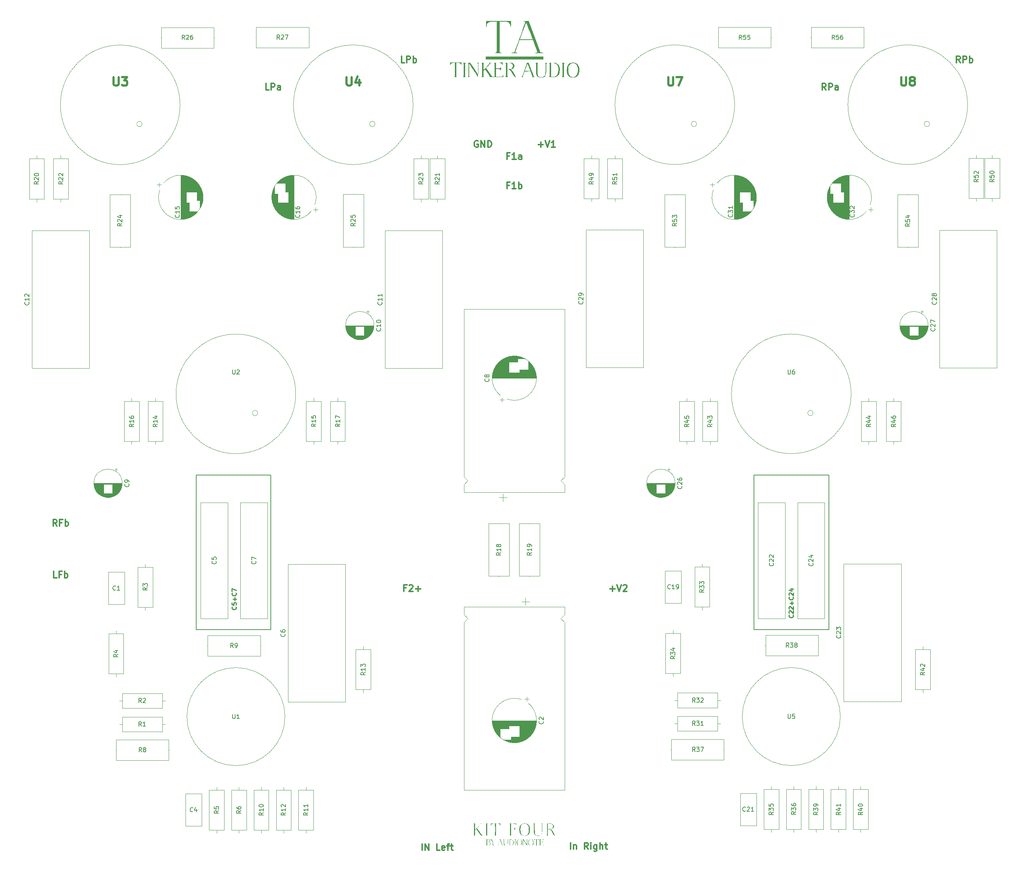
<source format=gbr>
%TF.GenerationSoftware,KiCad,Pcbnew,(6.0.0)*%
%TF.CreationDate,2022-02-22T13:29:26+00:00*%
%TF.ProjectId,Audionote Kit four v2,41756469-6f6e-46f7-9465-204b69742066,rev?*%
%TF.SameCoordinates,Original*%
%TF.FileFunction,Legend,Top*%
%TF.FilePolarity,Positive*%
%FSLAX46Y46*%
G04 Gerber Fmt 4.6, Leading zero omitted, Abs format (unit mm)*
G04 Created by KiCad (PCBNEW (6.0.0)) date 2022-02-22 13:29:26*
%MOMM*%
%LPD*%
G01*
G04 APERTURE LIST*
%ADD10C,0.200000*%
%ADD11C,0.375000*%
%ADD12C,0.250000*%
%ADD13C,0.150000*%
%ADD14C,0.500000*%
%ADD15C,0.120000*%
G04 APERTURE END LIST*
D10*
X243020000Y-180160000D02*
X225810000Y-180160000D01*
X225810000Y-180160000D02*
X225810000Y-144570000D01*
X225810000Y-144570000D02*
X243020000Y-144570000D01*
X243020000Y-144570000D02*
X243020000Y-180160000D01*
X114449788Y-180160000D02*
X97239788Y-180160000D01*
X97239788Y-180160000D02*
X97239788Y-144570000D01*
X97239788Y-144570000D02*
X114449788Y-144570000D01*
X114449788Y-144570000D02*
X114449788Y-180160000D01*
D11*
X162171581Y-67488798D02*
X162028724Y-67417369D01*
X161814439Y-67417369D01*
X161600153Y-67488798D01*
X161457296Y-67631655D01*
X161385867Y-67774512D01*
X161314439Y-68060226D01*
X161314439Y-68274512D01*
X161385867Y-68560226D01*
X161457296Y-68703083D01*
X161600153Y-68845940D01*
X161814439Y-68917369D01*
X161957296Y-68917369D01*
X162171581Y-68845940D01*
X162243010Y-68774512D01*
X162243010Y-68274512D01*
X161957296Y-68274512D01*
X162885867Y-68917369D02*
X162885867Y-67417369D01*
X163743010Y-68917369D01*
X163743010Y-67417369D01*
X164457296Y-68917369D02*
X164457296Y-67417369D01*
X164814439Y-67417369D01*
X165028724Y-67488798D01*
X165171581Y-67631655D01*
X165243010Y-67774512D01*
X165314439Y-68060226D01*
X165314439Y-68274512D01*
X165243010Y-68560226D01*
X165171581Y-68703083D01*
X165028724Y-68845940D01*
X164814439Y-68917369D01*
X164457296Y-68917369D01*
X273325714Y-49408571D02*
X272825714Y-48694285D01*
X272468571Y-49408571D02*
X272468571Y-47908571D01*
X273040000Y-47908571D01*
X273182857Y-47980000D01*
X273254285Y-48051428D01*
X273325714Y-48194285D01*
X273325714Y-48408571D01*
X273254285Y-48551428D01*
X273182857Y-48622857D01*
X273040000Y-48694285D01*
X272468571Y-48694285D01*
X273968571Y-49408571D02*
X273968571Y-47908571D01*
X274540000Y-47908571D01*
X274682857Y-47980000D01*
X274754285Y-48051428D01*
X274825714Y-48194285D01*
X274825714Y-48408571D01*
X274754285Y-48551428D01*
X274682857Y-48622857D01*
X274540000Y-48694285D01*
X273968571Y-48694285D01*
X275468571Y-49408571D02*
X275468571Y-47908571D01*
X275468571Y-48480000D02*
X275611428Y-48408571D01*
X275897142Y-48408571D01*
X276040000Y-48480000D01*
X276111428Y-48551428D01*
X276182857Y-48694285D01*
X276182857Y-49122857D01*
X276111428Y-49265714D01*
X276040000Y-49337142D01*
X275897142Y-49408571D01*
X275611428Y-49408571D01*
X275468571Y-49337142D01*
X114035714Y-55728571D02*
X113321428Y-55728571D01*
X113321428Y-54228571D01*
X114535714Y-55728571D02*
X114535714Y-54228571D01*
X115107142Y-54228571D01*
X115250000Y-54300000D01*
X115321428Y-54371428D01*
X115392857Y-54514285D01*
X115392857Y-54728571D01*
X115321428Y-54871428D01*
X115250000Y-54942857D01*
X115107142Y-55014285D01*
X114535714Y-55014285D01*
X116678571Y-55728571D02*
X116678571Y-54942857D01*
X116607142Y-54800000D01*
X116464285Y-54728571D01*
X116178571Y-54728571D01*
X116035714Y-54800000D01*
X116678571Y-55657142D02*
X116535714Y-55728571D01*
X116178571Y-55728571D01*
X116035714Y-55657142D01*
X115964285Y-55514285D01*
X115964285Y-55371428D01*
X116035714Y-55228571D01*
X116178571Y-55157142D01*
X116535714Y-55157142D01*
X116678571Y-55085714D01*
X192601428Y-170756857D02*
X193744285Y-170756857D01*
X193172857Y-171328286D02*
X193172857Y-170185429D01*
X194244285Y-169828286D02*
X194744285Y-171328286D01*
X195244285Y-169828286D01*
X195672857Y-169971143D02*
X195744285Y-169899715D01*
X195887142Y-169828286D01*
X196244285Y-169828286D01*
X196387142Y-169899715D01*
X196458571Y-169971143D01*
X196530000Y-170114000D01*
X196530000Y-170256857D01*
X196458571Y-170471143D01*
X195601428Y-171328286D01*
X196530000Y-171328286D01*
D12*
X106397142Y-174881904D02*
X106444761Y-174929523D01*
X106492380Y-175072380D01*
X106492380Y-175167619D01*
X106444761Y-175310476D01*
X106349523Y-175405714D01*
X106254285Y-175453333D01*
X106063809Y-175500952D01*
X105920952Y-175500952D01*
X105730476Y-175453333D01*
X105635238Y-175405714D01*
X105540000Y-175310476D01*
X105492380Y-175167619D01*
X105492380Y-175072380D01*
X105540000Y-174929523D01*
X105587619Y-174881904D01*
X105492380Y-173977142D02*
X105492380Y-174453333D01*
X105968571Y-174500952D01*
X105920952Y-174453333D01*
X105873333Y-174358095D01*
X105873333Y-174120000D01*
X105920952Y-174024761D01*
X105968571Y-173977142D01*
X106063809Y-173929523D01*
X106301904Y-173929523D01*
X106397142Y-173977142D01*
X106444761Y-174024761D01*
X106492380Y-174120000D01*
X106492380Y-174358095D01*
X106444761Y-174453333D01*
X106397142Y-174500952D01*
X106111428Y-173500952D02*
X106111428Y-172739047D01*
X106492380Y-173120000D02*
X105730476Y-173120000D01*
X106397142Y-171691428D02*
X106444761Y-171739047D01*
X106492380Y-171881904D01*
X106492380Y-171977142D01*
X106444761Y-172120000D01*
X106349523Y-172215238D01*
X106254285Y-172262857D01*
X106063809Y-172310476D01*
X105920952Y-172310476D01*
X105730476Y-172262857D01*
X105635238Y-172215238D01*
X105540000Y-172120000D01*
X105492380Y-171977142D01*
X105492380Y-171881904D01*
X105540000Y-171739047D01*
X105587619Y-171691428D01*
X105492380Y-171358095D02*
X105492380Y-170691428D01*
X106492380Y-171120000D01*
D11*
X145611428Y-170542572D02*
X145111428Y-170542572D01*
X145111428Y-171328286D02*
X145111428Y-169828286D01*
X145825714Y-169828286D01*
X146325714Y-169971143D02*
X146397142Y-169899715D01*
X146540000Y-169828286D01*
X146897142Y-169828286D01*
X147040000Y-169899715D01*
X147111428Y-169971143D01*
X147182857Y-170114000D01*
X147182857Y-170256857D01*
X147111428Y-170471143D01*
X146254285Y-171328286D01*
X147182857Y-171328286D01*
X147825714Y-170756857D02*
X148968571Y-170756857D01*
X148397142Y-171328286D02*
X148397142Y-170185429D01*
X176071428Y-68345940D02*
X177214285Y-68345940D01*
X176642857Y-68917369D02*
X176642857Y-67774512D01*
X177714285Y-67417369D02*
X178214285Y-68917369D01*
X178714285Y-67417369D01*
X180000000Y-68917369D02*
X179142857Y-68917369D01*
X179571428Y-68917369D02*
X179571428Y-67417369D01*
X179428571Y-67631655D01*
X179285714Y-67774512D01*
X179142857Y-67845940D01*
D12*
X234747142Y-176764285D02*
X234794761Y-176811904D01*
X234842380Y-176954761D01*
X234842380Y-177050000D01*
X234794761Y-177192857D01*
X234699523Y-177288095D01*
X234604285Y-177335714D01*
X234413809Y-177383333D01*
X234270952Y-177383333D01*
X234080476Y-177335714D01*
X233985238Y-177288095D01*
X233890000Y-177192857D01*
X233842380Y-177050000D01*
X233842380Y-176954761D01*
X233890000Y-176811904D01*
X233937619Y-176764285D01*
X233937619Y-176383333D02*
X233890000Y-176335714D01*
X233842380Y-176240476D01*
X233842380Y-176002380D01*
X233890000Y-175907142D01*
X233937619Y-175859523D01*
X234032857Y-175811904D01*
X234128095Y-175811904D01*
X234270952Y-175859523D01*
X234842380Y-176430952D01*
X234842380Y-175811904D01*
X233937619Y-175430952D02*
X233890000Y-175383333D01*
X233842380Y-175288095D01*
X233842380Y-175050000D01*
X233890000Y-174954761D01*
X233937619Y-174907142D01*
X234032857Y-174859523D01*
X234128095Y-174859523D01*
X234270952Y-174907142D01*
X234842380Y-175478571D01*
X234842380Y-174859523D01*
X234461428Y-174430952D02*
X234461428Y-173669047D01*
X234842380Y-174050000D02*
X234080476Y-174050000D01*
X234747142Y-172621428D02*
X234794761Y-172669047D01*
X234842380Y-172811904D01*
X234842380Y-172907142D01*
X234794761Y-173050000D01*
X234699523Y-173145238D01*
X234604285Y-173192857D01*
X234413809Y-173240476D01*
X234270952Y-173240476D01*
X234080476Y-173192857D01*
X233985238Y-173145238D01*
X233890000Y-173050000D01*
X233842380Y-172907142D01*
X233842380Y-172811904D01*
X233890000Y-172669047D01*
X233937619Y-172621428D01*
X233937619Y-172240476D02*
X233890000Y-172192857D01*
X233842380Y-172097619D01*
X233842380Y-171859523D01*
X233890000Y-171764285D01*
X233937619Y-171716666D01*
X234032857Y-171669047D01*
X234128095Y-171669047D01*
X234270952Y-171716666D01*
X234842380Y-172288095D01*
X234842380Y-171669047D01*
X234175714Y-170811904D02*
X234842380Y-170811904D01*
X233794761Y-171050000D02*
X234509047Y-171288095D01*
X234509047Y-170669047D01*
D11*
X242385714Y-55728571D02*
X241885714Y-55014285D01*
X241528571Y-55728571D02*
X241528571Y-54228571D01*
X242100000Y-54228571D01*
X242242857Y-54300000D01*
X242314285Y-54371428D01*
X242385714Y-54514285D01*
X242385714Y-54728571D01*
X242314285Y-54871428D01*
X242242857Y-54942857D01*
X242100000Y-55014285D01*
X241528571Y-55014285D01*
X243028571Y-55728571D02*
X243028571Y-54228571D01*
X243600000Y-54228571D01*
X243742857Y-54300000D01*
X243814285Y-54371428D01*
X243885714Y-54514285D01*
X243885714Y-54728571D01*
X243814285Y-54871428D01*
X243742857Y-54942857D01*
X243600000Y-55014285D01*
X243028571Y-55014285D01*
X245171428Y-55728571D02*
X245171428Y-54942857D01*
X245100000Y-54800000D01*
X244957142Y-54728571D01*
X244671428Y-54728571D01*
X244528571Y-54800000D01*
X245171428Y-55657142D02*
X245028571Y-55728571D01*
X244671428Y-55728571D01*
X244528571Y-55657142D01*
X244457142Y-55514285D01*
X244457142Y-55371428D01*
X244528571Y-55228571D01*
X244671428Y-55157142D01*
X245028571Y-55157142D01*
X245171428Y-55085714D01*
X145275714Y-49408571D02*
X144561428Y-49408571D01*
X144561428Y-47908571D01*
X145775714Y-49408571D02*
X145775714Y-47908571D01*
X146347142Y-47908571D01*
X146490000Y-47980000D01*
X146561428Y-48051428D01*
X146632857Y-48194285D01*
X146632857Y-48408571D01*
X146561428Y-48551428D01*
X146490000Y-48622857D01*
X146347142Y-48694285D01*
X145775714Y-48694285D01*
X147275714Y-49408571D02*
X147275714Y-47908571D01*
X147275714Y-48480000D02*
X147418571Y-48408571D01*
X147704285Y-48408571D01*
X147847142Y-48480000D01*
X147918571Y-48551428D01*
X147990000Y-48694285D01*
X147990000Y-49122857D01*
X147918571Y-49265714D01*
X147847142Y-49337142D01*
X147704285Y-49408571D01*
X147418571Y-49408571D01*
X147275714Y-49337142D01*
D13*
%TO.C,R35*%
X230240212Y-222272857D02*
X229764022Y-222606190D01*
X230240212Y-222844285D02*
X229240212Y-222844285D01*
X229240212Y-222463333D01*
X229287832Y-222368095D01*
X229335451Y-222320476D01*
X229430689Y-222272857D01*
X229573546Y-222272857D01*
X229668784Y-222320476D01*
X229716403Y-222368095D01*
X229764022Y-222463333D01*
X229764022Y-222844285D01*
X229240212Y-221939523D02*
X229240212Y-221320476D01*
X229621165Y-221653809D01*
X229621165Y-221510952D01*
X229668784Y-221415714D01*
X229716403Y-221368095D01*
X229811641Y-221320476D01*
X230049736Y-221320476D01*
X230144974Y-221368095D01*
X230192593Y-221415714D01*
X230240212Y-221510952D01*
X230240212Y-221796666D01*
X230192593Y-221891904D01*
X230144974Y-221939523D01*
X229240212Y-220415714D02*
X229240212Y-220891904D01*
X229716403Y-220939523D01*
X229668784Y-220891904D01*
X229621165Y-220796666D01*
X229621165Y-220558571D01*
X229668784Y-220463333D01*
X229716403Y-220415714D01*
X229811641Y-220368095D01*
X230049736Y-220368095D01*
X230144974Y-220415714D01*
X230192593Y-220463333D01*
X230240212Y-220558571D01*
X230240212Y-220796666D01*
X230192593Y-220891904D01*
X230144974Y-220939523D01*
%TO.C,R20*%
X60945947Y-76832857D02*
X60469757Y-77166190D01*
X60945947Y-77404285D02*
X59945947Y-77404285D01*
X59945947Y-77023333D01*
X59993567Y-76928095D01*
X60041186Y-76880476D01*
X60136424Y-76832857D01*
X60279281Y-76832857D01*
X60374519Y-76880476D01*
X60422138Y-76928095D01*
X60469757Y-77023333D01*
X60469757Y-77404285D01*
X60041186Y-76451904D02*
X59993567Y-76404285D01*
X59945947Y-76309047D01*
X59945947Y-76070952D01*
X59993567Y-75975714D01*
X60041186Y-75928095D01*
X60136424Y-75880476D01*
X60231662Y-75880476D01*
X60374519Y-75928095D01*
X60945947Y-76499523D01*
X60945947Y-75880476D01*
X59945947Y-75261428D02*
X59945947Y-75166190D01*
X59993567Y-75070952D01*
X60041186Y-75023333D01*
X60136424Y-74975714D01*
X60326900Y-74928095D01*
X60564995Y-74928095D01*
X60755471Y-74975714D01*
X60850709Y-75023333D01*
X60898328Y-75070952D01*
X60945947Y-75166190D01*
X60945947Y-75261428D01*
X60898328Y-75356666D01*
X60850709Y-75404285D01*
X60755471Y-75451904D01*
X60564995Y-75499523D01*
X60326900Y-75499523D01*
X60136424Y-75451904D01*
X60041186Y-75404285D01*
X59993567Y-75356666D01*
X59945947Y-75261428D01*
%TO.C,6*%
%TO.C,1*%
%TO.C,C15*%
X93307142Y-84502857D02*
X93354761Y-84550476D01*
X93402380Y-84693333D01*
X93402380Y-84788571D01*
X93354761Y-84931428D01*
X93259523Y-85026666D01*
X93164285Y-85074285D01*
X92973809Y-85121904D01*
X92830952Y-85121904D01*
X92640476Y-85074285D01*
X92545238Y-85026666D01*
X92450000Y-84931428D01*
X92402380Y-84788571D01*
X92402380Y-84693333D01*
X92450000Y-84550476D01*
X92497619Y-84502857D01*
X93402380Y-83550476D02*
X93402380Y-84121904D01*
X93402380Y-83836190D02*
X92402380Y-83836190D01*
X92545238Y-83931428D01*
X92640476Y-84026666D01*
X92688095Y-84121904D01*
X92402380Y-82645714D02*
X92402380Y-83121904D01*
X92878571Y-83169523D01*
X92830952Y-83121904D01*
X92783333Y-83026666D01*
X92783333Y-82788571D01*
X92830952Y-82693333D01*
X92878571Y-82645714D01*
X92973809Y-82598095D01*
X93211904Y-82598095D01*
X93307142Y-82645714D01*
X93354761Y-82693333D01*
X93402380Y-82788571D01*
X93402380Y-83026666D01*
X93354761Y-83121904D01*
X93307142Y-83169523D01*
%TO.C,*%
%TO.C,R53*%
X208012380Y-86472857D02*
X207536190Y-86806190D01*
X208012380Y-87044285D02*
X207012380Y-87044285D01*
X207012380Y-86663333D01*
X207060000Y-86568095D01*
X207107619Y-86520476D01*
X207202857Y-86472857D01*
X207345714Y-86472857D01*
X207440952Y-86520476D01*
X207488571Y-86568095D01*
X207536190Y-86663333D01*
X207536190Y-87044285D01*
X207012380Y-85568095D02*
X207012380Y-86044285D01*
X207488571Y-86091904D01*
X207440952Y-86044285D01*
X207393333Y-85949047D01*
X207393333Y-85710952D01*
X207440952Y-85615714D01*
X207488571Y-85568095D01*
X207583809Y-85520476D01*
X207821904Y-85520476D01*
X207917142Y-85568095D01*
X207964761Y-85615714D01*
X208012380Y-85710952D01*
X208012380Y-85949047D01*
X207964761Y-86044285D01*
X207917142Y-86091904D01*
X207012380Y-85187142D02*
X207012380Y-84568095D01*
X207393333Y-84901428D01*
X207393333Y-84758571D01*
X207440952Y-84663333D01*
X207488571Y-84615714D01*
X207583809Y-84568095D01*
X207821904Y-84568095D01*
X207917142Y-84615714D01*
X207964761Y-84663333D01*
X208012380Y-84758571D01*
X208012380Y-85044285D01*
X207964761Y-85139523D01*
X207917142Y-85187142D01*
%TO.C,2*%
%TO.C,R37*%
X212223728Y-208272380D02*
X211890395Y-207796190D01*
X211652300Y-208272380D02*
X211652300Y-207272380D01*
X212033252Y-207272380D01*
X212128490Y-207320000D01*
X212176109Y-207367619D01*
X212223728Y-207462857D01*
X212223728Y-207605714D01*
X212176109Y-207700952D01*
X212128490Y-207748571D01*
X212033252Y-207796190D01*
X211652300Y-207796190D01*
X212557062Y-207272380D02*
X213176109Y-207272380D01*
X212842776Y-207653333D01*
X212985633Y-207653333D01*
X213080871Y-207700952D01*
X213128490Y-207748571D01*
X213176109Y-207843809D01*
X213176109Y-208081904D01*
X213128490Y-208177142D01*
X213080871Y-208224761D01*
X212985633Y-208272380D01*
X212699919Y-208272380D01*
X212604681Y-208224761D01*
X212557062Y-208177142D01*
X213509443Y-207272380D02*
X214176109Y-207272380D01*
X213747538Y-208272380D01*
%TO.C,*%
%TO.C,R13*%
X136216059Y-190022857D02*
X135739869Y-190356190D01*
X136216059Y-190594285D02*
X135216059Y-190594285D01*
X135216059Y-190213333D01*
X135263679Y-190118095D01*
X135311298Y-190070476D01*
X135406536Y-190022857D01*
X135549393Y-190022857D01*
X135644631Y-190070476D01*
X135692250Y-190118095D01*
X135739869Y-190213333D01*
X135739869Y-190594285D01*
X136216059Y-189070476D02*
X136216059Y-189641904D01*
X136216059Y-189356190D02*
X135216059Y-189356190D01*
X135358917Y-189451428D01*
X135454155Y-189546666D01*
X135501774Y-189641904D01*
X135216059Y-188737142D02*
X135216059Y-188118095D01*
X135597012Y-188451428D01*
X135597012Y-188308571D01*
X135644631Y-188213333D01*
X135692250Y-188165714D01*
X135787488Y-188118095D01*
X136025583Y-188118095D01*
X136120821Y-188165714D01*
X136168440Y-188213333D01*
X136216059Y-188308571D01*
X136216059Y-188594285D01*
X136168440Y-188689523D01*
X136120821Y-188737142D01*
%TO.C,R34*%
X207595337Y-186309041D02*
X207119147Y-186642374D01*
X207595337Y-186880469D02*
X206595337Y-186880469D01*
X206595337Y-186499517D01*
X206642957Y-186404279D01*
X206690576Y-186356660D01*
X206785814Y-186309041D01*
X206928671Y-186309041D01*
X207023909Y-186356660D01*
X207071528Y-186404279D01*
X207119147Y-186499517D01*
X207119147Y-186880469D01*
X206595337Y-185975707D02*
X206595337Y-185356660D01*
X206976290Y-185689993D01*
X206976290Y-185547136D01*
X207023909Y-185451898D01*
X207071528Y-185404279D01*
X207166766Y-185356660D01*
X207404861Y-185356660D01*
X207500099Y-185404279D01*
X207547718Y-185451898D01*
X207595337Y-185547136D01*
X207595337Y-185832850D01*
X207547718Y-185928088D01*
X207500099Y-185975707D01*
X206928671Y-184499517D02*
X207595337Y-184499517D01*
X206547718Y-184737612D02*
X207262004Y-184975707D01*
X207262004Y-184356660D01*
%TO.C,R26*%
X94597142Y-44067753D02*
X94263809Y-43591563D01*
X94025714Y-44067753D02*
X94025714Y-43067753D01*
X94406666Y-43067753D01*
X94501904Y-43115373D01*
X94549523Y-43162992D01*
X94597142Y-43258230D01*
X94597142Y-43401087D01*
X94549523Y-43496325D01*
X94501904Y-43543944D01*
X94406666Y-43591563D01*
X94025714Y-43591563D01*
X94978095Y-43162992D02*
X95025714Y-43115373D01*
X95120952Y-43067753D01*
X95359047Y-43067753D01*
X95454285Y-43115373D01*
X95501904Y-43162992D01*
X95549523Y-43258230D01*
X95549523Y-43353468D01*
X95501904Y-43496325D01*
X94930476Y-44067753D01*
X95549523Y-44067753D01*
X96406666Y-43067753D02*
X96216190Y-43067753D01*
X96120952Y-43115373D01*
X96073333Y-43162992D01*
X95978095Y-43305849D01*
X95930476Y-43496325D01*
X95930476Y-43877277D01*
X95978095Y-43972515D01*
X96025714Y-44020134D01*
X96120952Y-44067753D01*
X96311428Y-44067753D01*
X96406666Y-44020134D01*
X96454285Y-43972515D01*
X96501904Y-43877277D01*
X96501904Y-43639182D01*
X96454285Y-43543944D01*
X96406666Y-43496325D01*
X96311428Y-43448706D01*
X96120952Y-43448706D01*
X96025714Y-43496325D01*
X95978095Y-43543944D01*
X95930476Y-43639182D01*
%TO.C,C12*%
X58646479Y-104667436D02*
X58694098Y-104715055D01*
X58741717Y-104857912D01*
X58741717Y-104953150D01*
X58694098Y-105096007D01*
X58598860Y-105191245D01*
X58503622Y-105238864D01*
X58313146Y-105286483D01*
X58170289Y-105286483D01*
X57979813Y-105238864D01*
X57884575Y-105191245D01*
X57789337Y-105096007D01*
X57741717Y-104953150D01*
X57741717Y-104857912D01*
X57789337Y-104715055D01*
X57836956Y-104667436D01*
X58741717Y-103715055D02*
X58741717Y-104286483D01*
X58741717Y-104000769D02*
X57741717Y-104000769D01*
X57884575Y-104096007D01*
X57979813Y-104191245D01*
X58027432Y-104286483D01*
X57836956Y-103334102D02*
X57789337Y-103286483D01*
X57741717Y-103191245D01*
X57741717Y-102953150D01*
X57789337Y-102857912D01*
X57836956Y-102810293D01*
X57932194Y-102762674D01*
X58027432Y-102762674D01*
X58170289Y-102810293D01*
X58741717Y-103381721D01*
X58741717Y-102762674D01*
%TO.C,*%
D11*
%TO.C,RFb*%
X65152857Y-156290119D02*
X64652857Y-155575833D01*
X64295714Y-156290119D02*
X64295714Y-154790119D01*
X64867142Y-154790119D01*
X65010000Y-154861548D01*
X65081428Y-154932976D01*
X65152857Y-155075833D01*
X65152857Y-155290119D01*
X65081428Y-155432976D01*
X65010000Y-155504405D01*
X64867142Y-155575833D01*
X64295714Y-155575833D01*
X66295714Y-155504405D02*
X65795714Y-155504405D01*
X65795714Y-156290119D02*
X65795714Y-154790119D01*
X66510000Y-154790119D01*
X67081428Y-156290119D02*
X67081428Y-154790119D01*
X67081428Y-155361548D02*
X67224285Y-155290119D01*
X67510000Y-155290119D01*
X67652857Y-155361548D01*
X67724285Y-155432976D01*
X67795714Y-155575833D01*
X67795714Y-156004405D01*
X67724285Y-156147262D01*
X67652857Y-156218690D01*
X67510000Y-156290119D01*
X67224285Y-156290119D01*
X67081428Y-156218690D01*
D13*
%TO.C,*%
D14*
%TO.C,U3*%
X78229745Y-52714761D02*
X78229745Y-54333809D01*
X78324983Y-54524285D01*
X78420221Y-54619523D01*
X78610697Y-54714761D01*
X78991650Y-54714761D01*
X79182126Y-54619523D01*
X79277364Y-54524285D01*
X79372602Y-54333809D01*
X79372602Y-52714761D01*
X80134507Y-52714761D02*
X81372602Y-52714761D01*
X80705935Y-53476666D01*
X80991650Y-53476666D01*
X81182126Y-53571904D01*
X81277364Y-53667142D01*
X81372602Y-53857619D01*
X81372602Y-54333809D01*
X81277364Y-54524285D01*
X81182126Y-54619523D01*
X80991650Y-54714761D01*
X80420221Y-54714761D01*
X80229745Y-54619523D01*
X80134507Y-54524285D01*
D11*
%TO.C,F1a*%
X169391428Y-70912857D02*
X168891428Y-70912857D01*
X168891428Y-71698571D02*
X168891428Y-70198571D01*
X169605714Y-70198571D01*
X170962857Y-71698571D02*
X170105714Y-71698571D01*
X170534285Y-71698571D02*
X170534285Y-70198571D01*
X170391428Y-70412857D01*
X170248571Y-70555714D01*
X170105714Y-70627142D01*
X172248571Y-71698571D02*
X172248571Y-70912857D01*
X172177142Y-70770000D01*
X172034285Y-70698571D01*
X171748571Y-70698571D01*
X171605714Y-70770000D01*
X172248571Y-71627142D02*
X172105714Y-71698571D01*
X171748571Y-71698571D01*
X171605714Y-71627142D01*
X171534285Y-71484285D01*
X171534285Y-71341428D01*
X171605714Y-71198571D01*
X171748571Y-71127142D01*
X172105714Y-71127142D01*
X172248571Y-71055714D01*
D13*
%TO.C,U1*%
X105648095Y-199689274D02*
X105648095Y-200498798D01*
X105695714Y-200594036D01*
X105743333Y-200641655D01*
X105838571Y-200689274D01*
X106029047Y-200689274D01*
X106124285Y-200641655D01*
X106171904Y-200594036D01*
X106219523Y-200498798D01*
X106219523Y-199689274D01*
X107219523Y-200689274D02*
X106648095Y-200689274D01*
X106933809Y-200689274D02*
X106933809Y-199689274D01*
X106838571Y-199832132D01*
X106743333Y-199927370D01*
X106648095Y-199974989D01*
%TO.C,R12*%
X117852380Y-222392857D02*
X117376190Y-222726190D01*
X117852380Y-222964285D02*
X116852380Y-222964285D01*
X116852380Y-222583333D01*
X116900000Y-222488095D01*
X116947619Y-222440476D01*
X117042857Y-222392857D01*
X117185714Y-222392857D01*
X117280952Y-222440476D01*
X117328571Y-222488095D01*
X117376190Y-222583333D01*
X117376190Y-222964285D01*
X117852380Y-221440476D02*
X117852380Y-222011904D01*
X117852380Y-221726190D02*
X116852380Y-221726190D01*
X116995238Y-221821428D01*
X117090476Y-221916666D01*
X117138095Y-222011904D01*
X116947619Y-221059523D02*
X116900000Y-221011904D01*
X116852380Y-220916666D01*
X116852380Y-220678571D01*
X116900000Y-220583333D01*
X116947619Y-220535714D01*
X117042857Y-220488095D01*
X117138095Y-220488095D01*
X117280952Y-220535714D01*
X117852380Y-221107142D01*
X117852380Y-220488095D01*
%TO.C,*%
%TO.C,3*%
%TO.C,R27*%
X116488598Y-44017753D02*
X116155265Y-43541563D01*
X115917170Y-44017753D02*
X115917170Y-43017753D01*
X116298122Y-43017753D01*
X116393360Y-43065373D01*
X116440979Y-43112992D01*
X116488598Y-43208230D01*
X116488598Y-43351087D01*
X116440979Y-43446325D01*
X116393360Y-43493944D01*
X116298122Y-43541563D01*
X115917170Y-43541563D01*
X116869551Y-43112992D02*
X116917170Y-43065373D01*
X117012408Y-43017753D01*
X117250503Y-43017753D01*
X117345741Y-43065373D01*
X117393360Y-43112992D01*
X117440979Y-43208230D01*
X117440979Y-43303468D01*
X117393360Y-43446325D01*
X116821932Y-44017753D01*
X117440979Y-44017753D01*
X117774313Y-43017753D02*
X118440979Y-43017753D01*
X118012408Y-44017753D01*
%TO.C,R3*%
X86003475Y-170486666D02*
X85527285Y-170820000D01*
X86003475Y-171058095D02*
X85003475Y-171058095D01*
X85003475Y-170677142D01*
X85051095Y-170581904D01*
X85098714Y-170534285D01*
X85193952Y-170486666D01*
X85336809Y-170486666D01*
X85432047Y-170534285D01*
X85479666Y-170581904D01*
X85527285Y-170677142D01*
X85527285Y-171058095D01*
X85003475Y-170153333D02*
X85003475Y-169534285D01*
X85384428Y-169867619D01*
X85384428Y-169724761D01*
X85432047Y-169629523D01*
X85479666Y-169581904D01*
X85574904Y-169534285D01*
X85812999Y-169534285D01*
X85908237Y-169581904D01*
X85955856Y-169629523D01*
X86003475Y-169724761D01*
X86003475Y-170010476D01*
X85955856Y-170105714D01*
X85908237Y-170153333D01*
%TO.C,R21*%
X153292380Y-76832857D02*
X152816190Y-77166190D01*
X153292380Y-77404285D02*
X152292380Y-77404285D01*
X152292380Y-77023333D01*
X152340000Y-76928095D01*
X152387619Y-76880476D01*
X152482857Y-76832857D01*
X152625714Y-76832857D01*
X152720952Y-76880476D01*
X152768571Y-76928095D01*
X152816190Y-77023333D01*
X152816190Y-77404285D01*
X152387619Y-76451904D02*
X152340000Y-76404285D01*
X152292380Y-76309047D01*
X152292380Y-76070952D01*
X152340000Y-75975714D01*
X152387619Y-75928095D01*
X152482857Y-75880476D01*
X152578095Y-75880476D01*
X152720952Y-75928095D01*
X153292380Y-76499523D01*
X153292380Y-75880476D01*
X153292380Y-74928095D02*
X153292380Y-75499523D01*
X153292380Y-75213809D02*
X152292380Y-75213809D01*
X152435238Y-75309047D01*
X152530476Y-75404285D01*
X152578095Y-75499523D01*
D11*
%TO.C,F1b*%
X169371428Y-77692857D02*
X168871428Y-77692857D01*
X168871428Y-78478571D02*
X168871428Y-76978571D01*
X169585714Y-76978571D01*
X170942857Y-78478571D02*
X170085714Y-78478571D01*
X170514285Y-78478571D02*
X170514285Y-76978571D01*
X170371428Y-77192857D01*
X170228571Y-77335714D01*
X170085714Y-77407142D01*
X171585714Y-78478571D02*
X171585714Y-76978571D01*
X171585714Y-77550000D02*
X171728571Y-77478571D01*
X172014285Y-77478571D01*
X172157142Y-77550000D01*
X172228571Y-77621428D01*
X172300000Y-77764285D01*
X172300000Y-78192857D01*
X172228571Y-78335714D01*
X172157142Y-78407142D01*
X172014285Y-78478571D01*
X171728571Y-78478571D01*
X171585714Y-78407142D01*
D13*
%TO.C,R14*%
X88322380Y-132782857D02*
X87846190Y-133116190D01*
X88322380Y-133354285D02*
X87322380Y-133354285D01*
X87322380Y-132973333D01*
X87370000Y-132878095D01*
X87417619Y-132830476D01*
X87512857Y-132782857D01*
X87655714Y-132782857D01*
X87750952Y-132830476D01*
X87798571Y-132878095D01*
X87846190Y-132973333D01*
X87846190Y-133354285D01*
X88322380Y-131830476D02*
X88322380Y-132401904D01*
X88322380Y-132116190D02*
X87322380Y-132116190D01*
X87465238Y-132211428D01*
X87560476Y-132306666D01*
X87608095Y-132401904D01*
X87655714Y-130973333D02*
X88322380Y-130973333D01*
X87274761Y-131211428D02*
X87989047Y-131449523D01*
X87989047Y-130830476D01*
%TO.C,7*%
%TO.C,R22*%
X66555701Y-76832857D02*
X66079511Y-77166190D01*
X66555701Y-77404285D02*
X65555701Y-77404285D01*
X65555701Y-77023333D01*
X65603321Y-76928095D01*
X65650940Y-76880476D01*
X65746178Y-76832857D01*
X65889035Y-76832857D01*
X65984273Y-76880476D01*
X66031892Y-76928095D01*
X66079511Y-77023333D01*
X66079511Y-77404285D01*
X65650940Y-76451904D02*
X65603321Y-76404285D01*
X65555701Y-76309047D01*
X65555701Y-76070952D01*
X65603321Y-75975714D01*
X65650940Y-75928095D01*
X65746178Y-75880476D01*
X65841416Y-75880476D01*
X65984273Y-75928095D01*
X66555701Y-76499523D01*
X66555701Y-75880476D01*
X65650940Y-75499523D02*
X65603321Y-75451904D01*
X65555701Y-75356666D01*
X65555701Y-75118571D01*
X65603321Y-75023333D01*
X65650940Y-74975714D01*
X65746178Y-74928095D01*
X65841416Y-74928095D01*
X65984273Y-74975714D01*
X66555701Y-75547142D01*
X66555701Y-74928095D01*
%TO.C,R4*%
X79235900Y-185882850D02*
X78759710Y-186216184D01*
X79235900Y-186454279D02*
X78235900Y-186454279D01*
X78235900Y-186073326D01*
X78283520Y-185978088D01*
X78331139Y-185930469D01*
X78426377Y-185882850D01*
X78569234Y-185882850D01*
X78664472Y-185930469D01*
X78712091Y-185978088D01*
X78759710Y-186073326D01*
X78759710Y-186454279D01*
X78569234Y-185025707D02*
X79235900Y-185025707D01*
X78188281Y-185263803D02*
X78902567Y-185501898D01*
X78902567Y-184882850D01*
%TO.C,C1*%
X78693333Y-170977142D02*
X78645714Y-171024761D01*
X78502857Y-171072380D01*
X78407619Y-171072380D01*
X78264761Y-171024761D01*
X78169523Y-170929523D01*
X78121904Y-170834285D01*
X78074285Y-170643809D01*
X78074285Y-170500952D01*
X78121904Y-170310476D01*
X78169523Y-170215238D01*
X78264761Y-170120000D01*
X78407619Y-170072380D01*
X78502857Y-170072380D01*
X78645714Y-170120000D01*
X78693333Y-170167619D01*
X79645714Y-171072380D02*
X79074285Y-171072380D01*
X79360000Y-171072380D02*
X79360000Y-170072380D01*
X79264761Y-170215238D01*
X79169523Y-170310476D01*
X79074285Y-170358095D01*
%TO.C,R24*%
X80143310Y-86492857D02*
X79667120Y-86826190D01*
X80143310Y-87064285D02*
X79143310Y-87064285D01*
X79143310Y-86683333D01*
X79190930Y-86588095D01*
X79238549Y-86540476D01*
X79333787Y-86492857D01*
X79476644Y-86492857D01*
X79571882Y-86540476D01*
X79619501Y-86588095D01*
X79667120Y-86683333D01*
X79667120Y-87064285D01*
X79238549Y-86111904D02*
X79190930Y-86064285D01*
X79143310Y-85969047D01*
X79143310Y-85730952D01*
X79190930Y-85635714D01*
X79238549Y-85588095D01*
X79333787Y-85540476D01*
X79429025Y-85540476D01*
X79571882Y-85588095D01*
X80143310Y-86159523D01*
X80143310Y-85540476D01*
X79476644Y-84683333D02*
X80143310Y-84683333D01*
X79095691Y-84921428D02*
X79809977Y-85159523D01*
X79809977Y-84540476D01*
%TO.C,*%
D14*
%TO.C,U4*%
X131928089Y-52714761D02*
X131928089Y-54333809D01*
X132023327Y-54524285D01*
X132118565Y-54619523D01*
X132309041Y-54714761D01*
X132689994Y-54714761D01*
X132880470Y-54619523D01*
X132975708Y-54524285D01*
X133070946Y-54333809D01*
X133070946Y-52714761D01*
X134880470Y-53381428D02*
X134880470Y-54714761D01*
X134404279Y-52619523D02*
X133928089Y-54048095D01*
X135166184Y-54048095D01*
D13*
%TO.C,R32*%
X212223728Y-196917730D02*
X211890395Y-196441540D01*
X211652300Y-196917730D02*
X211652300Y-195917730D01*
X212033252Y-195917730D01*
X212128490Y-195965350D01*
X212176109Y-196012969D01*
X212223728Y-196108207D01*
X212223728Y-196251064D01*
X212176109Y-196346302D01*
X212128490Y-196393921D01*
X212033252Y-196441540D01*
X211652300Y-196441540D01*
X212557062Y-195917730D02*
X213176109Y-195917730D01*
X212842776Y-196298683D01*
X212985633Y-196298683D01*
X213080871Y-196346302D01*
X213128490Y-196393921D01*
X213176109Y-196489159D01*
X213176109Y-196727254D01*
X213128490Y-196822492D01*
X213080871Y-196870111D01*
X212985633Y-196917730D01*
X212699919Y-196917730D01*
X212604681Y-196870111D01*
X212557062Y-196822492D01*
X213557062Y-196012969D02*
X213604681Y-195965350D01*
X213699919Y-195917730D01*
X213938014Y-195917730D01*
X214033252Y-195965350D01*
X214080871Y-196012969D01*
X214128490Y-196108207D01*
X214128490Y-196203445D01*
X214080871Y-196346302D01*
X213509443Y-196917730D01*
X214128490Y-196917730D01*
%TO.C,C31*%
X220797142Y-84412857D02*
X220844761Y-84460476D01*
X220892380Y-84603333D01*
X220892380Y-84698571D01*
X220844761Y-84841428D01*
X220749523Y-84936666D01*
X220654285Y-84984285D01*
X220463809Y-85031904D01*
X220320952Y-85031904D01*
X220130476Y-84984285D01*
X220035238Y-84936666D01*
X219940000Y-84841428D01*
X219892380Y-84698571D01*
X219892380Y-84603333D01*
X219940000Y-84460476D01*
X219987619Y-84412857D01*
X219892380Y-84079523D02*
X219892380Y-83460476D01*
X220273333Y-83793809D01*
X220273333Y-83650952D01*
X220320952Y-83555714D01*
X220368571Y-83508095D01*
X220463809Y-83460476D01*
X220701904Y-83460476D01*
X220797142Y-83508095D01*
X220844761Y-83555714D01*
X220892380Y-83650952D01*
X220892380Y-83936666D01*
X220844761Y-84031904D01*
X220797142Y-84079523D01*
X220892380Y-82508095D02*
X220892380Y-83079523D01*
X220892380Y-82793809D02*
X219892380Y-82793809D01*
X220035238Y-82889047D01*
X220130476Y-82984285D01*
X220178095Y-83079523D01*
%TO.C,R50*%
X281114666Y-76312857D02*
X280638476Y-76646190D01*
X281114666Y-76884285D02*
X280114666Y-76884285D01*
X280114666Y-76503333D01*
X280162286Y-76408095D01*
X280209905Y-76360476D01*
X280305143Y-76312857D01*
X280448000Y-76312857D01*
X280543238Y-76360476D01*
X280590857Y-76408095D01*
X280638476Y-76503333D01*
X280638476Y-76884285D01*
X280114666Y-75408095D02*
X280114666Y-75884285D01*
X280590857Y-75931904D01*
X280543238Y-75884285D01*
X280495619Y-75789047D01*
X280495619Y-75550952D01*
X280543238Y-75455714D01*
X280590857Y-75408095D01*
X280686095Y-75360476D01*
X280924190Y-75360476D01*
X281019428Y-75408095D01*
X281067047Y-75455714D01*
X281114666Y-75550952D01*
X281114666Y-75789047D01*
X281067047Y-75884285D01*
X281019428Y-75931904D01*
X280114666Y-74741428D02*
X280114666Y-74646190D01*
X280162286Y-74550952D01*
X280209905Y-74503333D01*
X280305143Y-74455714D01*
X280495619Y-74408095D01*
X280733714Y-74408095D01*
X280924190Y-74455714D01*
X281019428Y-74503333D01*
X281067047Y-74550952D01*
X281114666Y-74646190D01*
X281114666Y-74741428D01*
X281067047Y-74836666D01*
X281019428Y-74884285D01*
X280924190Y-74931904D01*
X280733714Y-74979523D01*
X280495619Y-74979523D01*
X280305143Y-74931904D01*
X280209905Y-74884285D01*
X280162286Y-74836666D01*
X280114666Y-74741428D01*
%TO.C,R38*%
X233827142Y-184261832D02*
X233493809Y-183785642D01*
X233255714Y-184261832D02*
X233255714Y-183261832D01*
X233636666Y-183261832D01*
X233731904Y-183309452D01*
X233779523Y-183357071D01*
X233827142Y-183452309D01*
X233827142Y-183595166D01*
X233779523Y-183690404D01*
X233731904Y-183738023D01*
X233636666Y-183785642D01*
X233255714Y-183785642D01*
X234160476Y-183261832D02*
X234779523Y-183261832D01*
X234446190Y-183642785D01*
X234589047Y-183642785D01*
X234684285Y-183690404D01*
X234731904Y-183738023D01*
X234779523Y-183833261D01*
X234779523Y-184071356D01*
X234731904Y-184166594D01*
X234684285Y-184214213D01*
X234589047Y-184261832D01*
X234303333Y-184261832D01*
X234208095Y-184214213D01*
X234160476Y-184166594D01*
X235350952Y-183690404D02*
X235255714Y-183642785D01*
X235208095Y-183595166D01*
X235160476Y-183499928D01*
X235160476Y-183452309D01*
X235208095Y-183357071D01*
X235255714Y-183309452D01*
X235350952Y-183261832D01*
X235541428Y-183261832D01*
X235636666Y-183309452D01*
X235684285Y-183357071D01*
X235731904Y-183452309D01*
X235731904Y-183499928D01*
X235684285Y-183595166D01*
X235636666Y-183642785D01*
X235541428Y-183690404D01*
X235350952Y-183690404D01*
X235255714Y-183738023D01*
X235208095Y-183785642D01*
X235160476Y-183880880D01*
X235160476Y-184071356D01*
X235208095Y-184166594D01*
X235255714Y-184214213D01*
X235350952Y-184261832D01*
X235541428Y-184261832D01*
X235636666Y-184214213D01*
X235684285Y-184166594D01*
X235731904Y-184071356D01*
X235731904Y-183880880D01*
X235684285Y-183785642D01*
X235636666Y-183738023D01*
X235541428Y-183690404D01*
%TO.C,R45*%
X210782923Y-132782857D02*
X210306733Y-133116190D01*
X210782923Y-133354285D02*
X209782923Y-133354285D01*
X209782923Y-132973333D01*
X209830543Y-132878095D01*
X209878162Y-132830476D01*
X209973400Y-132782857D01*
X210116257Y-132782857D01*
X210211495Y-132830476D01*
X210259114Y-132878095D01*
X210306733Y-132973333D01*
X210306733Y-133354285D01*
X210116257Y-131925714D02*
X210782923Y-131925714D01*
X209735304Y-132163809D02*
X210449590Y-132401904D01*
X210449590Y-131782857D01*
X209782923Y-130925714D02*
X209782923Y-131401904D01*
X210259114Y-131449523D01*
X210211495Y-131401904D01*
X210163876Y-131306666D01*
X210163876Y-131068571D01*
X210211495Y-130973333D01*
X210259114Y-130925714D01*
X210354352Y-130878095D01*
X210592447Y-130878095D01*
X210687685Y-130925714D01*
X210735304Y-130973333D01*
X210782923Y-131068571D01*
X210782923Y-131306666D01*
X210735304Y-131401904D01*
X210687685Y-131449523D01*
%TO.C,R9*%
X105793333Y-184329741D02*
X105460000Y-183853551D01*
X105221904Y-184329741D02*
X105221904Y-183329741D01*
X105602857Y-183329741D01*
X105698095Y-183377361D01*
X105745714Y-183424980D01*
X105793333Y-183520218D01*
X105793333Y-183663075D01*
X105745714Y-183758313D01*
X105698095Y-183805932D01*
X105602857Y-183853551D01*
X105221904Y-183853551D01*
X106269523Y-184329741D02*
X106460000Y-184329741D01*
X106555238Y-184282122D01*
X106602857Y-184234503D01*
X106698095Y-184091646D01*
X106745714Y-183901170D01*
X106745714Y-183520218D01*
X106698095Y-183424980D01*
X106650476Y-183377361D01*
X106555238Y-183329741D01*
X106364761Y-183329741D01*
X106269523Y-183377361D01*
X106221904Y-183424980D01*
X106174285Y-183520218D01*
X106174285Y-183758313D01*
X106221904Y-183853551D01*
X106269523Y-183901170D01*
X106364761Y-183948789D01*
X106555238Y-183948789D01*
X106650476Y-183901170D01*
X106698095Y-183853551D01*
X106745714Y-183758313D01*
%TO.C,R46*%
X258422380Y-132782857D02*
X257946190Y-133116190D01*
X258422380Y-133354285D02*
X257422380Y-133354285D01*
X257422380Y-132973333D01*
X257470000Y-132878095D01*
X257517619Y-132830476D01*
X257612857Y-132782857D01*
X257755714Y-132782857D01*
X257850952Y-132830476D01*
X257898571Y-132878095D01*
X257946190Y-132973333D01*
X257946190Y-133354285D01*
X257755714Y-131925714D02*
X258422380Y-131925714D01*
X257374761Y-132163809D02*
X258089047Y-132401904D01*
X258089047Y-131782857D01*
X257422380Y-130973333D02*
X257422380Y-131163809D01*
X257470000Y-131259047D01*
X257517619Y-131306666D01*
X257660476Y-131401904D01*
X257850952Y-131449523D01*
X258231904Y-131449523D01*
X258327142Y-131401904D01*
X258374761Y-131354285D01*
X258422380Y-131259047D01*
X258422380Y-131068571D01*
X258374761Y-130973333D01*
X258327142Y-130925714D01*
X258231904Y-130878095D01*
X257993809Y-130878095D01*
X257898571Y-130925714D01*
X257850952Y-130973333D01*
X257803333Y-131068571D01*
X257803333Y-131259047D01*
X257850952Y-131354285D01*
X257898571Y-131401904D01*
X257993809Y-131449523D01*
%TO.C,R15*%
X124802380Y-132732857D02*
X124326190Y-133066190D01*
X124802380Y-133304285D02*
X123802380Y-133304285D01*
X123802380Y-132923333D01*
X123850000Y-132828095D01*
X123897619Y-132780476D01*
X123992857Y-132732857D01*
X124135714Y-132732857D01*
X124230952Y-132780476D01*
X124278571Y-132828095D01*
X124326190Y-132923333D01*
X124326190Y-133304285D01*
X124802380Y-131780476D02*
X124802380Y-132351904D01*
X124802380Y-132066190D02*
X123802380Y-132066190D01*
X123945238Y-132161428D01*
X124040476Y-132256666D01*
X124088095Y-132351904D01*
X123802380Y-130875714D02*
X123802380Y-131351904D01*
X124278571Y-131399523D01*
X124230952Y-131351904D01*
X124183333Y-131256666D01*
X124183333Y-131018571D01*
X124230952Y-130923333D01*
X124278571Y-130875714D01*
X124373809Y-130828095D01*
X124611904Y-130828095D01*
X124707142Y-130875714D01*
X124754761Y-130923333D01*
X124802380Y-131018571D01*
X124802380Y-131256666D01*
X124754761Y-131351904D01*
X124707142Y-131399523D01*
%TO.C,C16*%
X121017142Y-84502857D02*
X121064761Y-84550476D01*
X121112380Y-84693333D01*
X121112380Y-84788571D01*
X121064761Y-84931428D01*
X120969523Y-85026666D01*
X120874285Y-85074285D01*
X120683809Y-85121904D01*
X120540952Y-85121904D01*
X120350476Y-85074285D01*
X120255238Y-85026666D01*
X120160000Y-84931428D01*
X120112380Y-84788571D01*
X120112380Y-84693333D01*
X120160000Y-84550476D01*
X120207619Y-84502857D01*
X121112380Y-83550476D02*
X121112380Y-84121904D01*
X121112380Y-83836190D02*
X120112380Y-83836190D01*
X120255238Y-83931428D01*
X120350476Y-84026666D01*
X120398095Y-84121904D01*
X120112380Y-82693333D02*
X120112380Y-82883809D01*
X120160000Y-82979047D01*
X120207619Y-83026666D01*
X120350476Y-83121904D01*
X120540952Y-83169523D01*
X120921904Y-83169523D01*
X121017142Y-83121904D01*
X121064761Y-83074285D01*
X121112380Y-82979047D01*
X121112380Y-82788571D01*
X121064761Y-82693333D01*
X121017142Y-82645714D01*
X120921904Y-82598095D01*
X120683809Y-82598095D01*
X120588571Y-82645714D01*
X120540952Y-82693333D01*
X120493333Y-82788571D01*
X120493333Y-82979047D01*
X120540952Y-83074285D01*
X120588571Y-83121904D01*
X120683809Y-83169523D01*
%TO.C,*%
%TO.C,C8*%
X164667142Y-122337066D02*
X164714761Y-122384685D01*
X164762380Y-122527542D01*
X164762380Y-122622780D01*
X164714761Y-122765638D01*
X164619523Y-122860876D01*
X164524285Y-122908495D01*
X164333809Y-122956114D01*
X164190952Y-122956114D01*
X164000476Y-122908495D01*
X163905238Y-122860876D01*
X163810000Y-122765638D01*
X163762380Y-122622780D01*
X163762380Y-122527542D01*
X163810000Y-122384685D01*
X163857619Y-122337066D01*
X164190952Y-121765638D02*
X164143333Y-121860876D01*
X164095714Y-121908495D01*
X164000476Y-121956114D01*
X163952857Y-121956114D01*
X163857619Y-121908495D01*
X163810000Y-121860876D01*
X163762380Y-121765638D01*
X163762380Y-121575161D01*
X163810000Y-121479923D01*
X163857619Y-121432304D01*
X163952857Y-121384685D01*
X164000476Y-121384685D01*
X164095714Y-121432304D01*
X164143333Y-121479923D01*
X164190952Y-121575161D01*
X164190952Y-121765638D01*
X164238571Y-121860876D01*
X164286190Y-121908495D01*
X164381428Y-121956114D01*
X164571904Y-121956114D01*
X164667142Y-121908495D01*
X164714761Y-121860876D01*
X164762380Y-121765638D01*
X164762380Y-121575161D01*
X164714761Y-121479923D01*
X164667142Y-121432304D01*
X164571904Y-121384685D01*
X164381428Y-121384685D01*
X164286190Y-121432304D01*
X164238571Y-121479923D01*
X164190952Y-121575161D01*
%TO.C,R36*%
X235428088Y-222152857D02*
X234951898Y-222486190D01*
X235428088Y-222724285D02*
X234428088Y-222724285D01*
X234428088Y-222343333D01*
X234475708Y-222248095D01*
X234523327Y-222200476D01*
X234618565Y-222152857D01*
X234761422Y-222152857D01*
X234856660Y-222200476D01*
X234904279Y-222248095D01*
X234951898Y-222343333D01*
X234951898Y-222724285D01*
X234428088Y-221819523D02*
X234428088Y-221200476D01*
X234809041Y-221533809D01*
X234809041Y-221390952D01*
X234856660Y-221295714D01*
X234904279Y-221248095D01*
X234999517Y-221200476D01*
X235237612Y-221200476D01*
X235332850Y-221248095D01*
X235380469Y-221295714D01*
X235428088Y-221390952D01*
X235428088Y-221676666D01*
X235380469Y-221771904D01*
X235332850Y-221819523D01*
X234428088Y-220343333D02*
X234428088Y-220533809D01*
X234475708Y-220629047D01*
X234523327Y-220676666D01*
X234666184Y-220771904D01*
X234856660Y-220819523D01*
X235237612Y-220819523D01*
X235332850Y-220771904D01*
X235380469Y-220724285D01*
X235428088Y-220629047D01*
X235428088Y-220438571D01*
X235380469Y-220343333D01*
X235332850Y-220295714D01*
X235237612Y-220248095D01*
X234999517Y-220248095D01*
X234904279Y-220295714D01*
X234856660Y-220343333D01*
X234809041Y-220438571D01*
X234809041Y-220629047D01*
X234856660Y-220724285D01*
X234904279Y-220771904D01*
X234999517Y-220819523D01*
%TO.C,C22*%
X230207759Y-164832857D02*
X230255378Y-164880476D01*
X230302997Y-165023333D01*
X230302997Y-165118571D01*
X230255378Y-165261428D01*
X230160140Y-165356666D01*
X230064902Y-165404285D01*
X229874426Y-165451904D01*
X229731569Y-165451904D01*
X229541093Y-165404285D01*
X229445855Y-165356666D01*
X229350617Y-165261428D01*
X229302997Y-165118571D01*
X229302997Y-165023333D01*
X229350617Y-164880476D01*
X229398236Y-164832857D01*
X229398236Y-164451904D02*
X229350617Y-164404285D01*
X229302997Y-164309047D01*
X229302997Y-164070952D01*
X229350617Y-163975714D01*
X229398236Y-163928095D01*
X229493474Y-163880476D01*
X229588712Y-163880476D01*
X229731569Y-163928095D01*
X230302997Y-164499523D01*
X230302997Y-163880476D01*
X229398236Y-163499523D02*
X229350617Y-163451904D01*
X229302997Y-163356666D01*
X229302997Y-163118571D01*
X229350617Y-163023333D01*
X229398236Y-162975714D01*
X229493474Y-162928095D01*
X229588712Y-162928095D01*
X229731569Y-162975714D01*
X230302997Y-163547142D01*
X230302997Y-162928095D01*
%TO.C,C32*%
X248827142Y-84412857D02*
X248874761Y-84460476D01*
X248922380Y-84603333D01*
X248922380Y-84698571D01*
X248874761Y-84841428D01*
X248779523Y-84936666D01*
X248684285Y-84984285D01*
X248493809Y-85031904D01*
X248350952Y-85031904D01*
X248160476Y-84984285D01*
X248065238Y-84936666D01*
X247970000Y-84841428D01*
X247922380Y-84698571D01*
X247922380Y-84603333D01*
X247970000Y-84460476D01*
X248017619Y-84412857D01*
X247922380Y-84079523D02*
X247922380Y-83460476D01*
X248303333Y-83793809D01*
X248303333Y-83650952D01*
X248350952Y-83555714D01*
X248398571Y-83508095D01*
X248493809Y-83460476D01*
X248731904Y-83460476D01*
X248827142Y-83508095D01*
X248874761Y-83555714D01*
X248922380Y-83650952D01*
X248922380Y-83936666D01*
X248874761Y-84031904D01*
X248827142Y-84079523D01*
X248017619Y-83079523D02*
X247970000Y-83031904D01*
X247922380Y-82936666D01*
X247922380Y-82698571D01*
X247970000Y-82603333D01*
X248017619Y-82555714D01*
X248112857Y-82508095D01*
X248208095Y-82508095D01*
X248350952Y-82555714D01*
X248922380Y-83127142D01*
X248922380Y-82508095D01*
%TO.C,R33*%
X214272380Y-170972857D02*
X213796190Y-171306190D01*
X214272380Y-171544285D02*
X213272380Y-171544285D01*
X213272380Y-171163333D01*
X213320000Y-171068095D01*
X213367619Y-171020476D01*
X213462857Y-170972857D01*
X213605714Y-170972857D01*
X213700952Y-171020476D01*
X213748571Y-171068095D01*
X213796190Y-171163333D01*
X213796190Y-171544285D01*
X213272380Y-170639523D02*
X213272380Y-170020476D01*
X213653333Y-170353809D01*
X213653333Y-170210952D01*
X213700952Y-170115714D01*
X213748571Y-170068095D01*
X213843809Y-170020476D01*
X214081904Y-170020476D01*
X214177142Y-170068095D01*
X214224761Y-170115714D01*
X214272380Y-170210952D01*
X214272380Y-170496666D01*
X214224761Y-170591904D01*
X214177142Y-170639523D01*
X213272380Y-169687142D02*
X213272380Y-169068095D01*
X213653333Y-169401428D01*
X213653333Y-169258571D01*
X213700952Y-169163333D01*
X213748571Y-169115714D01*
X213843809Y-169068095D01*
X214081904Y-169068095D01*
X214177142Y-169115714D01*
X214224761Y-169163333D01*
X214272380Y-169258571D01*
X214272380Y-169544285D01*
X214224761Y-169639523D01*
X214177142Y-169687142D01*
%TO.C,R10*%
X112710942Y-222382857D02*
X112234752Y-222716190D01*
X112710942Y-222954285D02*
X111710942Y-222954285D01*
X111710942Y-222573333D01*
X111758562Y-222478095D01*
X111806181Y-222430476D01*
X111901419Y-222382857D01*
X112044276Y-222382857D01*
X112139514Y-222430476D01*
X112187133Y-222478095D01*
X112234752Y-222573333D01*
X112234752Y-222954285D01*
X112710942Y-221430476D02*
X112710942Y-222001904D01*
X112710942Y-221716190D02*
X111710942Y-221716190D01*
X111853800Y-221811428D01*
X111949038Y-221906666D01*
X111996657Y-222001904D01*
X111710942Y-220811428D02*
X111710942Y-220716190D01*
X111758562Y-220620952D01*
X111806181Y-220573333D01*
X111901419Y-220525714D01*
X112091895Y-220478095D01*
X112329990Y-220478095D01*
X112520466Y-220525714D01*
X112615704Y-220573333D01*
X112663323Y-220620952D01*
X112710942Y-220716190D01*
X112710942Y-220811428D01*
X112663323Y-220906666D01*
X112615704Y-220954285D01*
X112520466Y-221001904D01*
X112329990Y-221049523D01*
X112091895Y-221049523D01*
X111901419Y-221001904D01*
X111806181Y-220954285D01*
X111758562Y-220906666D01*
X111710942Y-220811428D01*
%TO.C,*%
%TO.C,C26*%
X209096671Y-147071408D02*
X209144290Y-147119027D01*
X209191909Y-147261884D01*
X209191909Y-147357122D01*
X209144290Y-147499979D01*
X209049052Y-147595217D01*
X208953814Y-147642836D01*
X208763338Y-147690455D01*
X208620481Y-147690455D01*
X208430005Y-147642836D01*
X208334767Y-147595217D01*
X208239529Y-147499979D01*
X208191909Y-147357122D01*
X208191909Y-147261884D01*
X208239529Y-147119027D01*
X208287148Y-147071408D01*
X208287148Y-146690455D02*
X208239529Y-146642836D01*
X208191909Y-146547598D01*
X208191909Y-146309503D01*
X208239529Y-146214265D01*
X208287148Y-146166646D01*
X208382386Y-146119027D01*
X208477624Y-146119027D01*
X208620481Y-146166646D01*
X209191909Y-146738074D01*
X209191909Y-146119027D01*
X208191909Y-145261884D02*
X208191909Y-145452360D01*
X208239529Y-145547598D01*
X208287148Y-145595217D01*
X208430005Y-145690455D01*
X208620481Y-145738074D01*
X209001433Y-145738074D01*
X209096671Y-145690455D01*
X209144290Y-145642836D01*
X209191909Y-145547598D01*
X209191909Y-145357122D01*
X209144290Y-145261884D01*
X209096671Y-145214265D01*
X209001433Y-145166646D01*
X208763338Y-145166646D01*
X208668100Y-145214265D01*
X208620481Y-145261884D01*
X208572862Y-145357122D01*
X208572862Y-145547598D01*
X208620481Y-145642836D01*
X208668100Y-145690455D01*
X208763338Y-145738074D01*
%TO.C,R56*%
X244387142Y-44062380D02*
X244053809Y-43586190D01*
X243815714Y-44062380D02*
X243815714Y-43062380D01*
X244196666Y-43062380D01*
X244291904Y-43110000D01*
X244339523Y-43157619D01*
X244387142Y-43252857D01*
X244387142Y-43395714D01*
X244339523Y-43490952D01*
X244291904Y-43538571D01*
X244196666Y-43586190D01*
X243815714Y-43586190D01*
X245291904Y-43062380D02*
X244815714Y-43062380D01*
X244768095Y-43538571D01*
X244815714Y-43490952D01*
X244910952Y-43443333D01*
X245149047Y-43443333D01*
X245244285Y-43490952D01*
X245291904Y-43538571D01*
X245339523Y-43633809D01*
X245339523Y-43871904D01*
X245291904Y-43967142D01*
X245244285Y-44014761D01*
X245149047Y-44062380D01*
X244910952Y-44062380D01*
X244815714Y-44014761D01*
X244768095Y-43967142D01*
X246196666Y-43062380D02*
X246006190Y-43062380D01*
X245910952Y-43110000D01*
X245863333Y-43157619D01*
X245768095Y-43300476D01*
X245720476Y-43490952D01*
X245720476Y-43871904D01*
X245768095Y-43967142D01*
X245815714Y-44014761D01*
X245910952Y-44062380D01*
X246101428Y-44062380D01*
X246196666Y-44014761D01*
X246244285Y-43967142D01*
X246291904Y-43871904D01*
X246291904Y-43633809D01*
X246244285Y-43538571D01*
X246196666Y-43490952D01*
X246101428Y-43443333D01*
X245910952Y-43443333D01*
X245815714Y-43490952D01*
X245768095Y-43538571D01*
X245720476Y-43633809D01*
D11*
%TO.C,LFb*%
X65152857Y-168236912D02*
X64438571Y-168236912D01*
X64438571Y-166736912D01*
X66152857Y-167451198D02*
X65652857Y-167451198D01*
X65652857Y-168236912D02*
X65652857Y-166736912D01*
X66367142Y-166736912D01*
X66938571Y-168236912D02*
X66938571Y-166736912D01*
X66938571Y-167308341D02*
X67081428Y-167236912D01*
X67367142Y-167236912D01*
X67510000Y-167308341D01*
X67581428Y-167379769D01*
X67652857Y-167522626D01*
X67652857Y-167951198D01*
X67581428Y-168094055D01*
X67510000Y-168165483D01*
X67367142Y-168236912D01*
X67081428Y-168236912D01*
X66938571Y-168165483D01*
D13*
%TO.C,R2*%
X84643333Y-197016759D02*
X84310000Y-196540569D01*
X84071904Y-197016759D02*
X84071904Y-196016759D01*
X84452857Y-196016759D01*
X84548095Y-196064379D01*
X84595714Y-196111998D01*
X84643333Y-196207236D01*
X84643333Y-196350093D01*
X84595714Y-196445331D01*
X84548095Y-196492950D01*
X84452857Y-196540569D01*
X84071904Y-196540569D01*
X85024285Y-196111998D02*
X85071904Y-196064379D01*
X85167142Y-196016759D01*
X85405238Y-196016759D01*
X85500476Y-196064379D01*
X85548095Y-196111998D01*
X85595714Y-196207236D01*
X85595714Y-196302474D01*
X85548095Y-196445331D01*
X84976666Y-197016759D01*
X85595714Y-197016759D01*
%TO.C,4*%
%TO.C,C4*%
X96486388Y-222107142D02*
X96438769Y-222154761D01*
X96295912Y-222202380D01*
X96200674Y-222202380D01*
X96057816Y-222154761D01*
X95962578Y-222059523D01*
X95914959Y-221964285D01*
X95867340Y-221773809D01*
X95867340Y-221630952D01*
X95914959Y-221440476D01*
X95962578Y-221345238D01*
X96057816Y-221250000D01*
X96200674Y-221202380D01*
X96295912Y-221202380D01*
X96438769Y-221250000D01*
X96486388Y-221297619D01*
X97343531Y-221535714D02*
X97343531Y-222202380D01*
X97105435Y-221154761D02*
X96867340Y-221869047D01*
X97486388Y-221869047D01*
%TO.C,5*%
%TO.C,C2*%
X177167142Y-201302423D02*
X177214761Y-201350042D01*
X177262380Y-201492899D01*
X177262380Y-201588137D01*
X177214761Y-201730995D01*
X177119523Y-201826233D01*
X177024285Y-201873852D01*
X176833809Y-201921471D01*
X176690952Y-201921471D01*
X176500476Y-201873852D01*
X176405238Y-201826233D01*
X176310000Y-201730995D01*
X176262380Y-201588137D01*
X176262380Y-201492899D01*
X176310000Y-201350042D01*
X176357619Y-201302423D01*
X176357619Y-200921471D02*
X176310000Y-200873852D01*
X176262380Y-200778614D01*
X176262380Y-200540518D01*
X176310000Y-200445280D01*
X176357619Y-200397661D01*
X176452857Y-200350042D01*
X176548095Y-200350042D01*
X176690952Y-200397661D01*
X177262380Y-200969090D01*
X177262380Y-200350042D01*
%TO.C,R41*%
X245725219Y-222272857D02*
X245249029Y-222606190D01*
X245725219Y-222844285D02*
X244725219Y-222844285D01*
X244725219Y-222463333D01*
X244772839Y-222368095D01*
X244820458Y-222320476D01*
X244915696Y-222272857D01*
X245058553Y-222272857D01*
X245153791Y-222320476D01*
X245201410Y-222368095D01*
X245249029Y-222463333D01*
X245249029Y-222844285D01*
X245058553Y-221415714D02*
X245725219Y-221415714D01*
X244677600Y-221653809D02*
X245391886Y-221891904D01*
X245391886Y-221272857D01*
X245725219Y-220368095D02*
X245725219Y-220939523D01*
X245725219Y-220653809D02*
X244725219Y-220653809D01*
X244868077Y-220749047D01*
X244963315Y-220844285D01*
X245010934Y-220939523D01*
%TO.C,*%
%TO.C,R54*%
X261700263Y-86542857D02*
X261224073Y-86876190D01*
X261700263Y-87114285D02*
X260700263Y-87114285D01*
X260700263Y-86733333D01*
X260747883Y-86638095D01*
X260795502Y-86590476D01*
X260890740Y-86542857D01*
X261033597Y-86542857D01*
X261128835Y-86590476D01*
X261176454Y-86638095D01*
X261224073Y-86733333D01*
X261224073Y-87114285D01*
X260700263Y-85638095D02*
X260700263Y-86114285D01*
X261176454Y-86161904D01*
X261128835Y-86114285D01*
X261081216Y-86019047D01*
X261081216Y-85780952D01*
X261128835Y-85685714D01*
X261176454Y-85638095D01*
X261271692Y-85590476D01*
X261509787Y-85590476D01*
X261605025Y-85638095D01*
X261652644Y-85685714D01*
X261700263Y-85780952D01*
X261700263Y-86019047D01*
X261652644Y-86114285D01*
X261605025Y-86161904D01*
X261033597Y-84733333D02*
X261700263Y-84733333D01*
X260652644Y-84971428D02*
X261366930Y-85209523D01*
X261366930Y-84590476D01*
%TO.C,C11*%
X139996523Y-104667436D02*
X140044142Y-104715055D01*
X140091761Y-104857912D01*
X140091761Y-104953150D01*
X140044142Y-105096007D01*
X139948904Y-105191245D01*
X139853666Y-105238864D01*
X139663190Y-105286483D01*
X139520333Y-105286483D01*
X139329857Y-105238864D01*
X139234619Y-105191245D01*
X139139381Y-105096007D01*
X139091761Y-104953150D01*
X139091761Y-104857912D01*
X139139381Y-104715055D01*
X139187000Y-104667436D01*
X140091761Y-103715055D02*
X140091761Y-104286483D01*
X140091761Y-104000769D02*
X139091761Y-104000769D01*
X139234619Y-104096007D01*
X139329857Y-104191245D01*
X139377476Y-104286483D01*
X140091761Y-102762674D02*
X140091761Y-103334102D01*
X140091761Y-103048388D02*
X139091761Y-103048388D01*
X139234619Y-103143626D01*
X139329857Y-103238864D01*
X139377476Y-103334102D01*
%TO.C,*%
%TO.C,U5*%
X233626503Y-199679274D02*
X233626503Y-200488798D01*
X233674122Y-200584036D01*
X233721741Y-200631655D01*
X233816979Y-200679274D01*
X234007455Y-200679274D01*
X234102693Y-200631655D01*
X234150312Y-200584036D01*
X234197931Y-200488798D01*
X234197931Y-199679274D01*
X235150312Y-199679274D02*
X234674122Y-199679274D01*
X234626503Y-200155465D01*
X234674122Y-200107846D01*
X234769360Y-200060227D01*
X235007455Y-200060227D01*
X235102693Y-200107846D01*
X235150312Y-200155465D01*
X235197931Y-200250703D01*
X235197931Y-200488798D01*
X235150312Y-200584036D01*
X235102693Y-200631655D01*
X235007455Y-200679274D01*
X234769360Y-200679274D01*
X234674122Y-200631655D01*
X234626503Y-200584036D01*
%TO.C,*%
%TO.C,R39*%
X240539542Y-222272857D02*
X240063352Y-222606190D01*
X240539542Y-222844285D02*
X239539542Y-222844285D01*
X239539542Y-222463333D01*
X239587162Y-222368095D01*
X239634781Y-222320476D01*
X239730019Y-222272857D01*
X239872876Y-222272857D01*
X239968114Y-222320476D01*
X240015733Y-222368095D01*
X240063352Y-222463333D01*
X240063352Y-222844285D01*
X239539542Y-221939523D02*
X239539542Y-221320476D01*
X239920495Y-221653809D01*
X239920495Y-221510952D01*
X239968114Y-221415714D01*
X240015733Y-221368095D01*
X240110971Y-221320476D01*
X240349066Y-221320476D01*
X240444304Y-221368095D01*
X240491923Y-221415714D01*
X240539542Y-221510952D01*
X240539542Y-221796666D01*
X240491923Y-221891904D01*
X240444304Y-221939523D01*
X240539542Y-220844285D02*
X240539542Y-220653809D01*
X240491923Y-220558571D01*
X240444304Y-220510952D01*
X240301447Y-220415714D01*
X240110971Y-220368095D01*
X239730019Y-220368095D01*
X239634781Y-220415714D01*
X239587162Y-220463333D01*
X239539542Y-220558571D01*
X239539542Y-220749047D01*
X239587162Y-220844285D01*
X239634781Y-220891904D01*
X239730019Y-220939523D01*
X239968114Y-220939523D01*
X240063352Y-220891904D01*
X240110971Y-220844285D01*
X240158590Y-220749047D01*
X240158590Y-220558571D01*
X240110971Y-220463333D01*
X240063352Y-220415714D01*
X239968114Y-220368095D01*
%TO.C,C28*%
X267741879Y-104552857D02*
X267789498Y-104600476D01*
X267837117Y-104743333D01*
X267837117Y-104838571D01*
X267789498Y-104981428D01*
X267694260Y-105076666D01*
X267599022Y-105124285D01*
X267408546Y-105171904D01*
X267265689Y-105171904D01*
X267075213Y-105124285D01*
X266979975Y-105076666D01*
X266884737Y-104981428D01*
X266837117Y-104838571D01*
X266837117Y-104743333D01*
X266884737Y-104600476D01*
X266932356Y-104552857D01*
X266932356Y-104171904D02*
X266884737Y-104124285D01*
X266837117Y-104029047D01*
X266837117Y-103790952D01*
X266884737Y-103695714D01*
X266932356Y-103648095D01*
X267027594Y-103600476D01*
X267122832Y-103600476D01*
X267265689Y-103648095D01*
X267837117Y-104219523D01*
X267837117Y-103600476D01*
X267265689Y-103029047D02*
X267218070Y-103124285D01*
X267170451Y-103171904D01*
X267075213Y-103219523D01*
X267027594Y-103219523D01*
X266932356Y-103171904D01*
X266884737Y-103124285D01*
X266837117Y-103029047D01*
X266837117Y-102838571D01*
X266884737Y-102743333D01*
X266932356Y-102695714D01*
X267027594Y-102648095D01*
X267075213Y-102648095D01*
X267170451Y-102695714D01*
X267218070Y-102743333D01*
X267265689Y-102838571D01*
X267265689Y-103029047D01*
X267313308Y-103124285D01*
X267360927Y-103171904D01*
X267456165Y-103219523D01*
X267646641Y-103219523D01*
X267741879Y-103171904D01*
X267789498Y-103124285D01*
X267837117Y-103029047D01*
X267837117Y-102838571D01*
X267789498Y-102743333D01*
X267741879Y-102695714D01*
X267646641Y-102648095D01*
X267456165Y-102648095D01*
X267360927Y-102695714D01*
X267313308Y-102743333D01*
X267265689Y-102838571D01*
%TO.C,R55*%
X222979513Y-44062380D02*
X222646180Y-43586190D01*
X222408085Y-44062380D02*
X222408085Y-43062380D01*
X222789037Y-43062380D01*
X222884275Y-43110000D01*
X222931894Y-43157619D01*
X222979513Y-43252857D01*
X222979513Y-43395714D01*
X222931894Y-43490952D01*
X222884275Y-43538571D01*
X222789037Y-43586190D01*
X222408085Y-43586190D01*
X223884275Y-43062380D02*
X223408085Y-43062380D01*
X223360466Y-43538571D01*
X223408085Y-43490952D01*
X223503323Y-43443333D01*
X223741418Y-43443333D01*
X223836656Y-43490952D01*
X223884275Y-43538571D01*
X223931894Y-43633809D01*
X223931894Y-43871904D01*
X223884275Y-43967142D01*
X223836656Y-44014761D01*
X223741418Y-44062380D01*
X223503323Y-44062380D01*
X223408085Y-44014761D01*
X223360466Y-43967142D01*
X224836656Y-43062380D02*
X224360466Y-43062380D01*
X224312847Y-43538571D01*
X224360466Y-43490952D01*
X224455704Y-43443333D01*
X224693799Y-43443333D01*
X224789037Y-43490952D01*
X224836656Y-43538571D01*
X224884275Y-43633809D01*
X224884275Y-43871904D01*
X224836656Y-43967142D01*
X224789037Y-44014761D01*
X224693799Y-44062380D01*
X224455704Y-44062380D01*
X224360466Y-44014761D01*
X224312847Y-43967142D01*
%TO.C,R44*%
X252682380Y-132782857D02*
X252206190Y-133116190D01*
X252682380Y-133354285D02*
X251682380Y-133354285D01*
X251682380Y-132973333D01*
X251730000Y-132878095D01*
X251777619Y-132830476D01*
X251872857Y-132782857D01*
X252015714Y-132782857D01*
X252110952Y-132830476D01*
X252158571Y-132878095D01*
X252206190Y-132973333D01*
X252206190Y-133354285D01*
X252015714Y-131925714D02*
X252682380Y-131925714D01*
X251634761Y-132163809D02*
X252349047Y-132401904D01*
X252349047Y-131782857D01*
X252015714Y-130973333D02*
X252682380Y-130973333D01*
X251634761Y-131211428D02*
X252349047Y-131449523D01*
X252349047Y-130830476D01*
%TO.C,*%
%TO.C,C5*%
X101786961Y-164396666D02*
X101834580Y-164444285D01*
X101882199Y-164587142D01*
X101882199Y-164682380D01*
X101834580Y-164825238D01*
X101739342Y-164920476D01*
X101644104Y-164968095D01*
X101453628Y-165015714D01*
X101310771Y-165015714D01*
X101120295Y-164968095D01*
X101025057Y-164920476D01*
X100929819Y-164825238D01*
X100882199Y-164682380D01*
X100882199Y-164587142D01*
X100929819Y-164444285D01*
X100977438Y-164396666D01*
X100882199Y-163491904D02*
X100882199Y-163968095D01*
X101358390Y-164015714D01*
X101310771Y-163968095D01*
X101263152Y-163872857D01*
X101263152Y-163634761D01*
X101310771Y-163539523D01*
X101358390Y-163491904D01*
X101453628Y-163444285D01*
X101691723Y-163444285D01*
X101786961Y-163491904D01*
X101834580Y-163539523D01*
X101882199Y-163634761D01*
X101882199Y-163872857D01*
X101834580Y-163968095D01*
X101786961Y-164015714D01*
D14*
%TO.C,U7*%
X206026190Y-52714761D02*
X206026190Y-54333809D01*
X206121428Y-54524285D01*
X206216666Y-54619523D01*
X206407142Y-54714761D01*
X206788095Y-54714761D01*
X206978571Y-54619523D01*
X207073809Y-54524285D01*
X207169047Y-54333809D01*
X207169047Y-52714761D01*
X207930952Y-52714761D02*
X209264285Y-52714761D01*
X208407142Y-54714761D01*
D13*
%TO.C,*%
%TO.C,9*%
%TO.C,C10*%
X139702989Y-110696816D02*
X139750608Y-110744435D01*
X139798227Y-110887292D01*
X139798227Y-110982530D01*
X139750608Y-111125387D01*
X139655370Y-111220625D01*
X139560132Y-111268244D01*
X139369656Y-111315863D01*
X139226799Y-111315863D01*
X139036323Y-111268244D01*
X138941085Y-111220625D01*
X138845847Y-111125387D01*
X138798227Y-110982530D01*
X138798227Y-110887292D01*
X138845847Y-110744435D01*
X138893466Y-110696816D01*
X139798227Y-109744435D02*
X139798227Y-110315863D01*
X139798227Y-110030149D02*
X138798227Y-110030149D01*
X138941085Y-110125387D01*
X139036323Y-110220625D01*
X139083942Y-110315863D01*
X138798227Y-109125387D02*
X138798227Y-109030149D01*
X138845847Y-108934911D01*
X138893466Y-108887292D01*
X138988704Y-108839673D01*
X139179180Y-108792054D01*
X139417275Y-108792054D01*
X139607751Y-108839673D01*
X139702989Y-108887292D01*
X139750608Y-108934911D01*
X139798227Y-109030149D01*
X139798227Y-109125387D01*
X139750608Y-109220625D01*
X139702989Y-109268244D01*
X139607751Y-109315863D01*
X139417275Y-109363482D01*
X139179180Y-109363482D01*
X138988704Y-109315863D01*
X138893466Y-109268244D01*
X138845847Y-109220625D01*
X138798227Y-109125387D01*
%TO.C,*%
%TO.C,C7*%
X110931452Y-164396666D02*
X110979071Y-164444285D01*
X111026690Y-164587142D01*
X111026690Y-164682380D01*
X110979071Y-164825238D01*
X110883833Y-164920476D01*
X110788595Y-164968095D01*
X110598119Y-165015714D01*
X110455262Y-165015714D01*
X110264786Y-164968095D01*
X110169548Y-164920476D01*
X110074310Y-164825238D01*
X110026690Y-164682380D01*
X110026690Y-164587142D01*
X110074310Y-164444285D01*
X110121929Y-164396666D01*
X110026690Y-164063333D02*
X110026690Y-163396666D01*
X111026690Y-163825238D01*
%TO.C,C29*%
X186292034Y-104472857D02*
X186339653Y-104520476D01*
X186387272Y-104663333D01*
X186387272Y-104758571D01*
X186339653Y-104901428D01*
X186244415Y-104996666D01*
X186149177Y-105044285D01*
X185958701Y-105091904D01*
X185815844Y-105091904D01*
X185625368Y-105044285D01*
X185530130Y-104996666D01*
X185434892Y-104901428D01*
X185387272Y-104758571D01*
X185387272Y-104663333D01*
X185434892Y-104520476D01*
X185482511Y-104472857D01*
X185482511Y-104091904D02*
X185434892Y-104044285D01*
X185387272Y-103949047D01*
X185387272Y-103710952D01*
X185434892Y-103615714D01*
X185482511Y-103568095D01*
X185577749Y-103520476D01*
X185672987Y-103520476D01*
X185815844Y-103568095D01*
X186387272Y-104139523D01*
X186387272Y-103520476D01*
X186387272Y-103044285D02*
X186387272Y-102853809D01*
X186339653Y-102758571D01*
X186292034Y-102710952D01*
X186149177Y-102615714D01*
X185958701Y-102568095D01*
X185577749Y-102568095D01*
X185482511Y-102615714D01*
X185434892Y-102663333D01*
X185387272Y-102758571D01*
X185387272Y-102949047D01*
X185434892Y-103044285D01*
X185482511Y-103091904D01*
X185577749Y-103139523D01*
X185815844Y-103139523D01*
X185911082Y-103091904D01*
X185958701Y-103044285D01*
X186006320Y-102949047D01*
X186006320Y-102758571D01*
X185958701Y-102663333D01*
X185911082Y-102615714D01*
X185815844Y-102568095D01*
%TO.C,R17*%
X130354578Y-132732857D02*
X129878388Y-133066190D01*
X130354578Y-133304285D02*
X129354578Y-133304285D01*
X129354578Y-132923333D01*
X129402198Y-132828095D01*
X129449817Y-132780476D01*
X129545055Y-132732857D01*
X129687912Y-132732857D01*
X129783150Y-132780476D01*
X129830769Y-132828095D01*
X129878388Y-132923333D01*
X129878388Y-133304285D01*
X130354578Y-131780476D02*
X130354578Y-132351904D01*
X130354578Y-132066190D02*
X129354578Y-132066190D01*
X129497436Y-132161428D01*
X129592674Y-132256666D01*
X129640293Y-132351904D01*
X129354578Y-131447142D02*
X129354578Y-130780476D01*
X130354578Y-131209047D01*
%TO.C,C21*%
X223818517Y-221977142D02*
X223770898Y-222024761D01*
X223628041Y-222072380D01*
X223532803Y-222072380D01*
X223389946Y-222024761D01*
X223294708Y-221929523D01*
X223247089Y-221834285D01*
X223199470Y-221643809D01*
X223199470Y-221500952D01*
X223247089Y-221310476D01*
X223294708Y-221215238D01*
X223389946Y-221120000D01*
X223532803Y-221072380D01*
X223628041Y-221072380D01*
X223770898Y-221120000D01*
X223818517Y-221167619D01*
X224199470Y-221167619D02*
X224247089Y-221120000D01*
X224342327Y-221072380D01*
X224580422Y-221072380D01*
X224675660Y-221120000D01*
X224723279Y-221167619D01*
X224770898Y-221262857D01*
X224770898Y-221358095D01*
X224723279Y-221500952D01*
X224151851Y-222072380D01*
X224770898Y-222072380D01*
X225723279Y-222072380D02*
X225151851Y-222072380D01*
X225437565Y-222072380D02*
X225437565Y-221072380D01*
X225342327Y-221215238D01*
X225247089Y-221310476D01*
X225151851Y-221358095D01*
%TO.C,R51*%
X194212380Y-76802857D02*
X193736190Y-77136190D01*
X194212380Y-77374285D02*
X193212380Y-77374285D01*
X193212380Y-76993333D01*
X193260000Y-76898095D01*
X193307619Y-76850476D01*
X193402857Y-76802857D01*
X193545714Y-76802857D01*
X193640952Y-76850476D01*
X193688571Y-76898095D01*
X193736190Y-76993333D01*
X193736190Y-77374285D01*
X193212380Y-75898095D02*
X193212380Y-76374285D01*
X193688571Y-76421904D01*
X193640952Y-76374285D01*
X193593333Y-76279047D01*
X193593333Y-76040952D01*
X193640952Y-75945714D01*
X193688571Y-75898095D01*
X193783809Y-75850476D01*
X194021904Y-75850476D01*
X194117142Y-75898095D01*
X194164761Y-75945714D01*
X194212380Y-76040952D01*
X194212380Y-76279047D01*
X194164761Y-76374285D01*
X194117142Y-76421904D01*
X194212380Y-74898095D02*
X194212380Y-75469523D01*
X194212380Y-75183809D02*
X193212380Y-75183809D01*
X193355238Y-75279047D01*
X193450476Y-75374285D01*
X193498095Y-75469523D01*
%TO.C,C9*%
X81693759Y-146595217D02*
X81741378Y-146642836D01*
X81788997Y-146785693D01*
X81788997Y-146880931D01*
X81741378Y-147023789D01*
X81646140Y-147119027D01*
X81550902Y-147166646D01*
X81360426Y-147214265D01*
X81217569Y-147214265D01*
X81027093Y-147166646D01*
X80931855Y-147119027D01*
X80836617Y-147023789D01*
X80788997Y-146880931D01*
X80788997Y-146785693D01*
X80836617Y-146642836D01*
X80884236Y-146595217D01*
X81788997Y-146119027D02*
X81788997Y-145928551D01*
X81741378Y-145833312D01*
X81693759Y-145785693D01*
X81550902Y-145690455D01*
X81360426Y-145642836D01*
X80979474Y-145642836D01*
X80884236Y-145690455D01*
X80836617Y-145738074D01*
X80788997Y-145833312D01*
X80788997Y-146023789D01*
X80836617Y-146119027D01*
X80884236Y-146166646D01*
X80979474Y-146214265D01*
X81217569Y-146214265D01*
X81312807Y-146166646D01*
X81360426Y-146119027D01*
X81408045Y-146023789D01*
X81408045Y-145833312D01*
X81360426Y-145738074D01*
X81312807Y-145690455D01*
X81217569Y-145642836D01*
%TO.C,R31*%
X212223728Y-202268659D02*
X211890395Y-201792469D01*
X211652300Y-202268659D02*
X211652300Y-201268659D01*
X212033252Y-201268659D01*
X212128490Y-201316279D01*
X212176109Y-201363898D01*
X212223728Y-201459136D01*
X212223728Y-201601993D01*
X212176109Y-201697231D01*
X212128490Y-201744850D01*
X212033252Y-201792469D01*
X211652300Y-201792469D01*
X212557062Y-201268659D02*
X213176109Y-201268659D01*
X212842776Y-201649612D01*
X212985633Y-201649612D01*
X213080871Y-201697231D01*
X213128490Y-201744850D01*
X213176109Y-201840088D01*
X213176109Y-202078183D01*
X213128490Y-202173421D01*
X213080871Y-202221040D01*
X212985633Y-202268659D01*
X212699919Y-202268659D01*
X212604681Y-202221040D01*
X212557062Y-202173421D01*
X214128490Y-202268659D02*
X213557062Y-202268659D01*
X213842776Y-202268659D02*
X213842776Y-201268659D01*
X213747538Y-201411517D01*
X213652300Y-201506755D01*
X213557062Y-201554374D01*
%TO.C,*%
%TO.C,R19*%
X174523510Y-162382857D02*
X174047320Y-162716190D01*
X174523510Y-162954285D02*
X173523510Y-162954285D01*
X173523510Y-162573333D01*
X173571130Y-162478095D01*
X173618749Y-162430476D01*
X173713987Y-162382857D01*
X173856844Y-162382857D01*
X173952082Y-162430476D01*
X173999701Y-162478095D01*
X174047320Y-162573333D01*
X174047320Y-162954285D01*
X174523510Y-161430476D02*
X174523510Y-162001904D01*
X174523510Y-161716190D02*
X173523510Y-161716190D01*
X173666368Y-161811428D01*
X173761606Y-161906666D01*
X173809225Y-162001904D01*
X174523510Y-160954285D02*
X174523510Y-160763809D01*
X174475891Y-160668571D01*
X174428272Y-160620952D01*
X174285415Y-160525714D01*
X174094939Y-160478095D01*
X173713987Y-160478095D01*
X173618749Y-160525714D01*
X173571130Y-160573333D01*
X173523510Y-160668571D01*
X173523510Y-160859047D01*
X173571130Y-160954285D01*
X173618749Y-161001904D01*
X173713987Y-161049523D01*
X173952082Y-161049523D01*
X174047320Y-161001904D01*
X174094939Y-160954285D01*
X174142558Y-160859047D01*
X174142558Y-160668571D01*
X174094939Y-160573333D01*
X174047320Y-160525714D01*
X173952082Y-160478095D01*
%TO.C,C6*%
X117657142Y-181156666D02*
X117704761Y-181204285D01*
X117752380Y-181347142D01*
X117752380Y-181442380D01*
X117704761Y-181585238D01*
X117609523Y-181680476D01*
X117514285Y-181728095D01*
X117323809Y-181775714D01*
X117180952Y-181775714D01*
X116990476Y-181728095D01*
X116895238Y-181680476D01*
X116800000Y-181585238D01*
X116752380Y-181442380D01*
X116752380Y-181347142D01*
X116800000Y-181204285D01*
X116847619Y-181156666D01*
X116752380Y-180299523D02*
X116752380Y-180490000D01*
X116800000Y-180585238D01*
X116847619Y-180632857D01*
X116990476Y-180728095D01*
X117180952Y-180775714D01*
X117561904Y-180775714D01*
X117657142Y-180728095D01*
X117704761Y-180680476D01*
X117752380Y-180585238D01*
X117752380Y-180394761D01*
X117704761Y-180299523D01*
X117657142Y-180251904D01*
X117561904Y-180204285D01*
X117323809Y-180204285D01*
X117228571Y-180251904D01*
X117180952Y-180299523D01*
X117133333Y-180394761D01*
X117133333Y-180585238D01*
X117180952Y-180680476D01*
X117228571Y-180728095D01*
X117323809Y-180775714D01*
%TO.C,10*%
D11*
%TO.C,In Right *%
X183505181Y-230825228D02*
X183505181Y-229325228D01*
X184219467Y-229825228D02*
X184219467Y-230825228D01*
X184219467Y-229968085D02*
X184290895Y-229896657D01*
X184433752Y-229825228D01*
X184648038Y-229825228D01*
X184790895Y-229896657D01*
X184862324Y-230039514D01*
X184862324Y-230825228D01*
X187576609Y-230825228D02*
X187076609Y-230110942D01*
X186719467Y-230825228D02*
X186719467Y-229325228D01*
X187290895Y-229325228D01*
X187433752Y-229396657D01*
X187505181Y-229468085D01*
X187576609Y-229610942D01*
X187576609Y-229825228D01*
X187505181Y-229968085D01*
X187433752Y-230039514D01*
X187290895Y-230110942D01*
X186719467Y-230110942D01*
X188219467Y-230825228D02*
X188219467Y-229825228D01*
X188219467Y-229325228D02*
X188148038Y-229396657D01*
X188219467Y-229468085D01*
X188290895Y-229396657D01*
X188219467Y-229325228D01*
X188219467Y-229468085D01*
X189576609Y-229825228D02*
X189576609Y-231039514D01*
X189505181Y-231182371D01*
X189433752Y-231253799D01*
X189290895Y-231325228D01*
X189076609Y-231325228D01*
X188933752Y-231253799D01*
X189576609Y-230753799D02*
X189433752Y-230825228D01*
X189148038Y-230825228D01*
X189005181Y-230753799D01*
X188933752Y-230682371D01*
X188862324Y-230539514D01*
X188862324Y-230110942D01*
X188933752Y-229968085D01*
X189005181Y-229896657D01*
X189148038Y-229825228D01*
X189433752Y-229825228D01*
X189576609Y-229896657D01*
X190290895Y-230825228D02*
X190290895Y-229325228D01*
X190933752Y-230825228D02*
X190933752Y-230039514D01*
X190862324Y-229896657D01*
X190719467Y-229825228D01*
X190505181Y-229825228D01*
X190362324Y-229896657D01*
X190290895Y-229968085D01*
X191433752Y-229825228D02*
X192005181Y-229825228D01*
X191648038Y-229325228D02*
X191648038Y-230610942D01*
X191719467Y-230753799D01*
X191862324Y-230825228D01*
X192005181Y-230825228D01*
D13*
%TO.C,R5*%
X102440706Y-221916666D02*
X101964516Y-222250000D01*
X102440706Y-222488095D02*
X101440706Y-222488095D01*
X101440706Y-222107142D01*
X101488326Y-222011904D01*
X101535945Y-221964285D01*
X101631183Y-221916666D01*
X101774040Y-221916666D01*
X101869278Y-221964285D01*
X101916897Y-222011904D01*
X101964516Y-222107142D01*
X101964516Y-222488095D01*
X101440706Y-221011904D02*
X101440706Y-221488095D01*
X101916897Y-221535714D01*
X101869278Y-221488095D01*
X101821659Y-221392857D01*
X101821659Y-221154761D01*
X101869278Y-221059523D01*
X101916897Y-221011904D01*
X102012135Y-220964285D01*
X102250230Y-220964285D01*
X102345468Y-221011904D01*
X102393087Y-221059523D01*
X102440706Y-221154761D01*
X102440706Y-221392857D01*
X102393087Y-221488095D01*
X102345468Y-221535714D01*
D14*
%TO.C,U8*%
X259706190Y-52714761D02*
X259706190Y-54333809D01*
X259801428Y-54524285D01*
X259896666Y-54619523D01*
X260087142Y-54714761D01*
X260468095Y-54714761D01*
X260658571Y-54619523D01*
X260753809Y-54524285D01*
X260849047Y-54333809D01*
X260849047Y-52714761D01*
X262087142Y-53571904D02*
X261896666Y-53476666D01*
X261801428Y-53381428D01*
X261706190Y-53190952D01*
X261706190Y-53095714D01*
X261801428Y-52905238D01*
X261896666Y-52810000D01*
X262087142Y-52714761D01*
X262468095Y-52714761D01*
X262658571Y-52810000D01*
X262753809Y-52905238D01*
X262849047Y-53095714D01*
X262849047Y-53190952D01*
X262753809Y-53381428D01*
X262658571Y-53476666D01*
X262468095Y-53571904D01*
X262087142Y-53571904D01*
X261896666Y-53667142D01*
X261801428Y-53762380D01*
X261706190Y-53952857D01*
X261706190Y-54333809D01*
X261801428Y-54524285D01*
X261896666Y-54619523D01*
X262087142Y-54714761D01*
X262468095Y-54714761D01*
X262658571Y-54619523D01*
X262753809Y-54524285D01*
X262849047Y-54333809D01*
X262849047Y-53952857D01*
X262753809Y-53762380D01*
X262658571Y-53667142D01*
X262468095Y-53571904D01*
D13*
%TO.C,*%
%TO.C,R16*%
X82857138Y-132782472D02*
X82380948Y-133115805D01*
X82857138Y-133353900D02*
X81857138Y-133353900D01*
X81857138Y-132972948D01*
X81904758Y-132877710D01*
X81952377Y-132830091D01*
X82047615Y-132782472D01*
X82190472Y-132782472D01*
X82285710Y-132830091D01*
X82333329Y-132877710D01*
X82380948Y-132972948D01*
X82380948Y-133353900D01*
X82857138Y-131830091D02*
X82857138Y-132401519D01*
X82857138Y-132115805D02*
X81857138Y-132115805D01*
X81999996Y-132211043D01*
X82095234Y-132306281D01*
X82142853Y-132401519D01*
X81857138Y-130972948D02*
X81857138Y-131163424D01*
X81904758Y-131258662D01*
X81952377Y-131306281D01*
X82095234Y-131401519D01*
X82285710Y-131449138D01*
X82666662Y-131449138D01*
X82761900Y-131401519D01*
X82809519Y-131353900D01*
X82857138Y-131258662D01*
X82857138Y-131068186D01*
X82809519Y-130972948D01*
X82761900Y-130925329D01*
X82666662Y-130877710D01*
X82428567Y-130877710D01*
X82333329Y-130925329D01*
X82285710Y-130972948D01*
X82238091Y-131068186D01*
X82238091Y-131258662D01*
X82285710Y-131353900D01*
X82333329Y-131401519D01*
X82428567Y-131449138D01*
%TO.C,C24*%
X239337142Y-164862857D02*
X239384761Y-164910476D01*
X239432380Y-165053333D01*
X239432380Y-165148571D01*
X239384761Y-165291428D01*
X239289523Y-165386666D01*
X239194285Y-165434285D01*
X239003809Y-165481904D01*
X238860952Y-165481904D01*
X238670476Y-165434285D01*
X238575238Y-165386666D01*
X238480000Y-165291428D01*
X238432380Y-165148571D01*
X238432380Y-165053333D01*
X238480000Y-164910476D01*
X238527619Y-164862857D01*
X238527619Y-164481904D02*
X238480000Y-164434285D01*
X238432380Y-164339047D01*
X238432380Y-164100952D01*
X238480000Y-164005714D01*
X238527619Y-163958095D01*
X238622857Y-163910476D01*
X238718095Y-163910476D01*
X238860952Y-163958095D01*
X239432380Y-164529523D01*
X239432380Y-163910476D01*
X238765714Y-163053333D02*
X239432380Y-163053333D01*
X238384761Y-163291428D02*
X239099047Y-163529523D01*
X239099047Y-162910476D01*
%TO.C,8*%
%TO.C,R42*%
X265161154Y-190012857D02*
X264684964Y-190346190D01*
X265161154Y-190584285D02*
X264161154Y-190584285D01*
X264161154Y-190203333D01*
X264208774Y-190108095D01*
X264256393Y-190060476D01*
X264351631Y-190012857D01*
X264494488Y-190012857D01*
X264589726Y-190060476D01*
X264637345Y-190108095D01*
X264684964Y-190203333D01*
X264684964Y-190584285D01*
X264494488Y-189155714D02*
X265161154Y-189155714D01*
X264113535Y-189393809D02*
X264827821Y-189631904D01*
X264827821Y-189012857D01*
X264256393Y-188679523D02*
X264208774Y-188631904D01*
X264161154Y-188536666D01*
X264161154Y-188298571D01*
X264208774Y-188203333D01*
X264256393Y-188155714D01*
X264351631Y-188108095D01*
X264446869Y-188108095D01*
X264589726Y-188155714D01*
X265161154Y-188727142D01*
X265161154Y-188108095D01*
%TO.C,U2*%
X105648095Y-120261359D02*
X105648095Y-121070883D01*
X105695714Y-121166121D01*
X105743333Y-121213740D01*
X105838571Y-121261359D01*
X106029047Y-121261359D01*
X106124285Y-121213740D01*
X106171904Y-121166121D01*
X106219523Y-121070883D01*
X106219523Y-120261359D01*
X106648095Y-120356598D02*
X106695714Y-120308979D01*
X106790952Y-120261359D01*
X107029047Y-120261359D01*
X107124285Y-120308979D01*
X107171904Y-120356598D01*
X107219523Y-120451836D01*
X107219523Y-120547074D01*
X107171904Y-120689931D01*
X106600476Y-121261359D01*
X107219523Y-121261359D01*
%TO.C,R52*%
X277476247Y-76327051D02*
X277000057Y-76660384D01*
X277476247Y-76898479D02*
X276476247Y-76898479D01*
X276476247Y-76517527D01*
X276523867Y-76422289D01*
X276571486Y-76374670D01*
X276666724Y-76327051D01*
X276809581Y-76327051D01*
X276904819Y-76374670D01*
X276952438Y-76422289D01*
X277000057Y-76517527D01*
X277000057Y-76898479D01*
X276476247Y-75422289D02*
X276476247Y-75898479D01*
X276952438Y-75946098D01*
X276904819Y-75898479D01*
X276857200Y-75803241D01*
X276857200Y-75565146D01*
X276904819Y-75469908D01*
X276952438Y-75422289D01*
X277047676Y-75374670D01*
X277285771Y-75374670D01*
X277381009Y-75422289D01*
X277428628Y-75469908D01*
X277476247Y-75565146D01*
X277476247Y-75803241D01*
X277428628Y-75898479D01*
X277381009Y-75946098D01*
X276571486Y-74993717D02*
X276523867Y-74946098D01*
X276476247Y-74850860D01*
X276476247Y-74612765D01*
X276523867Y-74517527D01*
X276571486Y-74469908D01*
X276666724Y-74422289D01*
X276761962Y-74422289D01*
X276904819Y-74469908D01*
X277476247Y-75041336D01*
X277476247Y-74422289D01*
%TO.C,*%
%TO.C,R49*%
X188806491Y-76802857D02*
X188330301Y-77136190D01*
X188806491Y-77374285D02*
X187806491Y-77374285D01*
X187806491Y-76993333D01*
X187854111Y-76898095D01*
X187901730Y-76850476D01*
X187996968Y-76802857D01*
X188139825Y-76802857D01*
X188235063Y-76850476D01*
X188282682Y-76898095D01*
X188330301Y-76993333D01*
X188330301Y-77374285D01*
X188139825Y-75945714D02*
X188806491Y-75945714D01*
X187758872Y-76183809D02*
X188473158Y-76421904D01*
X188473158Y-75802857D01*
X188806491Y-75374285D02*
X188806491Y-75183809D01*
X188758872Y-75088571D01*
X188711253Y-75040952D01*
X188568396Y-74945714D01*
X188377920Y-74898095D01*
X187996968Y-74898095D01*
X187901730Y-74945714D01*
X187854111Y-74993333D01*
X187806491Y-75088571D01*
X187806491Y-75279047D01*
X187854111Y-75374285D01*
X187901730Y-75421904D01*
X187996968Y-75469523D01*
X188235063Y-75469523D01*
X188330301Y-75421904D01*
X188377920Y-75374285D01*
X188425539Y-75279047D01*
X188425539Y-75088571D01*
X188377920Y-74993333D01*
X188330301Y-74945714D01*
X188235063Y-74898095D01*
%TO.C,*%
%TO.C,R1*%
X84643333Y-202407568D02*
X84310000Y-201931378D01*
X84071904Y-202407568D02*
X84071904Y-201407568D01*
X84452857Y-201407568D01*
X84548095Y-201455188D01*
X84595714Y-201502807D01*
X84643333Y-201598045D01*
X84643333Y-201740902D01*
X84595714Y-201836140D01*
X84548095Y-201883759D01*
X84452857Y-201931378D01*
X84071904Y-201931378D01*
X85595714Y-202407568D02*
X85024285Y-202407568D01*
X85310000Y-202407568D02*
X85310000Y-201407568D01*
X85214761Y-201550426D01*
X85119523Y-201645664D01*
X85024285Y-201693283D01*
%TO.C,R43*%
X216142923Y-132782857D02*
X215666733Y-133116190D01*
X216142923Y-133354285D02*
X215142923Y-133354285D01*
X215142923Y-132973333D01*
X215190543Y-132878095D01*
X215238162Y-132830476D01*
X215333400Y-132782857D01*
X215476257Y-132782857D01*
X215571495Y-132830476D01*
X215619114Y-132878095D01*
X215666733Y-132973333D01*
X215666733Y-133354285D01*
X215476257Y-131925714D02*
X216142923Y-131925714D01*
X215095304Y-132163809D02*
X215809590Y-132401904D01*
X215809590Y-131782857D01*
X215142923Y-131497142D02*
X215142923Y-130878095D01*
X215523876Y-131211428D01*
X215523876Y-131068571D01*
X215571495Y-130973333D01*
X215619114Y-130925714D01*
X215714352Y-130878095D01*
X215952447Y-130878095D01*
X216047685Y-130925714D01*
X216095304Y-130973333D01*
X216142923Y-131068571D01*
X216142923Y-131354285D01*
X216095304Y-131449523D01*
X216047685Y-131497142D01*
%TO.C,U6*%
X233626503Y-120251359D02*
X233626503Y-121060883D01*
X233674122Y-121156121D01*
X233721741Y-121203740D01*
X233816979Y-121251359D01*
X234007455Y-121251359D01*
X234102693Y-121203740D01*
X234150312Y-121156121D01*
X234197931Y-121060883D01*
X234197931Y-120251359D01*
X235102693Y-120251359D02*
X234912217Y-120251359D01*
X234816979Y-120298979D01*
X234769360Y-120346598D01*
X234674122Y-120489455D01*
X234626503Y-120679931D01*
X234626503Y-121060883D01*
X234674122Y-121156121D01*
X234721741Y-121203740D01*
X234816979Y-121251359D01*
X235007455Y-121251359D01*
X235102693Y-121203740D01*
X235150312Y-121156121D01*
X235197931Y-121060883D01*
X235197931Y-120822788D01*
X235150312Y-120727550D01*
X235102693Y-120679931D01*
X235007455Y-120632312D01*
X234816979Y-120632312D01*
X234721741Y-120679931D01*
X234674122Y-120727550D01*
X234626503Y-120822788D01*
%TO.C,R8*%
X84693333Y-208382380D02*
X84360000Y-207906190D01*
X84121904Y-208382380D02*
X84121904Y-207382380D01*
X84502857Y-207382380D01*
X84598095Y-207430000D01*
X84645714Y-207477619D01*
X84693333Y-207572857D01*
X84693333Y-207715714D01*
X84645714Y-207810952D01*
X84598095Y-207858571D01*
X84502857Y-207906190D01*
X84121904Y-207906190D01*
X85264761Y-207810952D02*
X85169523Y-207763333D01*
X85121904Y-207715714D01*
X85074285Y-207620476D01*
X85074285Y-207572857D01*
X85121904Y-207477619D01*
X85169523Y-207430000D01*
X85264761Y-207382380D01*
X85455238Y-207382380D01*
X85550476Y-207430000D01*
X85598095Y-207477619D01*
X85645714Y-207572857D01*
X85645714Y-207620476D01*
X85598095Y-207715714D01*
X85550476Y-207763333D01*
X85455238Y-207810952D01*
X85264761Y-207810952D01*
X85169523Y-207858571D01*
X85121904Y-207906190D01*
X85074285Y-208001428D01*
X85074285Y-208191904D01*
X85121904Y-208287142D01*
X85169523Y-208334761D01*
X85264761Y-208382380D01*
X85455238Y-208382380D01*
X85550476Y-208334761D01*
X85598095Y-208287142D01*
X85645714Y-208191904D01*
X85645714Y-208001428D01*
X85598095Y-207906190D01*
X85550476Y-207858571D01*
X85455238Y-207810952D01*
%TO.C,R11*%
X123010942Y-222382857D02*
X122534752Y-222716190D01*
X123010942Y-222954285D02*
X122010942Y-222954285D01*
X122010942Y-222573333D01*
X122058562Y-222478095D01*
X122106181Y-222430476D01*
X122201419Y-222382857D01*
X122344276Y-222382857D01*
X122439514Y-222430476D01*
X122487133Y-222478095D01*
X122534752Y-222573333D01*
X122534752Y-222954285D01*
X123010942Y-221430476D02*
X123010942Y-222001904D01*
X123010942Y-221716190D02*
X122010942Y-221716190D01*
X122153800Y-221811428D01*
X122249038Y-221906666D01*
X122296657Y-222001904D01*
X123010942Y-220478095D02*
X123010942Y-221049523D01*
X123010942Y-220763809D02*
X122010942Y-220763809D01*
X122153800Y-220859047D01*
X122249038Y-220954285D01*
X122296657Y-221049523D01*
%TO.C,C27*%
X267417142Y-110696816D02*
X267464761Y-110744435D01*
X267512380Y-110887292D01*
X267512380Y-110982530D01*
X267464761Y-111125387D01*
X267369523Y-111220625D01*
X267274285Y-111268244D01*
X267083809Y-111315863D01*
X266940952Y-111315863D01*
X266750476Y-111268244D01*
X266655238Y-111220625D01*
X266560000Y-111125387D01*
X266512380Y-110982530D01*
X266512380Y-110887292D01*
X266560000Y-110744435D01*
X266607619Y-110696816D01*
X266607619Y-110315863D02*
X266560000Y-110268244D01*
X266512380Y-110173006D01*
X266512380Y-109934911D01*
X266560000Y-109839673D01*
X266607619Y-109792054D01*
X266702857Y-109744435D01*
X266798095Y-109744435D01*
X266940952Y-109792054D01*
X267512380Y-110363482D01*
X267512380Y-109744435D01*
X266512380Y-109411101D02*
X266512380Y-108744435D01*
X267512380Y-109173006D01*
%TO.C,*%
%TO.C,R18*%
X167459904Y-162412857D02*
X166983714Y-162746190D01*
X167459904Y-162984285D02*
X166459904Y-162984285D01*
X166459904Y-162603333D01*
X166507524Y-162508095D01*
X166555143Y-162460476D01*
X166650381Y-162412857D01*
X166793238Y-162412857D01*
X166888476Y-162460476D01*
X166936095Y-162508095D01*
X166983714Y-162603333D01*
X166983714Y-162984285D01*
X167459904Y-161460476D02*
X167459904Y-162031904D01*
X167459904Y-161746190D02*
X166459904Y-161746190D01*
X166602762Y-161841428D01*
X166698000Y-161936666D01*
X166745619Y-162031904D01*
X166888476Y-160889047D02*
X166840857Y-160984285D01*
X166793238Y-161031904D01*
X166698000Y-161079523D01*
X166650381Y-161079523D01*
X166555143Y-161031904D01*
X166507524Y-160984285D01*
X166459904Y-160889047D01*
X166459904Y-160698571D01*
X166507524Y-160603333D01*
X166555143Y-160555714D01*
X166650381Y-160508095D01*
X166698000Y-160508095D01*
X166793238Y-160555714D01*
X166840857Y-160603333D01*
X166888476Y-160698571D01*
X166888476Y-160889047D01*
X166936095Y-160984285D01*
X166983714Y-161031904D01*
X167078952Y-161079523D01*
X167269428Y-161079523D01*
X167364666Y-161031904D01*
X167412285Y-160984285D01*
X167459904Y-160889047D01*
X167459904Y-160698571D01*
X167412285Y-160603333D01*
X167364666Y-160555714D01*
X167269428Y-160508095D01*
X167078952Y-160508095D01*
X166983714Y-160555714D01*
X166936095Y-160603333D01*
X166888476Y-160698571D01*
%TO.C,R40*%
X250810448Y-222272857D02*
X250334258Y-222606190D01*
X250810448Y-222844285D02*
X249810448Y-222844285D01*
X249810448Y-222463333D01*
X249858068Y-222368095D01*
X249905687Y-222320476D01*
X250000925Y-222272857D01*
X250143782Y-222272857D01*
X250239020Y-222320476D01*
X250286639Y-222368095D01*
X250334258Y-222463333D01*
X250334258Y-222844285D01*
X250143782Y-221415714D02*
X250810448Y-221415714D01*
X249762829Y-221653809D02*
X250477115Y-221891904D01*
X250477115Y-221272857D01*
X249810448Y-220701428D02*
X249810448Y-220606190D01*
X249858068Y-220510952D01*
X249905687Y-220463333D01*
X250000925Y-220415714D01*
X250191401Y-220368095D01*
X250429496Y-220368095D01*
X250619972Y-220415714D01*
X250715210Y-220463333D01*
X250762829Y-220510952D01*
X250810448Y-220606190D01*
X250810448Y-220701428D01*
X250762829Y-220796666D01*
X250715210Y-220844285D01*
X250619972Y-220891904D01*
X250429496Y-220939523D01*
X250191401Y-220939523D01*
X250000925Y-220891904D01*
X249905687Y-220844285D01*
X249858068Y-220796666D01*
X249810448Y-220701428D01*
%TO.C,R23*%
X149530094Y-76832857D02*
X149053904Y-77166190D01*
X149530094Y-77404285D02*
X148530094Y-77404285D01*
X148530094Y-77023333D01*
X148577714Y-76928095D01*
X148625333Y-76880476D01*
X148720571Y-76832857D01*
X148863428Y-76832857D01*
X148958666Y-76880476D01*
X149006285Y-76928095D01*
X149053904Y-77023333D01*
X149053904Y-77404285D01*
X148625333Y-76451904D02*
X148577714Y-76404285D01*
X148530094Y-76309047D01*
X148530094Y-76070952D01*
X148577714Y-75975714D01*
X148625333Y-75928095D01*
X148720571Y-75880476D01*
X148815809Y-75880476D01*
X148958666Y-75928095D01*
X149530094Y-76499523D01*
X149530094Y-75880476D01*
X148530094Y-75547142D02*
X148530094Y-74928095D01*
X148911047Y-75261428D01*
X148911047Y-75118571D01*
X148958666Y-75023333D01*
X149006285Y-74975714D01*
X149101523Y-74928095D01*
X149339618Y-74928095D01*
X149434856Y-74975714D01*
X149482475Y-75023333D01*
X149530094Y-75118571D01*
X149530094Y-75404285D01*
X149482475Y-75499523D01*
X149434856Y-75547142D01*
D11*
%TO.C,IN Left*%
X149290714Y-231078606D02*
X149290714Y-229578606D01*
X150005000Y-231078606D02*
X150005000Y-229578606D01*
X150862142Y-231078606D01*
X150862142Y-229578606D01*
X153433571Y-231078606D02*
X152719285Y-231078606D01*
X152719285Y-229578606D01*
X154505000Y-231007177D02*
X154362142Y-231078606D01*
X154076428Y-231078606D01*
X153933571Y-231007177D01*
X153862142Y-230864320D01*
X153862142Y-230292892D01*
X153933571Y-230150035D01*
X154076428Y-230078606D01*
X154362142Y-230078606D01*
X154505000Y-230150035D01*
X154576428Y-230292892D01*
X154576428Y-230435749D01*
X153862142Y-230578606D01*
X155005000Y-230078606D02*
X155576428Y-230078606D01*
X155219285Y-231078606D02*
X155219285Y-229792892D01*
X155290714Y-229650035D01*
X155433571Y-229578606D01*
X155576428Y-229578606D01*
X155862142Y-230078606D02*
X156433571Y-230078606D01*
X156076428Y-229578606D02*
X156076428Y-230864320D01*
X156147857Y-231007177D01*
X156290714Y-231078606D01*
X156433571Y-231078606D01*
D13*
%TO.C,R25*%
X133894741Y-86452857D02*
X133418551Y-86786190D01*
X133894741Y-87024285D02*
X132894741Y-87024285D01*
X132894741Y-86643333D01*
X132942361Y-86548095D01*
X132989980Y-86500476D01*
X133085218Y-86452857D01*
X133228075Y-86452857D01*
X133323313Y-86500476D01*
X133370932Y-86548095D01*
X133418551Y-86643333D01*
X133418551Y-87024285D01*
X132989980Y-86071904D02*
X132942361Y-86024285D01*
X132894741Y-85929047D01*
X132894741Y-85690952D01*
X132942361Y-85595714D01*
X132989980Y-85548095D01*
X133085218Y-85500476D01*
X133180456Y-85500476D01*
X133323313Y-85548095D01*
X133894741Y-86119523D01*
X133894741Y-85500476D01*
X132894741Y-84595714D02*
X132894741Y-85071904D01*
X133370932Y-85119523D01*
X133323313Y-85071904D01*
X133275694Y-84976666D01*
X133275694Y-84738571D01*
X133323313Y-84643333D01*
X133370932Y-84595714D01*
X133466170Y-84548095D01*
X133704265Y-84548095D01*
X133799503Y-84595714D01*
X133847122Y-84643333D01*
X133894741Y-84738571D01*
X133894741Y-84976666D01*
X133847122Y-85071904D01*
X133799503Y-85119523D01*
%TO.C,R6*%
X107567262Y-221926666D02*
X107091072Y-222260000D01*
X107567262Y-222498095D02*
X106567262Y-222498095D01*
X106567262Y-222117142D01*
X106614882Y-222021904D01*
X106662501Y-221974285D01*
X106757739Y-221926666D01*
X106900596Y-221926666D01*
X106995834Y-221974285D01*
X107043453Y-222021904D01*
X107091072Y-222117142D01*
X107091072Y-222498095D01*
X106567262Y-221069523D02*
X106567262Y-221260000D01*
X106614882Y-221355238D01*
X106662501Y-221402857D01*
X106805358Y-221498095D01*
X106995834Y-221545714D01*
X107376786Y-221545714D01*
X107472024Y-221498095D01*
X107519643Y-221450476D01*
X107567262Y-221355238D01*
X107567262Y-221164761D01*
X107519643Y-221069523D01*
X107472024Y-221021904D01*
X107376786Y-220974285D01*
X107138691Y-220974285D01*
X107043453Y-221021904D01*
X106995834Y-221069523D01*
X106948215Y-221164761D01*
X106948215Y-221355238D01*
X106995834Y-221450476D01*
X107043453Y-221498095D01*
X107138691Y-221545714D01*
%TO.C,C23*%
X245697142Y-181502857D02*
X245744761Y-181550476D01*
X245792380Y-181693333D01*
X245792380Y-181788571D01*
X245744761Y-181931428D01*
X245649523Y-182026666D01*
X245554285Y-182074285D01*
X245363809Y-182121904D01*
X245220952Y-182121904D01*
X245030476Y-182074285D01*
X244935238Y-182026666D01*
X244840000Y-181931428D01*
X244792380Y-181788571D01*
X244792380Y-181693333D01*
X244840000Y-181550476D01*
X244887619Y-181502857D01*
X244887619Y-181121904D02*
X244840000Y-181074285D01*
X244792380Y-180979047D01*
X244792380Y-180740952D01*
X244840000Y-180645714D01*
X244887619Y-180598095D01*
X244982857Y-180550476D01*
X245078095Y-180550476D01*
X245220952Y-180598095D01*
X245792380Y-181169523D01*
X245792380Y-180550476D01*
X244792380Y-180217142D02*
X244792380Y-179598095D01*
X245173333Y-179931428D01*
X245173333Y-179788571D01*
X245220952Y-179693333D01*
X245268571Y-179645714D01*
X245363809Y-179598095D01*
X245601904Y-179598095D01*
X245697142Y-179645714D01*
X245744761Y-179693333D01*
X245792380Y-179788571D01*
X245792380Y-180074285D01*
X245744761Y-180169523D01*
X245697142Y-180217142D01*
%TO.C,*%
%TO.C,C19*%
X206528863Y-170687142D02*
X206481244Y-170734761D01*
X206338387Y-170782380D01*
X206243149Y-170782380D01*
X206100292Y-170734761D01*
X206005054Y-170639523D01*
X205957435Y-170544285D01*
X205909816Y-170353809D01*
X205909816Y-170210952D01*
X205957435Y-170020476D01*
X206005054Y-169925238D01*
X206100292Y-169830000D01*
X206243149Y-169782380D01*
X206338387Y-169782380D01*
X206481244Y-169830000D01*
X206528863Y-169877619D01*
X207481244Y-170782380D02*
X206909816Y-170782380D01*
X207195530Y-170782380D02*
X207195530Y-169782380D01*
X207100292Y-169925238D01*
X207005054Y-170020476D01*
X206909816Y-170068095D01*
X207957435Y-170782380D02*
X208147911Y-170782380D01*
X208243149Y-170734761D01*
X208290768Y-170687142D01*
X208386006Y-170544285D01*
X208433625Y-170353809D01*
X208433625Y-169972857D01*
X208386006Y-169877619D01*
X208338387Y-169830000D01*
X208243149Y-169782380D01*
X208052673Y-169782380D01*
X207957435Y-169830000D01*
X207909816Y-169877619D01*
X207862197Y-169972857D01*
X207862197Y-170210952D01*
X207909816Y-170306190D01*
X207957435Y-170353809D01*
X208052673Y-170401428D01*
X208243149Y-170401428D01*
X208338387Y-170353809D01*
X208386006Y-170306190D01*
X208433625Y-170210952D01*
D15*
%TO.C,R35*%
X231513149Y-226260000D02*
X231513149Y-217020000D01*
X228073149Y-226260000D02*
X231513149Y-226260000D01*
X228073149Y-217020000D02*
X228073149Y-226260000D01*
X229793149Y-216330000D02*
X229793149Y-217020000D01*
X229793149Y-226950000D02*
X229793149Y-226260000D01*
X231513149Y-217020000D02*
X228073149Y-217020000D01*
%TO.C,R20*%
X62230000Y-71580000D02*
X58790000Y-71580000D01*
X58790000Y-71580000D02*
X58790000Y-80820000D01*
X58790000Y-80820000D02*
X62230000Y-80820000D01*
X60510000Y-81510000D02*
X60510000Y-80820000D01*
X62230000Y-80820000D02*
X62230000Y-71580000D01*
X60510000Y-70890000D02*
X60510000Y-71580000D01*
%TO.C,C15*%
X97662072Y-77264000D02*
X97662072Y-81230000D01*
X94982072Y-75552000D02*
X94982072Y-79229000D01*
X96422072Y-76172000D02*
X96422072Y-79229000D01*
X95702072Y-75796000D02*
X95702072Y-79229000D01*
X96502072Y-83710000D02*
X96502072Y-84717000D01*
X97142072Y-83710000D02*
X97142072Y-84223000D01*
X94662072Y-75480000D02*
X94662072Y-85460000D01*
X95022072Y-81711000D02*
X95022072Y-85377000D01*
X94622072Y-75473000D02*
X94622072Y-85467000D01*
X97622072Y-83710000D02*
X97622072Y-83724000D01*
X98542072Y-78840000D02*
X98542072Y-82100000D01*
X95902072Y-75886000D02*
X95902072Y-79229000D01*
X95382072Y-75673000D02*
X95382072Y-79229000D01*
X96102072Y-75987000D02*
X96102072Y-79229000D01*
X95782072Y-83710000D02*
X95782072Y-85109000D01*
X96942072Y-76545000D02*
X96942072Y-79229000D01*
X96062072Y-83710000D02*
X96062072Y-84974000D01*
X95942072Y-83710000D02*
X95942072Y-85034000D01*
X97382072Y-76950000D02*
X97382072Y-79229000D01*
X94381072Y-75435000D02*
X94381072Y-85505000D01*
X96262072Y-83710000D02*
X96262072Y-84865000D01*
X96062072Y-75966000D02*
X96062072Y-79229000D01*
X97182072Y-83710000D02*
X97182072Y-84186000D01*
X97502072Y-77078000D02*
X97502072Y-81230000D01*
X97582072Y-83710000D02*
X97582072Y-83771000D01*
X97062072Y-83710000D02*
X97062072Y-84294000D01*
X97022072Y-83710000D02*
X97022072Y-84328000D01*
X95662072Y-83710000D02*
X95662072Y-85160000D01*
X93741072Y-75390000D02*
X93741072Y-85550000D01*
X95342072Y-75659000D02*
X95342072Y-79229000D01*
X95262072Y-81711000D02*
X95262072Y-85307000D01*
X97342072Y-76909000D02*
X97342072Y-79229000D01*
X95902072Y-83710000D02*
X95902072Y-85054000D01*
X98622072Y-79092000D02*
X98622072Y-81848000D01*
X94021072Y-75400000D02*
X94021072Y-85540000D01*
X95582072Y-81711000D02*
X95582072Y-85193000D01*
X95662072Y-75780000D02*
X95662072Y-79229000D01*
X95142072Y-75596000D02*
X95142072Y-79229000D01*
X97902072Y-77581000D02*
X97902072Y-81230000D01*
X97742072Y-77364000D02*
X97742072Y-81230000D01*
X94822072Y-75514000D02*
X94822072Y-85426000D01*
X95302072Y-81711000D02*
X95302072Y-85294000D01*
X98262072Y-78181000D02*
X98262072Y-82759000D01*
X96662072Y-76332000D02*
X96662072Y-79229000D01*
X94061072Y-75402000D02*
X94061072Y-85538000D01*
X95742072Y-75813000D02*
X95742072Y-79229000D01*
X97542072Y-83710000D02*
X97542072Y-83817000D01*
X97782072Y-77416000D02*
X97782072Y-81230000D01*
X94742072Y-75496000D02*
X94742072Y-85444000D01*
X97062072Y-76646000D02*
X97062072Y-79229000D01*
X95102072Y-75585000D02*
X95102072Y-79229000D01*
X97302072Y-76869000D02*
X97302072Y-79229000D01*
X94942072Y-75542000D02*
X94942072Y-85398000D01*
X96382072Y-76147000D02*
X96382072Y-79229000D01*
X96502072Y-76223000D02*
X96502072Y-79229000D01*
X95062072Y-75573000D02*
X95062072Y-79229000D01*
X97502072Y-83710000D02*
X97502072Y-83862000D01*
X95062072Y-81711000D02*
X95062072Y-85367000D01*
X97942072Y-77640000D02*
X97942072Y-81230000D01*
X93781072Y-75390000D02*
X93781072Y-85550000D01*
X95622072Y-75763000D02*
X95622072Y-79229000D01*
X96462072Y-76197000D02*
X96462072Y-79229000D01*
X94782072Y-75505000D02*
X94782072Y-85435000D01*
X97702072Y-77314000D02*
X97702072Y-81230000D01*
X96462072Y-83710000D02*
X96462072Y-84743000D01*
X96662072Y-83710000D02*
X96662072Y-84608000D01*
X97182072Y-76754000D02*
X97182072Y-79229000D01*
X94101072Y-75405000D02*
X94101072Y-85535000D01*
X94261072Y-75420000D02*
X94261072Y-85520000D01*
X96742072Y-83710000D02*
X96742072Y-84550000D01*
X97222072Y-83710000D02*
X97222072Y-84149000D01*
X95822072Y-75849000D02*
X95822072Y-79229000D01*
X94902072Y-75532000D02*
X94902072Y-85408000D01*
X94141072Y-75408000D02*
X94141072Y-85532000D01*
X96142072Y-76008000D02*
X96142072Y-79229000D01*
X96982072Y-83710000D02*
X96982072Y-84362000D01*
X98142072Y-77960000D02*
X98142072Y-82980000D01*
X95542072Y-75732000D02*
X95542072Y-79229000D01*
X94341072Y-75430000D02*
X94341072Y-85510000D01*
X96542072Y-76249000D02*
X96542072Y-79229000D01*
X97462072Y-77034000D02*
X97462072Y-81230000D01*
X95222072Y-75620000D02*
X95222072Y-79229000D01*
X95302072Y-75646000D02*
X95302072Y-79229000D01*
X97982072Y-77700000D02*
X97982072Y-81230000D01*
X96542072Y-83710000D02*
X96542072Y-84691000D01*
X96342072Y-76123000D02*
X96342072Y-79229000D01*
X96582072Y-83710000D02*
X96582072Y-84664000D01*
X95742072Y-83710000D02*
X95742072Y-85127000D01*
X88221426Y-77595000D02*
X89221426Y-77595000D01*
X98662072Y-79240000D02*
X98662072Y-81700000D01*
X96422072Y-83710000D02*
X96422072Y-84768000D01*
X97542072Y-77123000D02*
X97542072Y-81230000D01*
X98062072Y-77825000D02*
X98062072Y-81230000D01*
X93941072Y-75395000D02*
X93941072Y-85545000D01*
X96622072Y-83710000D02*
X96622072Y-84636000D01*
X96862072Y-83710000D02*
X96862072Y-84459000D01*
X95542072Y-81711000D02*
X95542072Y-85208000D01*
X95342072Y-81711000D02*
X95342072Y-85281000D01*
X94982072Y-81711000D02*
X94982072Y-85388000D01*
X98222072Y-78105000D02*
X98222072Y-82835000D01*
X95422072Y-75687000D02*
X95422072Y-79229000D01*
X97422072Y-83710000D02*
X97422072Y-83948000D01*
X95582072Y-75747000D02*
X95582072Y-79229000D01*
X96022072Y-83710000D02*
X96022072Y-84995000D01*
X95862072Y-83710000D02*
X95862072Y-85073000D01*
X96742072Y-76390000D02*
X96742072Y-79229000D01*
X98022072Y-77761000D02*
X98022072Y-81230000D01*
X98782072Y-79871000D02*
X98782072Y-81069000D01*
X96902072Y-83710000D02*
X96902072Y-84427000D01*
X96702072Y-76360000D02*
X96702072Y-79229000D01*
X97342072Y-83710000D02*
X97342072Y-84031000D01*
X96102072Y-83710000D02*
X96102072Y-84953000D01*
X94542072Y-75459000D02*
X94542072Y-85481000D01*
X95462072Y-81711000D02*
X95462072Y-85238000D01*
X95702072Y-83710000D02*
X95702072Y-85144000D01*
X96302072Y-76099000D02*
X96302072Y-79229000D01*
X94301072Y-75425000D02*
X94301072Y-85515000D01*
X96262072Y-76075000D02*
X96262072Y-79229000D01*
X96302072Y-83710000D02*
X96302072Y-84841000D01*
X93821072Y-75391000D02*
X93821072Y-85549000D01*
X97262072Y-76830000D02*
X97262072Y-79229000D01*
X97142072Y-76717000D02*
X97142072Y-79229000D01*
X88721426Y-77095000D02*
X88721426Y-78095000D01*
X95622072Y-81711000D02*
X95622072Y-85177000D01*
X96982072Y-76578000D02*
X96982072Y-79229000D01*
X95782072Y-75831000D02*
X95782072Y-79229000D01*
X96822072Y-83710000D02*
X96822072Y-84490000D01*
X95102072Y-81711000D02*
X95102072Y-85355000D01*
X98462072Y-78624000D02*
X98462072Y-82316000D01*
X96222072Y-83710000D02*
X96222072Y-84887000D01*
X95262072Y-75633000D02*
X95262072Y-79229000D01*
X97422072Y-76992000D02*
X97422072Y-79229000D01*
X95222072Y-81711000D02*
X95222072Y-85320000D01*
X97582072Y-77169000D02*
X97582072Y-81230000D01*
X96582072Y-76276000D02*
X96582072Y-79229000D01*
X96622072Y-76304000D02*
X96622072Y-79229000D01*
X95182072Y-75608000D02*
X95182072Y-79229000D01*
X97102072Y-83710000D02*
X97102072Y-84259000D01*
X97382072Y-83710000D02*
X97382072Y-83990000D01*
X97022072Y-76612000D02*
X97022072Y-79229000D01*
X97302072Y-83710000D02*
X97302072Y-84071000D01*
X95822072Y-83710000D02*
X95822072Y-85091000D01*
X97862072Y-77525000D02*
X97862072Y-81230000D01*
X96382072Y-83710000D02*
X96382072Y-84793000D01*
X94582072Y-75466000D02*
X94582072Y-85474000D01*
X98702072Y-79408000D02*
X98702072Y-81532000D01*
X96222072Y-76053000D02*
X96222072Y-79229000D01*
X94502072Y-75452000D02*
X94502072Y-85488000D01*
X93901072Y-75393000D02*
X93901072Y-85547000D01*
X96822072Y-76450000D02*
X96822072Y-79229000D01*
X96942072Y-83710000D02*
X96942072Y-84395000D01*
X95422072Y-81711000D02*
X95422072Y-85253000D01*
X94862072Y-75523000D02*
X94862072Y-85417000D01*
X93981072Y-75397000D02*
X93981072Y-85543000D01*
X97262072Y-83710000D02*
X97262072Y-84110000D01*
X98742072Y-79608000D02*
X98742072Y-81332000D01*
X97462072Y-83710000D02*
X97462072Y-83906000D01*
X94181072Y-75412000D02*
X94181072Y-85528000D01*
X98382072Y-78433000D02*
X98382072Y-82507000D01*
X97222072Y-76791000D02*
X97222072Y-79229000D01*
X94221072Y-75416000D02*
X94221072Y-85524000D01*
X97102072Y-76681000D02*
X97102072Y-79229000D01*
X94422072Y-75440000D02*
X94422072Y-85500000D01*
X96022072Y-75945000D02*
X96022072Y-79229000D01*
X96342072Y-83710000D02*
X96342072Y-84817000D01*
X95942072Y-75906000D02*
X95942072Y-79229000D01*
X96142072Y-83710000D02*
X96142072Y-84932000D01*
X96782072Y-83710000D02*
X96782072Y-84520000D01*
X98182072Y-78031000D02*
X98182072Y-82909000D01*
X95502072Y-75716000D02*
X95502072Y-79229000D01*
X98102072Y-77891000D02*
X98102072Y-81230000D01*
X94462072Y-75446000D02*
X94462072Y-85494000D01*
X96902072Y-76513000D02*
X96902072Y-79229000D01*
X98422072Y-78526000D02*
X98422072Y-82414000D01*
X96182072Y-83710000D02*
X96182072Y-84910000D01*
X97822072Y-77470000D02*
X97822072Y-81230000D01*
X96182072Y-76030000D02*
X96182072Y-79229000D01*
X98582072Y-78960000D02*
X98582072Y-81980000D01*
X93861072Y-75392000D02*
X93861072Y-85548000D01*
X96782072Y-76420000D02*
X96782072Y-79229000D01*
X95182072Y-81711000D02*
X95182072Y-85332000D01*
X95502072Y-81711000D02*
X95502072Y-85224000D01*
X97622072Y-77216000D02*
X97622072Y-81230000D01*
X95982072Y-75925000D02*
X95982072Y-79229000D01*
X95982072Y-83710000D02*
X95982072Y-85015000D01*
X95382072Y-81711000D02*
X95382072Y-85267000D01*
X95862072Y-75867000D02*
X95862072Y-79229000D01*
X95022072Y-75563000D02*
X95022072Y-79229000D01*
X96862072Y-76481000D02*
X96862072Y-79229000D01*
X93701072Y-75390000D02*
X93701072Y-85550000D01*
X95142072Y-81711000D02*
X95142072Y-85344000D01*
X98502072Y-78728000D02*
X98502072Y-82212000D01*
X96702072Y-83710000D02*
X96702072Y-84580000D01*
X98342072Y-78345000D02*
X98342072Y-82595000D01*
X95462072Y-75702000D02*
X95462072Y-79229000D01*
X98302072Y-78261000D02*
X98302072Y-82679000D01*
X94702072Y-75488000D02*
X94702072Y-85452000D01*
X88876169Y-78756902D02*
G75*
G03*
X89753060Y-77210000I4824904J-1713097D01*
G01*
%TO.C,R53*%
X205180000Y-91980000D02*
X209920000Y-91980000D01*
X205180000Y-79840000D02*
X205180000Y-91980000D01*
X209920000Y-79840000D02*
X205180000Y-79840000D01*
X207550000Y-92090000D02*
X207550000Y-91980000D01*
X207550000Y-79730000D02*
X207550000Y-79840000D01*
X209920000Y-91980000D02*
X209920000Y-79840000D01*
%TO.C,R37*%
X206600000Y-207840000D02*
X206710000Y-207840000D01*
X206710000Y-205470000D02*
X206710000Y-210210000D01*
X218960000Y-207840000D02*
X218850000Y-207840000D01*
X218850000Y-205470000D02*
X206710000Y-205470000D01*
X206710000Y-210210000D02*
X218850000Y-210210000D01*
X218850000Y-210210000D02*
X218850000Y-205470000D01*
%TO.C,R13*%
X134030000Y-194010000D02*
X137470000Y-194010000D01*
X137470000Y-184770000D02*
X134030000Y-184770000D01*
X135750000Y-184080000D02*
X135750000Y-184770000D01*
X134030000Y-184770000D02*
X134030000Y-194010000D01*
X135750000Y-194700000D02*
X135750000Y-194010000D01*
X137470000Y-194010000D02*
X137470000Y-184770000D01*
%TO.C,R34*%
X208852957Y-190276184D02*
X208852957Y-181036184D01*
X205412957Y-190276184D02*
X208852957Y-190276184D01*
X207132957Y-180346184D02*
X207132957Y-181036184D01*
X207132957Y-190966184D02*
X207132957Y-190276184D01*
X205412957Y-181036184D02*
X205412957Y-190276184D01*
X208852957Y-181036184D02*
X205412957Y-181036184D01*
%TO.C,R26*%
X101448640Y-43693914D02*
X101338640Y-43693914D01*
X101338640Y-41323914D02*
X89198640Y-41323914D01*
X89088640Y-43693914D02*
X89198640Y-43693914D01*
X101338640Y-46063914D02*
X101338640Y-41323914D01*
X89198640Y-46063914D02*
X101338640Y-46063914D01*
X89198640Y-41323914D02*
X89198640Y-46063914D01*
%TO.C,C12*%
X59419337Y-88154579D02*
X72659337Y-88154579D01*
X72659337Y-119894579D02*
X72659337Y-88154579D01*
X59419337Y-119894579D02*
X59419337Y-88154579D01*
X59419337Y-119894579D02*
X72659337Y-119894579D01*
%TO.C,U3*%
X93542137Y-59146499D02*
G75*
G03*
X93542137Y-59146499I-13788582J0D01*
G01*
X84792920Y-63566499D02*
G75*
G03*
X84792920Y-63566499I-629365J0D01*
G01*
%TO.C,REF\u002A\u002A*%
X182180000Y-146720000D02*
X181280000Y-145820000D01*
X158940000Y-148520000D02*
X182180000Y-148520000D01*
X167960000Y-150620000D02*
X167960000Y-148820000D01*
X182180000Y-144920000D02*
X182180000Y-106280000D01*
X158940000Y-144920000D02*
X158940000Y-106280000D01*
X159840000Y-145820000D02*
X158940000Y-144920000D01*
X181280000Y-145820000D02*
X182180000Y-144920000D01*
X158940000Y-148520000D02*
X158940000Y-146720000D01*
X182180000Y-148520000D02*
X182180000Y-146720000D01*
X167060000Y-149720000D02*
X168860000Y-149720000D01*
X158940000Y-146720000D02*
X159840000Y-145820000D01*
X158940000Y-106280000D02*
X182180000Y-106280000D01*
%TO.C,U1*%
X117715419Y-200236894D02*
G75*
G03*
X117715419Y-200236894I-11305419J0D01*
G01*
%TO.C,R12*%
X119117441Y-226390000D02*
X119117441Y-217150000D01*
X117397441Y-227080000D02*
X117397441Y-226390000D01*
X117397441Y-216460000D02*
X117397441Y-217150000D01*
X115677441Y-217150000D02*
X115677441Y-226390000D01*
X115677441Y-226390000D02*
X119117441Y-226390000D01*
X119117441Y-217150000D02*
X115677441Y-217150000D01*
%TO.C,R27*%
X111090096Y-46013914D02*
X123230096Y-46013914D01*
X111090096Y-41273914D02*
X111090096Y-46013914D01*
X123230096Y-46013914D02*
X123230096Y-41273914D01*
X110980096Y-43643914D02*
X111090096Y-43643914D01*
X123340096Y-43643914D02*
X123230096Y-43643914D01*
X123230096Y-41273914D02*
X111090096Y-41273914D01*
%TO.C,R3*%
X83790000Y-174990000D02*
X87230000Y-174990000D01*
X85510000Y-175680000D02*
X85510000Y-174990000D01*
X87230000Y-165750000D02*
X83790000Y-165750000D01*
X85510000Y-165060000D02*
X85510000Y-165750000D01*
X87230000Y-174990000D02*
X87230000Y-165750000D01*
X83790000Y-165750000D02*
X83790000Y-174990000D01*
%TO.C,R21*%
X154550000Y-80820000D02*
X154550000Y-71580000D01*
X152830000Y-81510000D02*
X152830000Y-80820000D01*
X154550000Y-71580000D02*
X151110000Y-71580000D01*
X152830000Y-70890000D02*
X152830000Y-71580000D01*
X151110000Y-80820000D02*
X154550000Y-80820000D01*
X151110000Y-71580000D02*
X151110000Y-80820000D01*
%TO.C,R14*%
X87850000Y-137450000D02*
X87850000Y-136760000D01*
X87850000Y-126830000D02*
X87850000Y-127520000D01*
X89570000Y-136760000D02*
X89570000Y-127520000D01*
X86130000Y-136760000D02*
X89570000Y-136760000D01*
X89570000Y-127520000D02*
X86130000Y-127520000D01*
X86130000Y-127520000D02*
X86130000Y-136760000D01*
%TO.C,R22*%
X67760000Y-71580000D02*
X64320000Y-71580000D01*
X66040000Y-70890000D02*
X66040000Y-71580000D01*
X64320000Y-71580000D02*
X64320000Y-80820000D01*
X67760000Y-80820000D02*
X67760000Y-71580000D01*
X66040000Y-81510000D02*
X66040000Y-80820000D01*
X64320000Y-80820000D02*
X67760000Y-80820000D01*
%TO.C,R4*%
X80521979Y-190316184D02*
X80521979Y-181076184D01*
X80521979Y-181076184D02*
X77081979Y-181076184D01*
X78801979Y-180386184D02*
X78801979Y-181076184D01*
X77081979Y-181076184D02*
X77081979Y-190316184D01*
X78801979Y-191006184D02*
X78801979Y-190316184D01*
X77081979Y-190316184D02*
X80521979Y-190316184D01*
%TO.C,C1*%
X80730000Y-166920000D02*
X76990000Y-166920000D01*
X80730000Y-166920000D02*
X80730000Y-174360000D01*
X76990000Y-166920000D02*
X76990000Y-174360000D01*
X80730000Y-174360000D02*
X76990000Y-174360000D01*
%TO.C,R24*%
X82080555Y-79840000D02*
X77340555Y-79840000D01*
X77340555Y-91980000D02*
X82080555Y-91980000D01*
X82080555Y-91980000D02*
X82080555Y-79840000D01*
X79710555Y-79730000D02*
X79710555Y-79840000D01*
X77340555Y-79840000D02*
X77340555Y-91980000D01*
X79710555Y-92090000D02*
X79710555Y-91980000D01*
%TO.C,U4*%
X147240481Y-59130000D02*
G75*
G03*
X147240481Y-59130000I-13788582J0D01*
G01*
X138491264Y-63550000D02*
G75*
G03*
X138491264Y-63550000I-629365J0D01*
G01*
%TO.C,R32*%
X208160000Y-198208141D02*
X217400000Y-198208141D01*
X207470000Y-196488141D02*
X208160000Y-196488141D01*
X218090000Y-196488141D02*
X217400000Y-196488141D01*
X208160000Y-194768141D02*
X208160000Y-198208141D01*
X217400000Y-194768141D02*
X208160000Y-194768141D01*
X217400000Y-198208141D02*
X217400000Y-194768141D01*
%TO.C,C31*%
X222829198Y-75646000D02*
X222829198Y-79229000D01*
X222989198Y-81711000D02*
X222989198Y-85238000D01*
X221308198Y-75390000D02*
X221308198Y-85550000D01*
X224269198Y-76390000D02*
X224269198Y-79229000D01*
X226029198Y-78728000D02*
X226029198Y-82212000D01*
X222709198Y-81711000D02*
X222709198Y-85332000D01*
X224309198Y-83710000D02*
X224309198Y-84520000D01*
X225069198Y-83710000D02*
X225069198Y-83817000D01*
X224829198Y-76869000D02*
X224829198Y-79229000D01*
X223629198Y-83710000D02*
X223629198Y-84953000D01*
X224829198Y-83710000D02*
X224829198Y-84071000D01*
X225429198Y-77581000D02*
X225429198Y-81230000D01*
X224069198Y-76249000D02*
X224069198Y-79229000D01*
X224429198Y-76513000D02*
X224429198Y-79229000D01*
X223149198Y-81711000D02*
X223149198Y-85177000D01*
X225469198Y-77640000D02*
X225469198Y-81230000D01*
X221668198Y-75408000D02*
X221668198Y-85532000D01*
X221628198Y-75405000D02*
X221628198Y-85535000D01*
X222109198Y-75466000D02*
X222109198Y-85474000D01*
X222629198Y-75585000D02*
X222629198Y-79229000D01*
X221268198Y-75390000D02*
X221268198Y-85550000D01*
X223749198Y-76053000D02*
X223749198Y-79229000D01*
X225029198Y-77078000D02*
X225029198Y-81230000D01*
X224989198Y-83710000D02*
X224989198Y-83906000D01*
X225909198Y-78433000D02*
X225909198Y-82507000D01*
X225229198Y-77314000D02*
X225229198Y-81230000D01*
X221388198Y-75392000D02*
X221388198Y-85548000D01*
X225589198Y-77825000D02*
X225589198Y-81230000D01*
X225869198Y-78345000D02*
X225869198Y-82595000D01*
X223429198Y-75886000D02*
X223429198Y-79229000D01*
X223069198Y-75732000D02*
X223069198Y-79229000D01*
X225269198Y-77364000D02*
X225269198Y-81230000D01*
X221508198Y-75397000D02*
X221508198Y-85543000D01*
X222069198Y-75459000D02*
X222069198Y-85481000D01*
X224469198Y-76545000D02*
X224469198Y-79229000D01*
X224069198Y-83710000D02*
X224069198Y-84691000D01*
X224509198Y-76578000D02*
X224509198Y-79229000D01*
X223589198Y-75966000D02*
X223589198Y-79229000D01*
X222629198Y-81711000D02*
X222629198Y-85355000D01*
X225069198Y-77123000D02*
X225069198Y-81230000D01*
X223989198Y-83710000D02*
X223989198Y-84743000D01*
X222709198Y-75608000D02*
X222709198Y-79229000D01*
X223069198Y-81711000D02*
X223069198Y-85208000D01*
X223589198Y-83710000D02*
X223589198Y-84974000D01*
X226109198Y-78960000D02*
X226109198Y-81980000D01*
X221428198Y-75393000D02*
X221428198Y-85547000D01*
X224909198Y-76950000D02*
X224909198Y-79229000D01*
X224309198Y-76420000D02*
X224309198Y-79229000D01*
X223469198Y-83710000D02*
X223469198Y-85034000D01*
X223469198Y-75906000D02*
X223469198Y-79229000D01*
X223309198Y-75831000D02*
X223309198Y-79229000D01*
X221708198Y-75412000D02*
X221708198Y-85528000D01*
X222269198Y-75496000D02*
X222269198Y-85444000D01*
X222029198Y-75452000D02*
X222029198Y-85488000D01*
X224749198Y-76791000D02*
X224749198Y-79229000D01*
X226069198Y-78840000D02*
X226069198Y-82100000D01*
X222189198Y-75480000D02*
X222189198Y-85460000D01*
X224669198Y-76717000D02*
X224669198Y-79229000D01*
X224509198Y-83710000D02*
X224509198Y-84362000D01*
X224589198Y-83710000D02*
X224589198Y-84294000D01*
X221228198Y-75390000D02*
X221228198Y-85550000D01*
X225669198Y-77960000D02*
X225669198Y-82980000D01*
X226269198Y-79608000D02*
X226269198Y-81332000D01*
X225029198Y-83710000D02*
X225029198Y-83862000D01*
X222509198Y-81711000D02*
X222509198Y-85388000D01*
X225949198Y-78526000D02*
X225949198Y-82414000D01*
X224709198Y-76754000D02*
X224709198Y-79229000D01*
X223989198Y-76197000D02*
X223989198Y-79229000D01*
X223029198Y-75716000D02*
X223029198Y-79229000D01*
X223389198Y-75867000D02*
X223389198Y-79229000D01*
X225309198Y-77416000D02*
X225309198Y-81230000D01*
X224989198Y-77034000D02*
X224989198Y-81230000D01*
X224669198Y-83710000D02*
X224669198Y-84223000D01*
X223829198Y-76099000D02*
X223829198Y-79229000D01*
X223869198Y-83710000D02*
X223869198Y-84817000D01*
X223149198Y-75763000D02*
X223149198Y-79229000D01*
X223229198Y-83710000D02*
X223229198Y-85144000D01*
X225549198Y-77761000D02*
X225549198Y-81230000D01*
X222789198Y-81711000D02*
X222789198Y-85307000D01*
X221989198Y-75446000D02*
X221989198Y-85494000D01*
X224789198Y-83710000D02*
X224789198Y-84110000D01*
X223669198Y-83710000D02*
X223669198Y-84932000D01*
X221588198Y-75402000D02*
X221588198Y-85538000D01*
X223869198Y-76123000D02*
X223869198Y-79229000D01*
X225149198Y-83710000D02*
X225149198Y-83724000D01*
X226149198Y-79092000D02*
X226149198Y-81848000D01*
X226189198Y-79240000D02*
X226189198Y-81700000D01*
X224869198Y-76909000D02*
X224869198Y-79229000D01*
X224349198Y-76450000D02*
X224349198Y-79229000D01*
X223029198Y-81711000D02*
X223029198Y-85224000D01*
X222949198Y-81711000D02*
X222949198Y-85253000D01*
X223509198Y-83710000D02*
X223509198Y-85015000D01*
X224229198Y-76360000D02*
X224229198Y-79229000D01*
X223789198Y-83710000D02*
X223789198Y-84865000D01*
X225629198Y-77891000D02*
X225629198Y-81230000D01*
X223669198Y-76008000D02*
X223669198Y-79229000D01*
X224949198Y-76992000D02*
X224949198Y-79229000D01*
X223949198Y-76172000D02*
X223949198Y-79229000D01*
X223229198Y-75796000D02*
X223229198Y-79229000D01*
X223549198Y-83710000D02*
X223549198Y-84995000D01*
X222669198Y-81711000D02*
X222669198Y-85344000D01*
X222149198Y-75473000D02*
X222149198Y-85467000D01*
X223389198Y-83710000D02*
X223389198Y-85073000D01*
X216248552Y-77095000D02*
X216248552Y-78095000D01*
X225509198Y-77700000D02*
X225509198Y-81230000D01*
X224549198Y-76612000D02*
X224549198Y-79229000D01*
X224469198Y-83710000D02*
X224469198Y-84395000D01*
X224949198Y-83710000D02*
X224949198Y-83948000D01*
X224189198Y-83710000D02*
X224189198Y-84608000D01*
X225189198Y-77264000D02*
X225189198Y-81230000D01*
X225109198Y-83710000D02*
X225109198Y-83771000D01*
X221348198Y-75391000D02*
X221348198Y-85549000D01*
X223749198Y-83710000D02*
X223749198Y-84887000D01*
X224229198Y-83710000D02*
X224229198Y-84580000D01*
X225349198Y-77470000D02*
X225349198Y-81230000D01*
X222469198Y-75542000D02*
X222469198Y-85398000D01*
X224589198Y-76646000D02*
X224589198Y-79229000D01*
X223629198Y-75987000D02*
X223629198Y-79229000D01*
X224389198Y-76481000D02*
X224389198Y-79229000D01*
X221949198Y-75440000D02*
X221949198Y-85500000D01*
X222869198Y-81711000D02*
X222869198Y-85281000D01*
X223829198Y-83710000D02*
X223829198Y-84841000D01*
X222669198Y-75596000D02*
X222669198Y-79229000D01*
X226309198Y-79871000D02*
X226309198Y-81069000D01*
X222949198Y-75687000D02*
X222949198Y-79229000D01*
X223429198Y-83710000D02*
X223429198Y-85054000D01*
X223909198Y-76147000D02*
X223909198Y-79229000D01*
X225829198Y-78261000D02*
X225829198Y-82679000D01*
X225709198Y-78031000D02*
X225709198Y-82909000D01*
X222509198Y-75552000D02*
X222509198Y-79229000D01*
X223949198Y-83710000D02*
X223949198Y-84768000D01*
X223909198Y-83710000D02*
X223909198Y-84793000D01*
X224709198Y-83710000D02*
X224709198Y-84186000D01*
X221748198Y-75416000D02*
X221748198Y-85524000D01*
X224109198Y-83710000D02*
X224109198Y-84664000D01*
X222789198Y-75633000D02*
X222789198Y-79229000D01*
X225149198Y-77216000D02*
X225149198Y-81230000D01*
X225789198Y-78181000D02*
X225789198Y-82759000D01*
X222749198Y-81711000D02*
X222749198Y-85320000D01*
X222349198Y-75514000D02*
X222349198Y-85426000D01*
X223109198Y-75747000D02*
X223109198Y-79229000D01*
X224149198Y-83710000D02*
X224149198Y-84636000D01*
X222229198Y-75488000D02*
X222229198Y-85452000D01*
X222389198Y-75523000D02*
X222389198Y-85417000D01*
X224549198Y-83710000D02*
X224549198Y-84328000D01*
X224029198Y-83710000D02*
X224029198Y-84717000D01*
X215748552Y-77595000D02*
X216748552Y-77595000D01*
X225389198Y-77525000D02*
X225389198Y-81230000D01*
X223549198Y-75945000D02*
X223549198Y-79229000D01*
X224029198Y-76223000D02*
X224029198Y-79229000D01*
X221548198Y-75400000D02*
X221548198Y-85540000D01*
X224789198Y-76830000D02*
X224789198Y-79229000D01*
X222429198Y-75532000D02*
X222429198Y-85408000D01*
X221788198Y-75420000D02*
X221788198Y-85520000D01*
X222549198Y-75563000D02*
X222549198Y-79229000D01*
X224869198Y-83710000D02*
X224869198Y-84031000D01*
X223349198Y-75849000D02*
X223349198Y-79229000D01*
X223269198Y-83710000D02*
X223269198Y-85127000D01*
X223109198Y-81711000D02*
X223109198Y-85193000D01*
X223349198Y-83710000D02*
X223349198Y-85091000D01*
X225749198Y-78105000D02*
X225749198Y-82835000D01*
X223269198Y-75813000D02*
X223269198Y-79229000D01*
X224149198Y-76304000D02*
X224149198Y-79229000D01*
X222549198Y-81711000D02*
X222549198Y-85377000D01*
X222589198Y-81711000D02*
X222589198Y-85367000D01*
X225989198Y-78624000D02*
X225989198Y-82316000D01*
X223189198Y-83710000D02*
X223189198Y-85160000D01*
X223309198Y-83710000D02*
X223309198Y-85109000D01*
X222909198Y-75673000D02*
X222909198Y-79229000D01*
X226229198Y-79408000D02*
X226229198Y-81532000D01*
X221868198Y-75430000D02*
X221868198Y-85510000D01*
X224349198Y-83710000D02*
X224349198Y-84490000D01*
X223509198Y-75925000D02*
X223509198Y-79229000D01*
X223709198Y-76030000D02*
X223709198Y-79229000D01*
X224629198Y-83710000D02*
X224629198Y-84259000D01*
X224189198Y-76332000D02*
X224189198Y-79229000D01*
X223789198Y-76075000D02*
X223789198Y-79229000D01*
X222909198Y-81711000D02*
X222909198Y-85267000D01*
X224429198Y-83710000D02*
X224429198Y-84427000D01*
X225109198Y-77169000D02*
X225109198Y-81230000D01*
X222309198Y-75505000D02*
X222309198Y-85435000D01*
X222589198Y-75573000D02*
X222589198Y-79229000D01*
X222749198Y-75620000D02*
X222749198Y-79229000D01*
X222829198Y-81711000D02*
X222829198Y-85294000D01*
X224269198Y-83710000D02*
X224269198Y-84550000D01*
X223189198Y-75780000D02*
X223189198Y-79229000D01*
X222989198Y-75702000D02*
X222989198Y-79229000D01*
X224749198Y-83710000D02*
X224749198Y-84149000D01*
X223709198Y-83710000D02*
X223709198Y-84910000D01*
X221908198Y-75435000D02*
X221908198Y-85505000D01*
X221468198Y-75395000D02*
X221468198Y-85545000D01*
X224909198Y-83710000D02*
X224909198Y-83990000D01*
X224389198Y-83710000D02*
X224389198Y-84459000D01*
X224109198Y-76276000D02*
X224109198Y-79229000D01*
X222869198Y-75659000D02*
X222869198Y-79229000D01*
X224629198Y-76681000D02*
X224629198Y-79229000D01*
X221828198Y-75425000D02*
X221828198Y-85515000D01*
X216403295Y-78756902D02*
G75*
G03*
X217280186Y-77210000I4824904J-1713097D01*
G01*
%TO.C,R50*%
X280664958Y-70800000D02*
X280664958Y-71490000D01*
X278944958Y-80730000D02*
X282384958Y-80730000D01*
X278944958Y-71490000D02*
X278944958Y-80730000D01*
X280664958Y-81420000D02*
X280664958Y-80730000D01*
X282384958Y-80730000D02*
X282384958Y-71490000D01*
X282384958Y-71490000D02*
X278944958Y-71490000D01*
%TO.C,R38*%
X240590212Y-186210000D02*
X240590212Y-181470000D01*
X228450212Y-186210000D02*
X240590212Y-186210000D01*
X228340212Y-183840000D02*
X228450212Y-183840000D01*
X240590212Y-181470000D02*
X228450212Y-181470000D01*
X240700212Y-183840000D02*
X240590212Y-183840000D01*
X228450212Y-181470000D02*
X228450212Y-186210000D01*
%TO.C,R45*%
X212040000Y-136760000D02*
X212040000Y-127520000D01*
X208600000Y-136760000D02*
X212040000Y-136760000D01*
X208600000Y-127520000D02*
X208600000Y-136760000D01*
X210320000Y-137450000D02*
X210320000Y-136760000D01*
X210320000Y-126830000D02*
X210320000Y-127520000D01*
X212040000Y-127520000D02*
X208600000Y-127520000D01*
%TO.C,R9*%
X112040000Y-186250000D02*
X112040000Y-181510000D01*
X112150000Y-183880000D02*
X112040000Y-183880000D01*
X99900000Y-186250000D02*
X112040000Y-186250000D01*
X99790000Y-183880000D02*
X99900000Y-183880000D01*
X99900000Y-181510000D02*
X99900000Y-186250000D01*
X112040000Y-181510000D02*
X99900000Y-181510000D01*
%TO.C,R46*%
X256242382Y-127520000D02*
X256242382Y-136760000D01*
X257962382Y-126830000D02*
X257962382Y-127520000D01*
X257962382Y-137450000D02*
X257962382Y-136760000D01*
X259682382Y-127520000D02*
X256242382Y-127520000D01*
X259682382Y-136760000D02*
X259682382Y-127520000D01*
X256242382Y-136760000D02*
X259682382Y-136760000D01*
%TO.C,R15*%
X124317802Y-126790000D02*
X124317802Y-127480000D01*
X122597802Y-127480000D02*
X122597802Y-136720000D01*
X126037802Y-127480000D02*
X122597802Y-127480000D01*
X126037802Y-136720000D02*
X126037802Y-127480000D01*
X124317802Y-137410000D02*
X124317802Y-136720000D01*
X122597802Y-136720000D02*
X126037802Y-136720000D01*
%TO.C,C16*%
X114894052Y-81980000D02*
X114894052Y-78960000D01*
X117454052Y-77230000D02*
X117454052Y-75945000D01*
X116534052Y-84395000D02*
X116534052Y-81711000D01*
X114694052Y-81069000D02*
X114694052Y-79871000D01*
X116894052Y-84664000D02*
X116894052Y-81711000D01*
X116094052Y-83990000D02*
X116094052Y-81711000D01*
X116734052Y-77230000D02*
X116734052Y-76390000D01*
X116894052Y-77230000D02*
X116894052Y-76276000D01*
X115574052Y-83359000D02*
X115574052Y-79710000D01*
X117774052Y-77230000D02*
X117774052Y-75796000D01*
X118894052Y-85474000D02*
X118894052Y-75466000D01*
X114814052Y-81700000D02*
X114814052Y-79240000D01*
X118494052Y-85388000D02*
X118494052Y-81711000D01*
X116214052Y-84110000D02*
X116214052Y-81711000D01*
X117814052Y-77230000D02*
X117814052Y-75780000D01*
X115054052Y-82414000D02*
X115054052Y-78526000D01*
X119695052Y-85550000D02*
X119695052Y-75390000D01*
X117694052Y-85109000D02*
X117694052Y-81711000D01*
X115814052Y-83676000D02*
X115814052Y-79710000D01*
X118054052Y-85253000D02*
X118054052Y-81711000D01*
X116294052Y-84186000D02*
X116294052Y-81711000D01*
X119455052Y-85540000D02*
X119455052Y-75400000D01*
X114934052Y-82100000D02*
X114934052Y-78840000D01*
X117454052Y-84995000D02*
X117454052Y-81711000D01*
X117654052Y-85091000D02*
X117654052Y-81711000D01*
X114774052Y-81532000D02*
X114774052Y-79408000D01*
X116574052Y-77230000D02*
X116574052Y-76513000D01*
X117094052Y-77230000D02*
X117094052Y-76147000D01*
X116014052Y-77230000D02*
X116014052Y-77034000D01*
X125254698Y-83345000D02*
X124254698Y-83345000D01*
X116614052Y-77230000D02*
X116614052Y-76481000D01*
X118414052Y-79229000D02*
X118414052Y-75573000D01*
X116774052Y-84580000D02*
X116774052Y-81711000D01*
X116014052Y-83906000D02*
X116014052Y-79710000D01*
X118054052Y-79229000D02*
X118054052Y-75687000D01*
X118454052Y-79229000D02*
X118454052Y-75563000D01*
X116934052Y-77230000D02*
X116934052Y-76249000D01*
X115694052Y-83524000D02*
X115694052Y-79710000D01*
X118614052Y-85417000D02*
X118614052Y-75523000D01*
X119135052Y-85510000D02*
X119135052Y-75430000D01*
X118494052Y-79229000D02*
X118494052Y-75552000D01*
X117014052Y-84743000D02*
X117014052Y-81711000D01*
X114734052Y-81332000D02*
X114734052Y-79608000D01*
X119615052Y-85548000D02*
X119615052Y-75392000D01*
X118294052Y-85332000D02*
X118294052Y-81711000D01*
X117974052Y-79229000D02*
X117974052Y-75716000D01*
X116414052Y-77230000D02*
X116414052Y-76646000D01*
X116654052Y-77230000D02*
X116654052Y-76450000D01*
X117094052Y-84793000D02*
X117094052Y-81711000D01*
X116774052Y-77230000D02*
X116774052Y-76360000D01*
X115854052Y-83724000D02*
X115854052Y-79710000D01*
X116054052Y-77230000D02*
X116054052Y-76992000D01*
X117054052Y-84768000D02*
X117054052Y-81711000D01*
X117134052Y-84817000D02*
X117134052Y-81711000D01*
X117574052Y-77230000D02*
X117574052Y-75886000D01*
X118294052Y-79229000D02*
X118294052Y-75608000D01*
X115094052Y-82507000D02*
X115094052Y-78433000D01*
X117774052Y-85144000D02*
X117774052Y-81711000D01*
X117054052Y-77230000D02*
X117054052Y-76172000D01*
X119215052Y-85520000D02*
X119215052Y-75420000D01*
X118974052Y-85488000D02*
X118974052Y-75452000D01*
X116374052Y-77230000D02*
X116374052Y-76681000D01*
X115454052Y-83179000D02*
X115454052Y-79710000D01*
X117734052Y-77230000D02*
X117734052Y-75813000D01*
X117334052Y-84932000D02*
X117334052Y-81711000D01*
X116134052Y-84031000D02*
X116134052Y-81711000D01*
X115614052Y-83415000D02*
X115614052Y-79710000D01*
X115894052Y-83771000D02*
X115894052Y-79710000D01*
X117134052Y-77230000D02*
X117134052Y-76123000D01*
X117654052Y-77230000D02*
X117654052Y-75849000D01*
X117214052Y-77230000D02*
X117214052Y-76075000D01*
X118574052Y-85408000D02*
X118574052Y-75532000D01*
X117374052Y-77230000D02*
X117374052Y-75987000D01*
X117534052Y-77230000D02*
X117534052Y-75906000D01*
X118014052Y-85238000D02*
X118014052Y-81711000D01*
X117814052Y-85160000D02*
X117814052Y-81711000D01*
X116614052Y-84459000D02*
X116614052Y-81711000D01*
X117614052Y-85073000D02*
X117614052Y-81711000D01*
X115974052Y-77230000D02*
X115974052Y-77078000D01*
X116174052Y-77230000D02*
X116174052Y-76869000D01*
X116814052Y-84608000D02*
X116814052Y-81711000D01*
X117614052Y-77230000D02*
X117614052Y-75867000D01*
X116974052Y-84717000D02*
X116974052Y-81711000D01*
X116534052Y-77230000D02*
X116534052Y-76545000D01*
X118134052Y-79229000D02*
X118134052Y-75659000D01*
X117494052Y-77230000D02*
X117494052Y-75925000D01*
X115134052Y-82595000D02*
X115134052Y-78345000D01*
X117934052Y-85208000D02*
X117934052Y-81711000D01*
X116054052Y-83948000D02*
X116054052Y-81711000D01*
X119495052Y-85543000D02*
X119495052Y-75397000D01*
X118414052Y-85367000D02*
X118414052Y-81711000D01*
X118094052Y-85267000D02*
X118094052Y-81711000D01*
X118214052Y-85307000D02*
X118214052Y-81711000D01*
X115654052Y-83470000D02*
X115654052Y-79710000D01*
X116694052Y-84520000D02*
X116694052Y-81711000D01*
X115934052Y-77230000D02*
X115934052Y-77123000D01*
X116294052Y-77230000D02*
X116294052Y-76754000D01*
X115974052Y-83862000D02*
X115974052Y-79710000D01*
X116454052Y-84328000D02*
X116454052Y-81711000D01*
X116374052Y-84259000D02*
X116374052Y-81711000D01*
X117414052Y-77230000D02*
X117414052Y-75966000D01*
X115294052Y-82909000D02*
X115294052Y-78031000D01*
X116334052Y-77230000D02*
X116334052Y-76717000D01*
X115854052Y-77230000D02*
X115854052Y-77216000D01*
X119175052Y-85515000D02*
X119175052Y-75425000D01*
X116734052Y-84550000D02*
X116734052Y-81711000D01*
X118014052Y-79229000D02*
X118014052Y-75702000D01*
X119255052Y-85524000D02*
X119255052Y-75416000D01*
X119014052Y-85494000D02*
X119014052Y-75446000D01*
X116494052Y-77230000D02*
X116494052Y-76578000D01*
X118254052Y-79229000D02*
X118254052Y-75620000D01*
X118734052Y-85444000D02*
X118734052Y-75496000D01*
X117174052Y-77230000D02*
X117174052Y-76099000D01*
X115534052Y-83300000D02*
X115534052Y-79710000D01*
X115494052Y-83240000D02*
X115494052Y-79710000D01*
X116814052Y-77230000D02*
X116814052Y-76332000D01*
X117894052Y-85193000D02*
X117894052Y-81711000D01*
X114974052Y-82212000D02*
X114974052Y-78728000D01*
X118094052Y-79229000D02*
X118094052Y-75673000D01*
X119054052Y-85500000D02*
X119054052Y-75440000D01*
X124754698Y-83845000D02*
X124754698Y-82845000D01*
X115174052Y-82679000D02*
X115174052Y-78261000D01*
X118374052Y-79229000D02*
X118374052Y-75585000D01*
X116454052Y-77230000D02*
X116454052Y-76612000D01*
X117534052Y-85034000D02*
X117534052Y-81711000D01*
X119335052Y-85532000D02*
X119335052Y-75408000D01*
X119415052Y-85538000D02*
X119415052Y-75402000D01*
X114854052Y-81848000D02*
X114854052Y-79092000D01*
X118454052Y-85377000D02*
X118454052Y-81711000D01*
X117734052Y-85127000D02*
X117734052Y-81711000D01*
X117374052Y-84953000D02*
X117374052Y-81711000D01*
X117254052Y-84887000D02*
X117254052Y-81711000D01*
X119575052Y-85547000D02*
X119575052Y-75393000D01*
X118174052Y-85294000D02*
X118174052Y-81711000D01*
X115014052Y-82316000D02*
X115014052Y-78624000D01*
X116254052Y-77230000D02*
X116254052Y-76791000D01*
X116214052Y-77230000D02*
X116214052Y-76830000D01*
X117174052Y-84841000D02*
X117174052Y-81711000D01*
X116854052Y-84636000D02*
X116854052Y-81711000D01*
X119775052Y-85550000D02*
X119775052Y-75390000D01*
X115254052Y-82835000D02*
X115254052Y-78105000D01*
X115934052Y-83817000D02*
X115934052Y-79710000D01*
X118814052Y-85460000D02*
X118814052Y-75480000D01*
X115774052Y-83626000D02*
X115774052Y-79710000D01*
X118134052Y-85281000D02*
X118134052Y-81711000D01*
X116094052Y-77230000D02*
X116094052Y-76950000D01*
X118334052Y-79229000D02*
X118334052Y-75596000D01*
X118694052Y-85435000D02*
X118694052Y-75505000D01*
X119095052Y-85505000D02*
X119095052Y-75435000D01*
X118854052Y-85467000D02*
X118854052Y-75473000D01*
X116334052Y-84223000D02*
X116334052Y-81711000D01*
X116934052Y-84691000D02*
X116934052Y-81711000D01*
X118374052Y-85355000D02*
X118374052Y-81711000D01*
X116134052Y-77230000D02*
X116134052Y-76909000D01*
X117294052Y-84910000D02*
X117294052Y-81711000D01*
X119655052Y-85549000D02*
X119655052Y-75391000D01*
X118534052Y-85398000D02*
X118534052Y-75542000D01*
X115214052Y-82759000D02*
X115214052Y-78181000D01*
X117854052Y-79229000D02*
X117854052Y-75763000D01*
X117494052Y-85015000D02*
X117494052Y-81711000D01*
X116174052Y-84071000D02*
X116174052Y-81711000D01*
X119735052Y-85550000D02*
X119735052Y-75390000D01*
X115334052Y-82980000D02*
X115334052Y-77960000D01*
X118334052Y-85344000D02*
X118334052Y-81711000D01*
X116574052Y-84427000D02*
X116574052Y-81711000D01*
X117294052Y-77230000D02*
X117294052Y-76030000D01*
X117414052Y-84974000D02*
X117414052Y-81711000D01*
X117854052Y-85177000D02*
X117854052Y-81711000D01*
X117974052Y-85224000D02*
X117974052Y-81711000D01*
X116694052Y-77230000D02*
X116694052Y-76420000D01*
X117694052Y-77230000D02*
X117694052Y-75831000D01*
X116654052Y-84490000D02*
X116654052Y-81711000D01*
X117334052Y-77230000D02*
X117334052Y-76008000D01*
X118774052Y-85452000D02*
X118774052Y-75488000D01*
X116414052Y-84294000D02*
X116414052Y-81711000D01*
X118654052Y-85426000D02*
X118654052Y-75514000D01*
X116974052Y-77230000D02*
X116974052Y-76223000D01*
X116494052Y-84362000D02*
X116494052Y-81711000D01*
X119375052Y-85535000D02*
X119375052Y-75405000D01*
X116254052Y-84149000D02*
X116254052Y-81711000D01*
X118254052Y-85320000D02*
X118254052Y-81711000D01*
X116854052Y-77230000D02*
X116854052Y-76304000D01*
X117894052Y-79229000D02*
X117894052Y-75747000D01*
X115374052Y-83049000D02*
X115374052Y-79710000D01*
X118934052Y-85481000D02*
X118934052Y-75459000D01*
X117014052Y-77230000D02*
X117014052Y-76197000D01*
X117254052Y-77230000D02*
X117254052Y-76053000D01*
X118214052Y-79229000D02*
X118214052Y-75633000D01*
X119295052Y-85528000D02*
X119295052Y-75412000D01*
X119535052Y-85545000D02*
X119535052Y-75395000D01*
X117934052Y-79229000D02*
X117934052Y-75732000D01*
X117574052Y-85054000D02*
X117574052Y-81711000D01*
X115734052Y-83576000D02*
X115734052Y-79710000D01*
X118174052Y-79229000D02*
X118174052Y-75646000D01*
X117214052Y-84865000D02*
X117214052Y-81711000D01*
X115894052Y-77230000D02*
X115894052Y-77169000D01*
X115414052Y-83115000D02*
X115414052Y-79710000D01*
X124599955Y-82183098D02*
G75*
G03*
X123723064Y-83730000I-4824904J1713097D01*
G01*
%TO.C,C8*%
X173800000Y-120129400D02*
X175217000Y-120129400D01*
X165939000Y-120049400D02*
X169319000Y-120049400D01*
X167082000Y-118449400D02*
X169319000Y-118449400D01*
X165632000Y-120929400D02*
X175488000Y-120929400D01*
X167671000Y-117969400D02*
X171320000Y-117969400D01*
X173800000Y-119609400D02*
X174955000Y-119609400D01*
X173800000Y-118769400D02*
X174349000Y-118769400D01*
X166313000Y-119369400D02*
X169319000Y-119369400D01*
X173800000Y-119289400D02*
X174754000Y-119289400D01*
X165996000Y-119929400D02*
X169319000Y-119929400D01*
X173800000Y-118889400D02*
X174452000Y-118889400D01*
X165520000Y-121530400D02*
X175600000Y-121530400D01*
X165663000Y-120809400D02*
X169319000Y-120809400D01*
X165485000Y-121930400D02*
X175635000Y-121930400D01*
X166394000Y-119249400D02*
X169319000Y-119249400D01*
X165870000Y-120209400D02*
X169319000Y-120209400D01*
X166077000Y-119769400D02*
X169319000Y-119769400D01*
X166237000Y-119489400D02*
X169319000Y-119489400D01*
X167981000Y-117769400D02*
X171320000Y-117769400D01*
X168714000Y-117409400D02*
X172406000Y-117409400D01*
X166736000Y-118809400D02*
X169319000Y-118809400D01*
X166262000Y-119449400D02*
X169319000Y-119449400D01*
X173800000Y-118649400D02*
X174239000Y-118649400D01*
X166959000Y-118569400D02*
X169319000Y-118569400D01*
X167790000Y-117889400D02*
X171320000Y-117889400D01*
X166366000Y-119289400D02*
X169319000Y-119289400D01*
X169961000Y-117089400D02*
X171159000Y-117089400D01*
X167259000Y-118289400D02*
X171320000Y-118289400D01*
X173800000Y-118449400D02*
X174038000Y-118449400D01*
X166510000Y-119089400D02*
X169319000Y-119089400D01*
X165480000Y-122090400D02*
X175640000Y-122090400D01*
X171801000Y-120609400D02*
X175397000Y-120609400D01*
X165613000Y-121009400D02*
X175507000Y-121009400D01*
X173800000Y-119889400D02*
X175105000Y-119889400D01*
X173800000Y-118729400D02*
X174313000Y-118729400D01*
X166807000Y-118729400D02*
X169319000Y-118729400D01*
X173800000Y-119369400D02*
X174807000Y-119369400D01*
X173800000Y-118289400D02*
X173861000Y-118289400D01*
X167306000Y-118249400D02*
X171320000Y-118249400D01*
X171801000Y-120409400D02*
X175328000Y-120409400D01*
X173800000Y-119529400D02*
X174907000Y-119529400D01*
X165542000Y-121369400D02*
X175578000Y-121369400D01*
X165698000Y-120689400D02*
X169319000Y-120689400D01*
X168271000Y-117609400D02*
X172849000Y-117609400D01*
X166771000Y-118769400D02*
X169319000Y-118769400D01*
X173800000Y-118529400D02*
X174121000Y-118529400D01*
X173800000Y-119129400D02*
X174640000Y-119129400D01*
X165549000Y-121329400D02*
X175571000Y-121329400D01*
X173800000Y-118849400D02*
X174418000Y-118849400D01*
X168435000Y-117529400D02*
X172685000Y-117529400D01*
X173800000Y-118969400D02*
X174517000Y-118969400D01*
X173800000Y-119089400D02*
X174610000Y-119089400D01*
X173800000Y-119209400D02*
X174698000Y-119209400D01*
X165483000Y-121970400D02*
X175637000Y-121970400D01*
X167213000Y-118329400D02*
X171320000Y-118329400D01*
X166702000Y-118849400D02*
X169319000Y-118849400D01*
X165903000Y-120129400D02*
X169319000Y-120129400D01*
X165736000Y-120569400D02*
X169319000Y-120569400D01*
X173800000Y-118609400D02*
X174200000Y-118609400D01*
X167506000Y-118089400D02*
X171320000Y-118089400D01*
X168930000Y-117329400D02*
X172190000Y-117329400D01*
X173800000Y-119849400D02*
X175085000Y-119849400D01*
X165763000Y-120489400D02*
X169319000Y-120489400D01*
X165675000Y-120769400D02*
X169319000Y-120769400D01*
X165502000Y-121690400D02*
X175618000Y-121690400D01*
X167168000Y-118369400D02*
X171320000Y-118369400D01*
X173800000Y-119009400D02*
X174549000Y-119009400D01*
X173800000Y-118569400D02*
X174161000Y-118569400D01*
X166450000Y-119169400D02*
X169319000Y-119169400D01*
X173800000Y-119689400D02*
X175000000Y-119689400D01*
X166056000Y-119809400D02*
X169319000Y-119809400D01*
X165556000Y-121289400D02*
X175564000Y-121289400D01*
X165822000Y-120329400D02*
X169319000Y-120329400D01*
X165480000Y-122130400D02*
X175640000Y-122130400D01*
X167730000Y-117929400D02*
X171320000Y-117929400D01*
X173800000Y-119569400D02*
X174931000Y-119569400D01*
X168195000Y-117649400D02*
X172925000Y-117649400D01*
X167454000Y-118129400D02*
X171320000Y-118129400D01*
X165536000Y-121409400D02*
X175584000Y-121409400D01*
X169698000Y-117129400D02*
X171422000Y-117129400D01*
X165976000Y-119969400D02*
X169319000Y-119969400D01*
X169330000Y-117209400D02*
X171790000Y-117209400D01*
X173800000Y-120209400D02*
X175250000Y-120209400D01*
X168121000Y-117689400D02*
X172999000Y-117689400D01*
X167851000Y-117849400D02*
X171320000Y-117849400D01*
X166571000Y-119009400D02*
X169319000Y-119009400D01*
X171801000Y-120249400D02*
X175267000Y-120249400D01*
X166668000Y-118889400D02*
X169319000Y-118889400D01*
X171801000Y-120689400D02*
X175422000Y-120689400D01*
X169182000Y-117249400D02*
X171938000Y-117249400D01*
X173800000Y-119409400D02*
X174833000Y-119409400D01*
X171801000Y-120769400D02*
X175445000Y-120769400D01*
X168523000Y-117489400D02*
X172597000Y-117489400D01*
X171801000Y-120289400D02*
X175283000Y-120289400D01*
X166603000Y-118969400D02*
X169319000Y-118969400D01*
X173800000Y-118689400D02*
X174276000Y-118689400D01*
X165595000Y-121089400D02*
X175525000Y-121089400D01*
X166339000Y-119329400D02*
X169319000Y-119329400D01*
X166189000Y-119569400D02*
X169319000Y-119569400D01*
X171801000Y-120649400D02*
X175410000Y-120649400D01*
X173800000Y-119489400D02*
X174883000Y-119489400D01*
X165921000Y-120089400D02*
X169319000Y-120089400D01*
X165570000Y-121209400D02*
X175550000Y-121209400D01*
X168050000Y-117729400D02*
X173070000Y-117729400D01*
X173800000Y-118329400D02*
X173907000Y-118329400D01*
X173800000Y-119769400D02*
X175043000Y-119769400D01*
X166881000Y-118649400D02*
X169319000Y-118649400D01*
X167685000Y-127650046D02*
X167685000Y-126650046D01*
X166635000Y-118929400D02*
X169319000Y-118929400D01*
X173800000Y-120089400D02*
X175199000Y-120089400D01*
X165653000Y-120849400D02*
X169319000Y-120849400D01*
X171801000Y-120729400D02*
X175434000Y-120729400D01*
X165777000Y-120449400D02*
X169319000Y-120449400D01*
X171801000Y-120889400D02*
X175478000Y-120889400D01*
X173800000Y-119329400D02*
X174781000Y-119329400D01*
X173800000Y-118809400D02*
X174384000Y-118809400D01*
X167404000Y-118169400D02*
X171320000Y-118169400D01*
X166480000Y-119129400D02*
X169319000Y-119129400D01*
X168351000Y-117569400D02*
X172769000Y-117569400D01*
X165492000Y-121810400D02*
X175628000Y-121810400D01*
X165604000Y-121049400D02*
X175516000Y-121049400D01*
X173800000Y-119169400D02*
X174670000Y-119169400D01*
X171801000Y-120849400D02*
X175467000Y-120849400D01*
X166035000Y-119849400D02*
X169319000Y-119849400D01*
X165563000Y-121249400D02*
X175557000Y-121249400D01*
X166844000Y-118689400D02*
X169319000Y-118689400D01*
X167040000Y-118489400D02*
X169319000Y-118489400D01*
X165510000Y-121610400D02*
X175610000Y-121610400D01*
X171801000Y-120529400D02*
X175371000Y-120529400D01*
X166999000Y-118529400D02*
X169319000Y-118529400D01*
X173800000Y-119809400D02*
X175064000Y-119809400D01*
X165482000Y-122010400D02*
X175638000Y-122010400D01*
X173800000Y-119729400D02*
X175022000Y-119729400D01*
X166165000Y-119609400D02*
X169319000Y-119609400D01*
X165957000Y-120009400D02*
X169319000Y-120009400D01*
X165480000Y-122170400D02*
X175640000Y-122170400D01*
X166213000Y-119529400D02*
X169319000Y-119529400D01*
X165723000Y-120609400D02*
X169319000Y-120609400D01*
X165490000Y-121850400D02*
X175630000Y-121850400D01*
X168818000Y-117369400D02*
X172302000Y-117369400D01*
X165506000Y-121650400D02*
X175614000Y-121650400D01*
X173800000Y-118489400D02*
X174080000Y-118489400D01*
X173800000Y-119929400D02*
X175124000Y-119929400D01*
X165586000Y-121129400D02*
X175534000Y-121129400D01*
X167915000Y-117809400D02*
X171320000Y-117809400D01*
X166540000Y-119049400D02*
X169319000Y-119049400D01*
X165749000Y-120529400D02*
X169319000Y-120529400D01*
X166120000Y-119689400D02*
X169319000Y-119689400D01*
X173800000Y-118249400D02*
X173814000Y-118249400D01*
X171801000Y-120569400D02*
X175384000Y-120569400D01*
X173800000Y-118409400D02*
X173996000Y-118409400D01*
X169050000Y-117289400D02*
X172070000Y-117289400D01*
X166287000Y-119409400D02*
X169319000Y-119409400D01*
X173800000Y-119969400D02*
X175144000Y-119969400D01*
X171801000Y-120369400D02*
X175314000Y-120369400D01*
X165710000Y-120649400D02*
X169319000Y-120649400D01*
X165530000Y-121449400D02*
X175590000Y-121449400D01*
X173800000Y-118369400D02*
X173952000Y-118369400D01*
X165886000Y-120169400D02*
X169319000Y-120169400D01*
X169498000Y-117169400D02*
X171622000Y-117169400D01*
X167185000Y-127150046D02*
X168185000Y-127150046D01*
X165498000Y-121730400D02*
X175622000Y-121730400D01*
X173800000Y-120169400D02*
X175234000Y-120169400D01*
X166143000Y-119649400D02*
X169319000Y-119649400D01*
X167615000Y-118009400D02*
X171320000Y-118009400D01*
X171801000Y-120329400D02*
X175298000Y-120329400D01*
X171801000Y-120449400D02*
X175343000Y-120449400D01*
X173800000Y-120009400D02*
X175163000Y-120009400D01*
X165837000Y-120289400D02*
X169319000Y-120289400D01*
X165686000Y-120729400D02*
X169319000Y-120729400D01*
X168616000Y-117449400D02*
X172504000Y-117449400D01*
X173800000Y-120049400D02*
X175181000Y-120049400D01*
X167560000Y-118049400D02*
X171320000Y-118049400D01*
X165578000Y-121169400D02*
X175542000Y-121169400D01*
X165487000Y-121890400D02*
X175633000Y-121890400D01*
X166920000Y-118609400D02*
X169319000Y-118609400D01*
X165622000Y-120969400D02*
X175498000Y-120969400D01*
X165515000Y-121570400D02*
X175605000Y-121570400D01*
X165792000Y-120409400D02*
X169319000Y-120409400D01*
X165806000Y-120369400D02*
X169319000Y-120369400D01*
X171801000Y-120489400D02*
X175357000Y-120489400D01*
X173800000Y-119049400D02*
X174580000Y-119049400D01*
X165481000Y-122050400D02*
X175639000Y-122050400D01*
X173800000Y-119249400D02*
X174726000Y-119249400D01*
X173800000Y-119449400D02*
X174858000Y-119449400D01*
X166015000Y-119889400D02*
X169319000Y-119889400D01*
X171801000Y-120809400D02*
X175457000Y-120809400D01*
X165853000Y-120249400D02*
X169319000Y-120249400D01*
X165495000Y-121770400D02*
X175625000Y-121770400D01*
X173800000Y-118929400D02*
X174485000Y-118929400D01*
X165525000Y-121490400D02*
X175595000Y-121490400D01*
X173800000Y-119649400D02*
X174977000Y-119649400D01*
X165642000Y-120889400D02*
X169319000Y-120889400D01*
X167354000Y-118209400D02*
X171320000Y-118209400D01*
X166098000Y-119729400D02*
X169319000Y-119729400D01*
X167124000Y-118409400D02*
X171320000Y-118409400D01*
X166422000Y-119209400D02*
X169319000Y-119209400D01*
X168846902Y-126995303D02*
G75*
G03*
X167300000Y-126118412I1713097J4824904D01*
G01*
%TO.C,R36*%
X236655708Y-217020000D02*
X233215708Y-217020000D01*
X234935708Y-226950000D02*
X234935708Y-226260000D01*
X233215708Y-226260000D02*
X236655708Y-226260000D01*
X234935708Y-216330000D02*
X234935708Y-217020000D01*
X233215708Y-217020000D02*
X233215708Y-226260000D01*
X236655708Y-226260000D02*
X236655708Y-217020000D01*
%TO.C,C22*%
X226698408Y-150860000D02*
X232938408Y-150860000D01*
X226698408Y-177600000D02*
X232938408Y-177600000D01*
X232938408Y-177600000D02*
X232938408Y-150860000D01*
X226698408Y-177600000D02*
X226698408Y-150860000D01*
%TO.C,C32*%
X244861861Y-77230000D02*
X244861861Y-76276000D01*
X246221861Y-79229000D02*
X246221861Y-75620000D01*
X245821861Y-85177000D02*
X245821861Y-81711000D01*
X247262861Y-85528000D02*
X247262861Y-75412000D01*
X245701861Y-85127000D02*
X245701861Y-81711000D01*
X242781861Y-81700000D02*
X242781861Y-79240000D01*
X244901861Y-84691000D02*
X244901861Y-81711000D01*
X245581861Y-77230000D02*
X245581861Y-75867000D01*
X244261861Y-77230000D02*
X244261861Y-76754000D01*
X242741861Y-81532000D02*
X242741861Y-79408000D01*
X244261861Y-84186000D02*
X244261861Y-81711000D01*
X244501861Y-84395000D02*
X244501861Y-81711000D01*
X243701861Y-83576000D02*
X243701861Y-79710000D01*
X244781861Y-84608000D02*
X244781861Y-81711000D01*
X242981861Y-82316000D02*
X242981861Y-78624000D01*
X245941861Y-85224000D02*
X245941861Y-81711000D01*
X246781861Y-85460000D02*
X246781861Y-75480000D01*
X245421861Y-77230000D02*
X245421861Y-75945000D01*
X246021861Y-79229000D02*
X246021861Y-75687000D01*
X243301861Y-82980000D02*
X243301861Y-77960000D01*
X246141861Y-85294000D02*
X246141861Y-81711000D01*
X246381861Y-85367000D02*
X246381861Y-81711000D01*
X246901861Y-85481000D02*
X246901861Y-75459000D01*
X245581861Y-85073000D02*
X245581861Y-81711000D01*
X247422861Y-85540000D02*
X247422861Y-75400000D01*
X246261861Y-85332000D02*
X246261861Y-81711000D01*
X243741861Y-83626000D02*
X243741861Y-79710000D01*
X246061861Y-85267000D02*
X246061861Y-81711000D01*
X243941861Y-83862000D02*
X243941861Y-79710000D01*
X244221861Y-84149000D02*
X244221861Y-81711000D01*
X247222861Y-85524000D02*
X247222861Y-75416000D01*
X243421861Y-83179000D02*
X243421861Y-79710000D01*
X245261861Y-84910000D02*
X245261861Y-81711000D01*
X244021861Y-77230000D02*
X244021861Y-76992000D01*
X246261861Y-79229000D02*
X246261861Y-75608000D01*
X242941861Y-82212000D02*
X242941861Y-78728000D01*
X245541861Y-85054000D02*
X245541861Y-81711000D01*
X244061861Y-83990000D02*
X244061861Y-81711000D01*
X245781861Y-77230000D02*
X245781861Y-75780000D01*
X245381861Y-77230000D02*
X245381861Y-75966000D01*
X243581861Y-83415000D02*
X243581861Y-79710000D01*
X244941861Y-77230000D02*
X244941861Y-76223000D01*
X252722507Y-83845000D02*
X252722507Y-82845000D01*
X244621861Y-84490000D02*
X244621861Y-81711000D01*
X245141861Y-77230000D02*
X245141861Y-76099000D01*
X246301861Y-85344000D02*
X246301861Y-81711000D01*
X245221861Y-77230000D02*
X245221861Y-76053000D01*
X244541861Y-77230000D02*
X244541861Y-76513000D01*
X246061861Y-79229000D02*
X246061861Y-75673000D01*
X244061861Y-77230000D02*
X244061861Y-76950000D01*
X243381861Y-83115000D02*
X243381861Y-79710000D01*
X243261861Y-82909000D02*
X243261861Y-78031000D01*
X246941861Y-85488000D02*
X246941861Y-75452000D01*
X246101861Y-79229000D02*
X246101861Y-75659000D01*
X243981861Y-77230000D02*
X243981861Y-77034000D01*
X244741861Y-77230000D02*
X244741861Y-76360000D01*
X246621861Y-85426000D02*
X246621861Y-75514000D01*
X244661861Y-77230000D02*
X244661861Y-76420000D01*
X246421861Y-85377000D02*
X246421861Y-81711000D01*
X243461861Y-83240000D02*
X243461861Y-79710000D01*
X247462861Y-85543000D02*
X247462861Y-75397000D01*
X245901861Y-79229000D02*
X245901861Y-75732000D01*
X244581861Y-84459000D02*
X244581861Y-81711000D01*
X245661861Y-77230000D02*
X245661861Y-75831000D01*
X244301861Y-77230000D02*
X244301861Y-76717000D01*
X243661861Y-83524000D02*
X243661861Y-79710000D01*
X244021861Y-83948000D02*
X244021861Y-81711000D01*
X244341861Y-77230000D02*
X244341861Y-76681000D01*
X247622861Y-85549000D02*
X247622861Y-75391000D01*
X245061861Y-77230000D02*
X245061861Y-76147000D01*
X244221861Y-77230000D02*
X244221861Y-76791000D01*
X247382861Y-85538000D02*
X247382861Y-75402000D01*
X245901861Y-85208000D02*
X245901861Y-81711000D01*
X247102861Y-85510000D02*
X247102861Y-75430000D01*
X246661861Y-85435000D02*
X246661861Y-75505000D01*
X243021861Y-82414000D02*
X243021861Y-78526000D01*
X244661861Y-84520000D02*
X244661861Y-81711000D01*
X246461861Y-85388000D02*
X246461861Y-81711000D01*
X243861861Y-83771000D02*
X243861861Y-79710000D01*
X245941861Y-79229000D02*
X245941861Y-75716000D01*
X243621861Y-83470000D02*
X243621861Y-79710000D01*
X245181861Y-84865000D02*
X245181861Y-81711000D01*
X245981861Y-85238000D02*
X245981861Y-81711000D01*
X245021861Y-84768000D02*
X245021861Y-81711000D01*
X246701861Y-85444000D02*
X246701861Y-75496000D01*
X244421861Y-77230000D02*
X244421861Y-76612000D01*
X244981861Y-84743000D02*
X244981861Y-81711000D01*
X243901861Y-77230000D02*
X243901861Y-77123000D01*
X246581861Y-85417000D02*
X246581861Y-75523000D01*
X246501861Y-85398000D02*
X246501861Y-75542000D01*
X246821861Y-85467000D02*
X246821861Y-75473000D01*
X243061861Y-82507000D02*
X243061861Y-78433000D01*
X243781861Y-83676000D02*
X243781861Y-79710000D01*
X247021861Y-85500000D02*
X247021861Y-75440000D01*
X245461861Y-85015000D02*
X245461861Y-81711000D01*
X246341861Y-85355000D02*
X246341861Y-81711000D01*
X242661861Y-81069000D02*
X242661861Y-79871000D01*
X244821861Y-84636000D02*
X244821861Y-81711000D01*
X245861861Y-85193000D02*
X245861861Y-81711000D01*
X247662861Y-85550000D02*
X247662861Y-75390000D01*
X244541861Y-84427000D02*
X244541861Y-81711000D01*
X245981861Y-79229000D02*
X245981861Y-75702000D01*
X244461861Y-84362000D02*
X244461861Y-81711000D01*
X245181861Y-77230000D02*
X245181861Y-76075000D01*
X244141861Y-77230000D02*
X244141861Y-76869000D01*
X244301861Y-84223000D02*
X244301861Y-81711000D01*
X247062861Y-85505000D02*
X247062861Y-75435000D01*
X245021861Y-77230000D02*
X245021861Y-76172000D01*
X247302861Y-85532000D02*
X247302861Y-75408000D01*
X244901861Y-77230000D02*
X244901861Y-76249000D01*
X246741861Y-85452000D02*
X246741861Y-75488000D01*
X242821861Y-81848000D02*
X242821861Y-79092000D01*
X247582861Y-85548000D02*
X247582861Y-75392000D01*
X245301861Y-84932000D02*
X245301861Y-81711000D01*
X245461861Y-77230000D02*
X245461861Y-75925000D01*
X247142861Y-85515000D02*
X247142861Y-75425000D01*
X244341861Y-84259000D02*
X244341861Y-81711000D01*
X245141861Y-84841000D02*
X245141861Y-81711000D01*
X243221861Y-82835000D02*
X243221861Y-78105000D01*
X246461861Y-79229000D02*
X246461861Y-75552000D01*
X244621861Y-77230000D02*
X244621861Y-76450000D01*
X243341861Y-83049000D02*
X243341861Y-79710000D01*
X246141861Y-79229000D02*
X246141861Y-75646000D01*
X243821861Y-83724000D02*
X243821861Y-79710000D01*
X245341861Y-84953000D02*
X245341861Y-81711000D01*
X244581861Y-77230000D02*
X244581861Y-76481000D01*
X243861861Y-77230000D02*
X243861861Y-77169000D01*
X244781861Y-77230000D02*
X244781861Y-76332000D01*
X244421861Y-84328000D02*
X244421861Y-81711000D01*
X246861861Y-85474000D02*
X246861861Y-75466000D01*
X244181861Y-77230000D02*
X244181861Y-76830000D01*
X247702861Y-85550000D02*
X247702861Y-75390000D01*
X246301861Y-79229000D02*
X246301861Y-75596000D01*
X245701861Y-77230000D02*
X245701861Y-75813000D01*
X243901861Y-83817000D02*
X243901861Y-79710000D01*
X244941861Y-84717000D02*
X244941861Y-81711000D01*
X244101861Y-77230000D02*
X244101861Y-76909000D01*
X244141861Y-84071000D02*
X244141861Y-81711000D01*
X246101861Y-85281000D02*
X246101861Y-81711000D01*
X245101861Y-77230000D02*
X245101861Y-76123000D01*
X245661861Y-85109000D02*
X245661861Y-81711000D01*
X243101861Y-82595000D02*
X243101861Y-78345000D01*
X247742861Y-85550000D02*
X247742861Y-75390000D01*
X244741861Y-84580000D02*
X244741861Y-81711000D01*
X247502861Y-85545000D02*
X247502861Y-75395000D01*
X245501861Y-85034000D02*
X245501861Y-81711000D01*
X245541861Y-77230000D02*
X245541861Y-75886000D01*
X246181861Y-85307000D02*
X246181861Y-81711000D01*
X245221861Y-84887000D02*
X245221861Y-81711000D01*
X245821861Y-79229000D02*
X245821861Y-75763000D01*
X245621861Y-77230000D02*
X245621861Y-75849000D01*
X244181861Y-84110000D02*
X244181861Y-81711000D01*
X246541861Y-85408000D02*
X246541861Y-75532000D01*
X246421861Y-79229000D02*
X246421861Y-75563000D01*
X245381861Y-84974000D02*
X245381861Y-81711000D01*
X253222507Y-83345000D02*
X252222507Y-83345000D01*
X244101861Y-84031000D02*
X244101861Y-81711000D01*
X244701861Y-84550000D02*
X244701861Y-81711000D01*
X246181861Y-79229000D02*
X246181861Y-75633000D01*
X246381861Y-79229000D02*
X246381861Y-75573000D01*
X247182861Y-85520000D02*
X247182861Y-75420000D01*
X244381861Y-77230000D02*
X244381861Y-76646000D01*
X244381861Y-84294000D02*
X244381861Y-81711000D01*
X243141861Y-82679000D02*
X243141861Y-78261000D01*
X245861861Y-79229000D02*
X245861861Y-75747000D01*
X242901861Y-82100000D02*
X242901861Y-78840000D01*
X247542861Y-85547000D02*
X247542861Y-75393000D01*
X245741861Y-77230000D02*
X245741861Y-75796000D01*
X245621861Y-85091000D02*
X245621861Y-81711000D01*
X242701861Y-81332000D02*
X242701861Y-79608000D01*
X246341861Y-79229000D02*
X246341861Y-75585000D01*
X243181861Y-82759000D02*
X243181861Y-78181000D01*
X245741861Y-85144000D02*
X245741861Y-81711000D01*
X246221861Y-85320000D02*
X246221861Y-81711000D01*
X245301861Y-77230000D02*
X245301861Y-76008000D01*
X243501861Y-83300000D02*
X243501861Y-79710000D01*
X247342861Y-85535000D02*
X247342861Y-75405000D01*
X244981861Y-77230000D02*
X244981861Y-76197000D01*
X246021861Y-85253000D02*
X246021861Y-81711000D01*
X244701861Y-77230000D02*
X244701861Y-76390000D01*
X245341861Y-77230000D02*
X245341861Y-75987000D01*
X245061861Y-84793000D02*
X245061861Y-81711000D01*
X243541861Y-83359000D02*
X243541861Y-79710000D01*
X244821861Y-77230000D02*
X244821861Y-76304000D01*
X245781861Y-85160000D02*
X245781861Y-81711000D01*
X243941861Y-77230000D02*
X243941861Y-77078000D01*
X242861861Y-81980000D02*
X242861861Y-78960000D01*
X245261861Y-77230000D02*
X245261861Y-76030000D01*
X245501861Y-77230000D02*
X245501861Y-75906000D01*
X245101861Y-84817000D02*
X245101861Y-81711000D01*
X243821861Y-77230000D02*
X243821861Y-77216000D01*
X244501861Y-77230000D02*
X244501861Y-76545000D01*
X245421861Y-84995000D02*
X245421861Y-81711000D01*
X244461861Y-77230000D02*
X244461861Y-76578000D01*
X246981861Y-85494000D02*
X246981861Y-75446000D01*
X243981861Y-83906000D02*
X243981861Y-79710000D01*
X244861861Y-84664000D02*
X244861861Y-81711000D01*
X252567764Y-82183098D02*
G75*
G03*
X251690873Y-83730000I-4824904J1713097D01*
G01*
%TO.C,R33*%
X215550000Y-174960000D02*
X215550000Y-165720000D01*
X213830000Y-175650000D02*
X213830000Y-174960000D01*
X213830000Y-165030000D02*
X213830000Y-165720000D01*
X212110000Y-165720000D02*
X212110000Y-174960000D01*
X212110000Y-174960000D02*
X215550000Y-174960000D01*
X215550000Y-165720000D02*
X212110000Y-165720000D01*
%TO.C,R10*%
X110520000Y-217150000D02*
X110520000Y-226390000D01*
X112240000Y-227080000D02*
X112240000Y-226390000D01*
X113960000Y-226390000D02*
X113960000Y-217150000D01*
X112240000Y-216460000D02*
X112240000Y-217150000D01*
X113960000Y-217150000D02*
X110520000Y-217150000D01*
X110520000Y-226390000D02*
X113960000Y-226390000D01*
%TO.C,C26*%
X206521529Y-148829551D02*
X202157529Y-148829551D01*
X207325529Y-147669551D02*
X205379529Y-147669551D01*
X203299529Y-148109551D02*
X201573529Y-148109551D01*
X206917529Y-148389551D02*
X205379529Y-148389551D01*
X205689529Y-149389551D02*
X202989529Y-149389551D01*
X203299529Y-147189551D02*
X201198529Y-147189551D01*
X203299529Y-148429551D02*
X201791529Y-148429551D01*
X203299529Y-147669551D02*
X201353529Y-147669551D01*
X206755529Y-148589551D02*
X205379529Y-148589551D01*
X207273529Y-147789551D02*
X205379529Y-147789551D01*
X203299529Y-147429551D02*
X201265529Y-147429551D01*
X207081529Y-148149551D02*
X205379529Y-148149551D01*
X203299529Y-147149551D02*
X201189529Y-147149551D01*
X205398529Y-149509551D02*
X203280529Y-149509551D01*
X207372529Y-147549551D02*
X205379529Y-147549551D01*
X205848529Y-149309551D02*
X202830529Y-149309551D01*
X205989529Y-149229551D02*
X202689529Y-149229551D01*
X206053529Y-149189551D02*
X202625529Y-149189551D01*
X207470529Y-147229551D02*
X205379529Y-147229551D01*
X203299529Y-146948551D02*
X201150529Y-146948551D01*
X207003529Y-148269551D02*
X205379529Y-148269551D01*
X203299529Y-148669551D02*
X201996529Y-148669551D01*
X206383529Y-148949551D02*
X202295529Y-148949551D01*
X205601529Y-149429551D02*
X203077529Y-149429551D01*
X207545529Y-146828551D02*
X205379529Y-146828551D01*
X203299529Y-148389551D02*
X201761529Y-148389551D01*
X206563529Y-148789551D02*
X202115529Y-148789551D01*
X206115529Y-149149551D02*
X202563529Y-149149551D01*
X206283529Y-149029551D02*
X202395529Y-149029551D01*
X206604529Y-148749551D02*
X202074529Y-148749551D01*
X206644529Y-148709551D02*
X205379529Y-148709551D01*
X203299529Y-147949551D02*
X201483529Y-147949551D01*
X203299529Y-146988551D02*
X201157529Y-146988551D01*
X207357529Y-147589551D02*
X205379529Y-147589551D01*
X203299529Y-148509551D02*
X201855529Y-148509551D01*
X205771529Y-149349551D02*
X202907529Y-149349551D01*
X207029529Y-148229551D02*
X205379529Y-148229551D01*
X203299529Y-147829551D02*
X201423529Y-147829551D01*
X203299529Y-148069551D02*
X201549529Y-148069551D01*
X203299529Y-147349551D02*
X201241529Y-147349551D01*
X204972529Y-149629551D02*
X203706529Y-149629551D01*
X207569529Y-146508551D02*
X201109529Y-146508551D01*
X207550529Y-146788551D02*
X205379529Y-146788551D01*
X203299529Y-148349551D02*
X201732529Y-148349551D01*
X206946529Y-148349551D02*
X205379529Y-148349551D01*
X203299529Y-147629551D02*
X201337529Y-147629551D01*
X205141529Y-149589551D02*
X203537529Y-149589551D01*
X203299529Y-146748551D02*
X201124529Y-146748551D01*
X206823529Y-148509551D02*
X205379529Y-148509551D01*
X203299529Y-147549551D02*
X201306529Y-147549551D01*
X207498529Y-147108551D02*
X205379529Y-147108551D01*
X203299529Y-148149551D02*
X201597529Y-148149551D01*
X206975529Y-148309551D02*
X205379529Y-148309551D01*
X207400529Y-147469551D02*
X205379529Y-147469551D01*
X203299529Y-147469551D02*
X201278529Y-147469551D01*
X207291529Y-147749551D02*
X205379529Y-147749551D01*
X203299529Y-146668551D02*
X201117529Y-146668551D01*
X207129529Y-148069551D02*
X205379529Y-148069551D01*
X203299529Y-147389551D02*
X201253529Y-147389551D01*
X206789529Y-148549551D02*
X205379529Y-148549551D01*
X205920529Y-149269551D02*
X202758529Y-149269551D01*
X203299529Y-148229551D02*
X201649529Y-148229551D01*
X206682529Y-148669551D02*
X205379529Y-148669551D01*
X207534529Y-146908551D02*
X205379529Y-146908551D01*
X206493529Y-143243310D02*
X205863529Y-143243310D01*
X203299529Y-148709551D02*
X202034529Y-148709551D01*
X207105529Y-148109551D02*
X205379529Y-148109551D01*
X207309529Y-147709551D02*
X205379529Y-147709551D01*
X207173529Y-147989551D02*
X205379529Y-147989551D01*
X203299529Y-147989551D02*
X201505529Y-147989551D01*
X207437529Y-147349551D02*
X205379529Y-147349551D01*
X207563529Y-146628551D02*
X201115529Y-146628551D01*
X207528529Y-146948551D02*
X205379529Y-146948551D01*
X203299529Y-147229551D02*
X201208529Y-147229551D01*
X206431529Y-148909551D02*
X202247529Y-148909551D01*
X206887529Y-148429551D02*
X205379529Y-148429551D01*
X203299529Y-146788551D02*
X201128529Y-146788551D01*
X207569529Y-146468551D02*
X201109529Y-146468551D01*
X203299529Y-147309551D02*
X201229529Y-147309551D01*
X207341529Y-147629551D02*
X205379529Y-147629551D01*
X206476529Y-148869551D02*
X202202529Y-148869551D01*
X207569529Y-146428551D02*
X201109529Y-146428551D01*
X207195529Y-147949551D02*
X205379529Y-147949551D01*
X203299529Y-147909551D02*
X201463529Y-147909551D01*
X207413529Y-147429551D02*
X205379529Y-147429551D01*
X207460529Y-147269551D02*
X205379529Y-147269551D01*
X203299529Y-148029551D02*
X201527529Y-148029551D01*
X203299529Y-148589551D02*
X201923529Y-148589551D01*
X207235529Y-147869551D02*
X205379529Y-147869551D01*
X207514529Y-147028551D02*
X205379529Y-147028551D01*
X207557529Y-146708551D02*
X205379529Y-146708551D01*
X203299529Y-147749551D02*
X201387529Y-147749551D01*
X206334529Y-148989551D02*
X202344529Y-148989551D01*
X207566529Y-146588551D02*
X201112529Y-146588551D01*
X207425529Y-147389551D02*
X205379529Y-147389551D01*
X203299529Y-147709551D02*
X201369529Y-147709551D01*
X203299529Y-147108551D02*
X201180529Y-147108551D01*
X203299529Y-147789551D02*
X201405529Y-147789551D01*
X207489529Y-147149551D02*
X205379529Y-147149551D01*
X203299529Y-148269551D02*
X201675529Y-148269551D01*
X206855529Y-148469551D02*
X205379529Y-148469551D01*
X207055529Y-148189551D02*
X205379529Y-148189551D01*
X203299529Y-148629551D02*
X201959529Y-148629551D01*
X207521529Y-146988551D02*
X205379529Y-146988551D01*
X207554529Y-146748551D02*
X205379529Y-146748551D01*
X206178529Y-142928310D02*
X206178529Y-143558310D01*
X207255529Y-147829551D02*
X205379529Y-147829551D01*
X203299529Y-147509551D02*
X201292529Y-147509551D01*
X203299529Y-146708551D02*
X201121529Y-146708551D01*
X203299529Y-146908551D02*
X201144529Y-146908551D01*
X206229529Y-149069551D02*
X202449529Y-149069551D01*
X203299529Y-147869551D02*
X201443529Y-147869551D01*
X205279529Y-149549551D02*
X203399529Y-149549551D01*
X203299529Y-148549551D02*
X201889529Y-148549551D01*
X203299529Y-147028551D02*
X201164529Y-147028551D01*
X203299529Y-148189551D02*
X201623529Y-148189551D01*
X207540529Y-146868551D02*
X205379529Y-146868551D01*
X206173529Y-149109551D02*
X202505529Y-149109551D01*
X207215529Y-147909551D02*
X205379529Y-147909551D01*
X203299529Y-147269551D02*
X201218529Y-147269551D01*
X207561529Y-146668551D02*
X205379529Y-146668551D01*
X203299529Y-148469551D02*
X201823529Y-148469551D01*
X206719529Y-148629551D02*
X205379529Y-148629551D01*
X203299529Y-146868551D02*
X201138529Y-146868551D01*
X203299529Y-147589551D02*
X201321529Y-147589551D01*
X203299529Y-147068551D02*
X201172529Y-147068551D01*
X203299529Y-146828551D02*
X201133529Y-146828551D01*
X207480529Y-147189551D02*
X205379529Y-147189551D01*
X207506529Y-147068551D02*
X205379529Y-147068551D01*
X204741529Y-149669551D02*
X203937529Y-149669551D01*
X207151529Y-148029551D02*
X205379529Y-148029551D01*
X205504529Y-149469551D02*
X203174529Y-149469551D01*
X207386529Y-147509551D02*
X205379529Y-147509551D01*
X203299529Y-148309551D02*
X201703529Y-148309551D01*
X207567529Y-146548551D02*
X201111529Y-146548551D01*
X207449529Y-147309551D02*
X205379529Y-147309551D01*
X207609529Y-146428551D02*
G75*
G03*
X207609529Y-146428551I-3270000J0D01*
G01*
%TO.C,R56*%
X238966753Y-41273914D02*
X238966753Y-46013914D01*
X251106753Y-46013914D02*
X251106753Y-41273914D01*
X251216753Y-43643914D02*
X251106753Y-43643914D01*
X251106753Y-41273914D02*
X238966753Y-41273914D01*
X238856753Y-43643914D02*
X238966753Y-43643914D01*
X238966753Y-46013914D02*
X251106753Y-46013914D01*
%TO.C,R2*%
X89460000Y-198332166D02*
X89460000Y-194892166D01*
X80220000Y-194892166D02*
X80220000Y-198332166D01*
X89460000Y-194892166D02*
X80220000Y-194892166D01*
X80220000Y-198332166D02*
X89460000Y-198332166D01*
X90150000Y-196612166D02*
X89460000Y-196612166D01*
X79530000Y-196612166D02*
X80220000Y-196612166D01*
%TO.C,C4*%
X94807205Y-225500000D02*
X94807205Y-218060000D01*
X94807205Y-218060000D02*
X98547205Y-218060000D01*
X98547205Y-225500000D02*
X98547205Y-218060000D01*
X94807205Y-225500000D02*
X98547205Y-225500000D01*
%TO.C,C2*%
X175638000Y-201295757D02*
X165482000Y-201295757D01*
X172999000Y-205616757D02*
X168121000Y-205616757D01*
X174549000Y-204296757D02*
X171801000Y-204296757D01*
X173205000Y-205496757D02*
X169800000Y-205496757D01*
X174200000Y-204696757D02*
X171801000Y-204696757D01*
X175640000Y-201175757D02*
X165480000Y-201175757D01*
X167320000Y-204216757D02*
X166510000Y-204216757D01*
X173269000Y-205456757D02*
X169800000Y-205456757D01*
X167320000Y-203976757D02*
X166339000Y-203976757D01*
X169319000Y-202696757D02*
X165723000Y-202696757D01*
X167320000Y-203296757D02*
X165957000Y-203296757D01*
X175488000Y-202376757D02*
X165632000Y-202376757D01*
X175605000Y-201735757D02*
X165515000Y-201735757D01*
X173449000Y-205336757D02*
X169800000Y-205336757D01*
X169319000Y-203016757D02*
X165837000Y-203016757D01*
X171938000Y-206056757D02*
X169182000Y-206056757D01*
X167320000Y-203416757D02*
X166015000Y-203416757D01*
X175124000Y-203376757D02*
X171801000Y-203376757D01*
X169319000Y-202976757D02*
X165822000Y-202976757D01*
X167320000Y-203856757D02*
X166262000Y-203856757D01*
X167320000Y-204256757D02*
X166540000Y-204256757D01*
X175371000Y-202776757D02*
X171801000Y-202776757D01*
X167320000Y-203256757D02*
X165939000Y-203256757D01*
X174349000Y-204536757D02*
X171801000Y-204536757D01*
X173907000Y-204976757D02*
X169800000Y-204976757D01*
X169319000Y-202776757D02*
X165749000Y-202776757D01*
X174161000Y-204736757D02*
X171801000Y-204736757D01*
X169319000Y-202656757D02*
X165710000Y-202656757D01*
X174781000Y-203976757D02*
X171801000Y-203976757D01*
X174038000Y-204856757D02*
X171801000Y-204856757D01*
X174517000Y-204336757D02*
X171801000Y-204336757D01*
X167320000Y-203376757D02*
X165996000Y-203376757D01*
X172597000Y-205816757D02*
X168523000Y-205816757D01*
X173861000Y-205016757D02*
X169800000Y-205016757D01*
X171622000Y-206136757D02*
X169498000Y-206136757D01*
X175571000Y-201976757D02*
X165549000Y-201976757D01*
X175457000Y-202496757D02*
X171801000Y-202496757D01*
X175478000Y-202416757D02*
X171801000Y-202416757D01*
X175298000Y-202976757D02*
X171801000Y-202976757D01*
X174239000Y-204656757D02*
X171801000Y-204656757D01*
X169319000Y-203056757D02*
X165853000Y-203056757D01*
X175595000Y-201815757D02*
X165525000Y-201815757D01*
X175614000Y-201655757D02*
X165506000Y-201655757D01*
X167320000Y-204416757D02*
X166668000Y-204416757D01*
X173139000Y-205536757D02*
X169800000Y-205536757D01*
X175467000Y-202456757D02*
X171801000Y-202456757D01*
X175163000Y-203296757D02*
X171801000Y-203296757D01*
X173766000Y-205096757D02*
X169800000Y-205096757D01*
X175640000Y-201135757D02*
X165480000Y-201135757D01*
X175105000Y-203416757D02*
X171801000Y-203416757D01*
X167320000Y-203576757D02*
X166098000Y-203576757D01*
X175314000Y-202936757D02*
X171801000Y-202936757D01*
X167320000Y-204896757D02*
X167124000Y-204896757D01*
X175635000Y-201375757D02*
X165485000Y-201375757D01*
X167320000Y-203496757D02*
X166056000Y-203496757D01*
X175534000Y-202176757D02*
X165586000Y-202176757D01*
X167320000Y-204856757D02*
X167082000Y-204856757D01*
X175144000Y-203336757D02*
X171801000Y-203336757D01*
X175328000Y-202896757D02*
X171801000Y-202896757D01*
X167320000Y-203736757D02*
X166189000Y-203736757D01*
X167320000Y-204656757D02*
X166881000Y-204656757D01*
X167320000Y-204936757D02*
X167168000Y-204936757D01*
X174726000Y-204056757D02*
X171801000Y-204056757D01*
X174807000Y-203936757D02*
X171801000Y-203936757D01*
X167320000Y-204696757D02*
X166920000Y-204696757D01*
X175633000Y-201415757D02*
X165487000Y-201415757D01*
X175639000Y-201255757D02*
X165481000Y-201255757D01*
X169319000Y-202736757D02*
X165736000Y-202736757D01*
X167320000Y-203936757D02*
X166313000Y-203936757D01*
X169319000Y-202536757D02*
X165675000Y-202536757D01*
X167320000Y-203696757D02*
X166165000Y-203696757D01*
X173390000Y-205376757D02*
X169800000Y-205376757D01*
X174955000Y-203696757D02*
X171801000Y-203696757D01*
X167320000Y-203656757D02*
X166143000Y-203656757D01*
X175434000Y-202576757D02*
X171801000Y-202576757D01*
X175542000Y-202136757D02*
X165578000Y-202136757D01*
X173666000Y-205176757D02*
X169800000Y-205176757D01*
X169319000Y-202456757D02*
X165653000Y-202456757D01*
X172190000Y-205976757D02*
X168930000Y-205976757D01*
X172504000Y-205856757D02*
X168616000Y-205856757D01*
X172070000Y-206016757D02*
X169050000Y-206016757D01*
X173814000Y-205056757D02*
X169800000Y-205056757D01*
X174452000Y-204416757D02*
X171801000Y-204416757D01*
X174907000Y-203776757D02*
X171801000Y-203776757D01*
X175618000Y-201615757D02*
X165502000Y-201615757D01*
X167320000Y-203216757D02*
X165921000Y-203216757D01*
X175283000Y-203016757D02*
X171801000Y-203016757D01*
X175516000Y-202256757D02*
X165604000Y-202256757D01*
X175422000Y-202616757D02*
X171801000Y-202616757D01*
X174698000Y-204096757D02*
X171801000Y-204096757D01*
X167320000Y-204096757D02*
X166422000Y-204096757D01*
X175181000Y-203256757D02*
X171801000Y-203256757D01*
X167320000Y-203096757D02*
X165870000Y-203096757D01*
X169319000Y-202496757D02*
X165663000Y-202496757D01*
X175525000Y-202216757D02*
X165595000Y-202216757D01*
X175343000Y-202856757D02*
X171801000Y-202856757D01*
X173505000Y-205296757D02*
X169800000Y-205296757D01*
X167320000Y-204536757D02*
X166771000Y-204536757D01*
X174080000Y-204816757D02*
X171801000Y-204816757D01*
X175199000Y-203216757D02*
X171801000Y-203216757D01*
X167320000Y-204296757D02*
X166571000Y-204296757D01*
X173330000Y-205416757D02*
X169800000Y-205416757D01*
X167320000Y-203896757D02*
X166287000Y-203896757D01*
X167320000Y-204576757D02*
X166807000Y-204576757D01*
X172302000Y-205936757D02*
X168818000Y-205936757D01*
X174754000Y-204016757D02*
X171801000Y-204016757D01*
X167320000Y-203616757D02*
X166120000Y-203616757D01*
X172685000Y-205776757D02*
X168435000Y-205776757D01*
X173716000Y-205136757D02*
X169800000Y-205136757D01*
X175397000Y-202696757D02*
X171801000Y-202696757D01*
X167320000Y-204496757D02*
X166736000Y-204496757D01*
X167320000Y-204056757D02*
X166394000Y-204056757D01*
X172769000Y-205736757D02*
X168351000Y-205736757D01*
X174931000Y-203736757D02*
X171801000Y-203736757D01*
X175550000Y-202096757D02*
X165570000Y-202096757D01*
X173070000Y-205576757D02*
X168050000Y-205576757D01*
X172406000Y-205896757D02*
X168714000Y-205896757D01*
X167320000Y-204336757D02*
X166603000Y-204336757D01*
X175507000Y-202296757D02*
X165613000Y-202296757D01*
X174418000Y-204456757D02*
X171801000Y-204456757D01*
X167320000Y-203816757D02*
X166237000Y-203816757D01*
X167320000Y-204376757D02*
X166635000Y-204376757D01*
X167320000Y-204816757D02*
X167040000Y-204816757D01*
X167320000Y-203456757D02*
X166035000Y-203456757D01*
X174883000Y-203816757D02*
X171801000Y-203816757D01*
X169319000Y-202856757D02*
X165777000Y-202856757D01*
X167320000Y-203536757D02*
X166077000Y-203536757D01*
X174610000Y-204216757D02*
X171801000Y-204216757D01*
X175043000Y-203536757D02*
X171801000Y-203536757D01*
X175085000Y-203456757D02*
X171801000Y-203456757D01*
X173996000Y-204896757D02*
X169800000Y-204896757D01*
X167320000Y-205016757D02*
X167259000Y-205016757D01*
X175498000Y-202336757D02*
X165622000Y-202336757D01*
X174640000Y-204176757D02*
X171801000Y-204176757D01*
X175625000Y-201535757D02*
X165495000Y-201535757D01*
X173935000Y-196156111D02*
X172935000Y-196156111D01*
X169319000Y-202816757D02*
X165763000Y-202816757D01*
X167320000Y-204976757D02*
X167213000Y-204976757D01*
X174670000Y-204136757D02*
X171801000Y-204136757D01*
X175410000Y-202656757D02*
X171801000Y-202656757D01*
X174833000Y-203896757D02*
X171801000Y-203896757D01*
X171159000Y-206216757D02*
X169961000Y-206216757D01*
X167320000Y-204456757D02*
X166702000Y-204456757D01*
X167320000Y-203336757D02*
X165976000Y-203336757D01*
X174276000Y-204616757D02*
X171801000Y-204616757D01*
X172849000Y-205696757D02*
X168271000Y-205696757D01*
X169319000Y-202416757D02*
X165642000Y-202416757D01*
X172925000Y-205656757D02*
X168195000Y-205656757D01*
X175622000Y-201575757D02*
X165498000Y-201575757D01*
X174485000Y-204376757D02*
X171801000Y-204376757D01*
X174121000Y-204776757D02*
X171801000Y-204776757D01*
X173435000Y-195656111D02*
X173435000Y-196656111D01*
X175022000Y-203576757D02*
X171801000Y-203576757D01*
X169319000Y-202896757D02*
X165792000Y-202896757D01*
X175600000Y-201775757D02*
X165520000Y-201775757D01*
X173560000Y-205256757D02*
X169800000Y-205256757D01*
X173614000Y-205216757D02*
X169800000Y-205216757D01*
X167320000Y-203776757D02*
X166213000Y-203776757D01*
X167320000Y-204736757D02*
X166959000Y-204736757D01*
X167320000Y-204136757D02*
X166450000Y-204136757D01*
X167320000Y-204616757D02*
X166844000Y-204616757D01*
X175064000Y-203496757D02*
X171801000Y-203496757D01*
X175610000Y-201695757D02*
X165510000Y-201695757D01*
X175564000Y-202016757D02*
X165556000Y-202016757D01*
X175630000Y-201455757D02*
X165490000Y-201455757D01*
X175267000Y-203056757D02*
X171801000Y-203056757D01*
X167320000Y-204016757D02*
X166366000Y-204016757D01*
X173952000Y-204936757D02*
X169800000Y-204936757D01*
X174977000Y-203656757D02*
X171801000Y-203656757D01*
X175578000Y-201936757D02*
X165542000Y-201936757D01*
X174384000Y-204496757D02*
X171801000Y-204496757D01*
X175445000Y-202536757D02*
X171801000Y-202536757D01*
X175250000Y-203096757D02*
X171801000Y-203096757D01*
X175234000Y-203136757D02*
X171801000Y-203136757D01*
X171422000Y-206176757D02*
X169698000Y-206176757D01*
X175557000Y-202056757D02*
X165563000Y-202056757D01*
X167320000Y-205056757D02*
X167306000Y-205056757D01*
X175384000Y-202736757D02*
X171801000Y-202736757D01*
X175217000Y-203176757D02*
X171801000Y-203176757D01*
X169319000Y-202616757D02*
X165698000Y-202616757D01*
X167320000Y-204176757D02*
X166480000Y-204176757D01*
X175357000Y-202816757D02*
X171801000Y-202816757D01*
X175584000Y-201896757D02*
X165536000Y-201896757D01*
X175640000Y-201215757D02*
X165480000Y-201215757D01*
X171790000Y-206096757D02*
X169330000Y-206096757D01*
X175628000Y-201495757D02*
X165492000Y-201495757D01*
X175637000Y-201335757D02*
X165483000Y-201335757D01*
X174313000Y-204576757D02*
X171801000Y-204576757D01*
X174580000Y-204256757D02*
X171801000Y-204256757D01*
X175000000Y-203616757D02*
X171801000Y-203616757D01*
X169319000Y-202576757D02*
X165686000Y-202576757D01*
X169319000Y-202936757D02*
X165806000Y-202936757D01*
X167320000Y-203176757D02*
X165903000Y-203176757D01*
X175590000Y-201856757D02*
X165530000Y-201856757D01*
X167320000Y-203136757D02*
X165886000Y-203136757D01*
X174858000Y-203856757D02*
X171801000Y-203856757D01*
X167320000Y-204776757D02*
X166999000Y-204776757D01*
X172273098Y-196310854D02*
G75*
G03*
X173820000Y-197187745I-1713097J-4824904D01*
G01*
%TO.C,R41*%
X245220826Y-216330000D02*
X245220826Y-217020000D01*
X243500826Y-226260000D02*
X246940826Y-226260000D01*
X245220826Y-226950000D02*
X245220826Y-226260000D01*
X243500826Y-217020000D02*
X243500826Y-226260000D01*
X246940826Y-226260000D02*
X246940826Y-217020000D01*
X246940826Y-217020000D02*
X243500826Y-217020000D01*
%TO.C,R54*%
X263600000Y-79840000D02*
X258860000Y-79840000D01*
X261230000Y-92090000D02*
X261230000Y-91980000D01*
X263600000Y-91980000D02*
X263600000Y-79840000D01*
X258860000Y-79840000D02*
X258860000Y-91980000D01*
X261230000Y-79730000D02*
X261230000Y-79840000D01*
X258860000Y-91980000D02*
X263600000Y-91980000D01*
%TO.C,C11*%
X154009381Y-119894579D02*
X154009381Y-88154579D01*
X140769381Y-88154579D02*
X154009381Y-88154579D01*
X140769381Y-119894579D02*
X140769381Y-88154579D01*
X140769381Y-119894579D02*
X154009381Y-119894579D01*
%TO.C,U5*%
X245693827Y-200226894D02*
G75*
G03*
X245693827Y-200226894I-11305419J0D01*
G01*
%TO.C,R39*%
X238358267Y-226260000D02*
X241798267Y-226260000D01*
X238358267Y-217020000D02*
X238358267Y-226260000D01*
X240078267Y-226950000D02*
X240078267Y-226260000D01*
X240078267Y-216330000D02*
X240078267Y-217020000D01*
X241798267Y-217020000D02*
X238358267Y-217020000D01*
X241798267Y-226260000D02*
X241798267Y-217020000D01*
%TO.C,C28*%
X268514737Y-119780000D02*
X268514737Y-88040000D01*
X268514737Y-88040000D02*
X281754737Y-88040000D01*
X268514737Y-119780000D02*
X281754737Y-119780000D01*
X281754737Y-119780000D02*
X281754737Y-88040000D01*
%TO.C,R55*%
X229809124Y-43643914D02*
X229699124Y-43643914D01*
X217559124Y-41273914D02*
X217559124Y-46013914D01*
X217559124Y-46013914D02*
X229699124Y-46013914D01*
X217449124Y-43643914D02*
X217559124Y-43643914D01*
X229699124Y-41273914D02*
X217559124Y-41273914D01*
X229699124Y-46013914D02*
X229699124Y-41273914D01*
%TO.C,R44*%
X253942382Y-136760000D02*
X253942382Y-127520000D01*
X252222382Y-126830000D02*
X252222382Y-127520000D01*
X250502382Y-136760000D02*
X253942382Y-136760000D01*
X253942382Y-127520000D02*
X250502382Y-127520000D01*
X250502382Y-127520000D02*
X250502382Y-136760000D01*
X252222382Y-137450000D02*
X252222382Y-136760000D01*
%TO.C,C5*%
X98280000Y-177600000D02*
X98280000Y-150860000D01*
X98280000Y-177600000D02*
X104520000Y-177600000D01*
X98280000Y-150860000D02*
X104520000Y-150860000D01*
X104520000Y-177600000D02*
X104520000Y-150860000D01*
%TO.C,U7*%
X212589365Y-63540000D02*
G75*
G03*
X212589365Y-63540000I-629365J0D01*
G01*
X221338582Y-59120000D02*
G75*
G03*
X221338582Y-59120000I-13788582J0D01*
G01*
%TO.C,C10*%
X137661847Y-111814959D02*
X135985847Y-111814959D01*
X138006847Y-111094959D02*
X135985847Y-111094959D01*
X133905847Y-111894959D02*
X132281847Y-111894959D01*
X137210847Y-112374959D02*
X132680847Y-112374959D01*
X137947847Y-111254959D02*
X135985847Y-111254959D01*
X133905847Y-111654959D02*
X132133847Y-111654959D01*
X137552847Y-111974959D02*
X135985847Y-111974959D01*
X138169847Y-110253959D02*
X131721847Y-110253959D01*
X137841847Y-111494959D02*
X135985847Y-111494959D01*
X133905847Y-111574959D02*
X132089847Y-111574959D01*
X137879847Y-111414959D02*
X135985847Y-111414959D01*
X133905847Y-110653959D02*
X131770847Y-110653959D01*
X136779847Y-112734959D02*
X133111847Y-112734959D01*
X138055847Y-110934959D02*
X135985847Y-110934959D01*
X137037847Y-112534959D02*
X132853847Y-112534959D01*
X133905847Y-111534959D02*
X132069847Y-111534959D01*
X133905847Y-111014959D02*
X131859847Y-111014959D01*
X133905847Y-111774959D02*
X132203847Y-111774959D01*
X136940847Y-112614959D02*
X132950847Y-112614959D01*
X137897847Y-111374959D02*
X135985847Y-111374959D01*
X137288847Y-112294959D02*
X135985847Y-112294959D01*
X137779847Y-111614959D02*
X135985847Y-111614959D01*
X137821847Y-111534959D02*
X135985847Y-111534959D01*
X136110847Y-113094959D02*
X133780847Y-113094959D01*
X137915847Y-111334959D02*
X135985847Y-111334959D01*
X133905847Y-110774959D02*
X131795847Y-110774959D01*
X133905847Y-111174959D02*
X131912847Y-111174959D01*
X133905847Y-112094959D02*
X132429847Y-112094959D01*
X138019847Y-111054959D02*
X135985847Y-111054959D01*
X133905847Y-111454959D02*
X132029847Y-111454959D01*
X138140847Y-110533959D02*
X135985847Y-110533959D01*
X137963847Y-111214959D02*
X135985847Y-111214959D01*
X137127847Y-112454959D02*
X132763847Y-112454959D01*
X136454847Y-112934959D02*
X133436847Y-112934959D01*
X137735847Y-111694959D02*
X135985847Y-111694959D01*
X138173847Y-110173959D02*
X131717847Y-110173959D01*
X137801847Y-111574959D02*
X135985847Y-111574959D01*
X138120847Y-110653959D02*
X135985847Y-110653959D01*
X133905847Y-111734959D02*
X132179847Y-111734959D01*
X136207847Y-113054959D02*
X133683847Y-113054959D01*
X133905847Y-112054959D02*
X132397847Y-112054959D01*
X133905847Y-110573959D02*
X131756847Y-110573959D01*
X136295847Y-113014959D02*
X133595847Y-113014959D01*
X133905847Y-110333959D02*
X131727847Y-110333959D01*
X137711847Y-111734959D02*
X135985847Y-111734959D01*
X133905847Y-112134959D02*
X132461847Y-112134959D01*
X137687847Y-111774959D02*
X135985847Y-111774959D01*
X133905847Y-111414959D02*
X132011847Y-111414959D01*
X137635847Y-111854959D02*
X135985847Y-111854959D01*
X133905847Y-110453959D02*
X131739847Y-110453959D01*
X136526847Y-112894959D02*
X133364847Y-112894959D01*
X133905847Y-111934959D02*
X132309847Y-111934959D01*
X133905847Y-110293959D02*
X131723847Y-110293959D01*
X137361847Y-112214959D02*
X135985847Y-112214959D01*
X138167847Y-110293959D02*
X135985847Y-110293959D01*
X133905847Y-111214959D02*
X131927847Y-111214959D01*
X133905847Y-111494959D02*
X132049847Y-111494959D01*
X138031847Y-111014959D02*
X135985847Y-111014959D01*
X138175847Y-110093959D02*
X131715847Y-110093959D01*
X133905847Y-110613959D02*
X131763847Y-110613959D01*
X138066847Y-110894959D02*
X135985847Y-110894959D01*
X137523847Y-112014959D02*
X135985847Y-112014959D01*
X133905847Y-110814959D02*
X131804847Y-110814959D01*
X133905847Y-110854959D02*
X131814847Y-110854959D01*
X138172847Y-110213959D02*
X131718847Y-110213959D01*
X133905847Y-112254959D02*
X132565847Y-112254959D01*
X133905847Y-111294959D02*
X131959847Y-111294959D01*
X138086847Y-110814959D02*
X135985847Y-110814959D01*
X137581847Y-111934959D02*
X135985847Y-111934959D01*
X137861847Y-111454959D02*
X135985847Y-111454959D01*
X137082847Y-112494959D02*
X132808847Y-112494959D01*
X138146847Y-110493959D02*
X135985847Y-110493959D01*
X135578847Y-113254959D02*
X134312847Y-113254959D01*
X133905847Y-111854959D02*
X132255847Y-111854959D01*
X138175847Y-110053959D02*
X131715847Y-110053959D01*
X137931847Y-111294959D02*
X135985847Y-111294959D01*
X133905847Y-111974959D02*
X132338847Y-111974959D01*
X133905847Y-110493959D02*
X131744847Y-110493959D01*
X133905847Y-111054959D02*
X131871847Y-111054959D01*
X133905847Y-110693959D02*
X131778847Y-110693959D01*
X133905847Y-111814959D02*
X132229847Y-111814959D01*
X133905847Y-112174959D02*
X132495847Y-112174959D01*
X137992847Y-111134959D02*
X135985847Y-111134959D01*
X133905847Y-111334959D02*
X131975847Y-111334959D01*
X133905847Y-110413959D02*
X131734847Y-110413959D01*
X133905847Y-110533959D02*
X131750847Y-110533959D01*
X135747847Y-113214959D02*
X134143847Y-113214959D01*
X133905847Y-111254959D02*
X131943847Y-111254959D01*
X133905847Y-110373959D02*
X131730847Y-110373959D01*
X138076847Y-110854959D02*
X135985847Y-110854959D01*
X136004847Y-113134959D02*
X133886847Y-113134959D01*
X138112847Y-110693959D02*
X135985847Y-110693959D01*
X138175847Y-110133959D02*
X131715847Y-110133959D01*
X133905847Y-111694959D02*
X132155847Y-111694959D01*
X138160847Y-110373959D02*
X135985847Y-110373959D01*
X137325847Y-112254959D02*
X135985847Y-112254959D01*
X137395847Y-112174959D02*
X135985847Y-112174959D01*
X137250847Y-112334959D02*
X135985847Y-112334959D01*
X133905847Y-111134959D02*
X131898847Y-111134959D01*
X133905847Y-111614959D02*
X132111847Y-111614959D01*
X136721847Y-112774959D02*
X133169847Y-112774959D01*
X133905847Y-112014959D02*
X132367847Y-112014959D01*
X133905847Y-112294959D02*
X132602847Y-112294959D01*
X136377847Y-112974959D02*
X133513847Y-112974959D01*
X133905847Y-110974959D02*
X131847847Y-110974959D01*
X136989847Y-112574959D02*
X132901847Y-112574959D01*
X133905847Y-111094959D02*
X131884847Y-111094959D01*
X138043847Y-110974959D02*
X135985847Y-110974959D01*
X133905847Y-112214959D02*
X132529847Y-112214959D01*
X136784847Y-106553718D02*
X136784847Y-107183718D01*
X138134847Y-110573959D02*
X135985847Y-110573959D01*
X133905847Y-111374959D02*
X131993847Y-111374959D01*
X135347847Y-113294959D02*
X134543847Y-113294959D01*
X133905847Y-112334959D02*
X132640847Y-112334959D01*
X136889847Y-112654959D02*
X133001847Y-112654959D01*
X137757847Y-111654959D02*
X135985847Y-111654959D01*
X133905847Y-110733959D02*
X131786847Y-110733959D01*
X135885847Y-113174959D02*
X134005847Y-113174959D01*
X138127847Y-110613959D02*
X135985847Y-110613959D01*
X137461847Y-112094959D02*
X135985847Y-112094959D01*
X136595847Y-112854959D02*
X133295847Y-112854959D01*
X137169847Y-112414959D02*
X132721847Y-112414959D01*
X133905847Y-110934959D02*
X131835847Y-110934959D01*
X137493847Y-112054959D02*
X135985847Y-112054959D01*
X137099847Y-106868718D02*
X136469847Y-106868718D01*
X136659847Y-112814959D02*
X133231847Y-112814959D01*
X137429847Y-112134959D02*
X135985847Y-112134959D01*
X138163847Y-110333959D02*
X135985847Y-110333959D01*
X138104847Y-110733959D02*
X135985847Y-110733959D01*
X138156847Y-110413959D02*
X135985847Y-110413959D01*
X138095847Y-110774959D02*
X135985847Y-110774959D01*
X136835847Y-112694959D02*
X133055847Y-112694959D01*
X137978847Y-111174959D02*
X135985847Y-111174959D01*
X138151847Y-110453959D02*
X135985847Y-110453959D01*
X137609847Y-111894959D02*
X135985847Y-111894959D01*
X133905847Y-110894959D02*
X131824847Y-110894959D01*
X138215847Y-110053959D02*
G75*
G03*
X138215847Y-110053959I-3270000J0D01*
G01*
%TO.C,C7*%
X113660000Y-177600000D02*
X107420000Y-177600000D01*
X107420000Y-150860000D02*
X107420000Y-177600000D01*
X113660000Y-150860000D02*
X113660000Y-177600000D01*
X113660000Y-150860000D02*
X107420000Y-150860000D01*
%TO.C,C29*%
X187064892Y-119700000D02*
X187064892Y-87960000D01*
X200304892Y-119700000D02*
X200304892Y-87960000D01*
X187064892Y-87960000D02*
X200304892Y-87960000D01*
X187064892Y-119700000D02*
X200304892Y-119700000D01*
%TO.C,R17*%
X131590000Y-127480000D02*
X128150000Y-127480000D01*
X131590000Y-136720000D02*
X131590000Y-127480000D01*
X129870000Y-137410000D02*
X129870000Y-136720000D01*
X128150000Y-136720000D02*
X131590000Y-136720000D01*
X128150000Y-127480000D02*
X128150000Y-136720000D01*
X129870000Y-126790000D02*
X129870000Y-127480000D01*
%TO.C,C21*%
X222630590Y-225360000D02*
X226370590Y-225360000D01*
X222630590Y-225360000D02*
X222630590Y-217920000D01*
X226370590Y-225360000D02*
X226370590Y-217920000D01*
X222630590Y-217920000D02*
X226370590Y-217920000D01*
%TO.C,REF\u002A\u002A*%
X182180000Y-174920000D02*
X182180000Y-176720000D01*
X174060000Y-173720000D02*
X172260000Y-173720000D01*
X182180000Y-178520000D02*
X182180000Y-217160000D01*
X158940000Y-178520000D02*
X158940000Y-217160000D01*
X182180000Y-174920000D02*
X158940000Y-174920000D01*
X182180000Y-176720000D02*
X181280000Y-177620000D01*
X158940000Y-174920000D02*
X158940000Y-176720000D01*
X159840000Y-177620000D02*
X158940000Y-178520000D01*
X158940000Y-176720000D02*
X159840000Y-177620000D01*
X182180000Y-217160000D02*
X158940000Y-217160000D01*
X173160000Y-172820000D02*
X173160000Y-174620000D01*
X181280000Y-177620000D02*
X182180000Y-178520000D01*
%TO.C,R51*%
X195478643Y-71550000D02*
X192038643Y-71550000D01*
X195478643Y-80790000D02*
X195478643Y-71550000D01*
X193758643Y-81480000D02*
X193758643Y-80790000D01*
X193758643Y-70860000D02*
X193758643Y-71550000D01*
X192038643Y-80790000D02*
X195478643Y-80790000D01*
X192038643Y-71550000D02*
X192038643Y-80790000D01*
%TO.C,C9*%
X75896617Y-148109551D02*
X74170617Y-148109551D01*
X75896617Y-147789551D02*
X74002617Y-147789551D01*
X79832617Y-147869551D02*
X77976617Y-147869551D01*
X79852617Y-147829551D02*
X77976617Y-147829551D01*
X75896617Y-147549551D02*
X73903617Y-147549551D01*
X79702617Y-148109551D02*
X77976617Y-148109551D01*
X80057617Y-147269551D02*
X77976617Y-147269551D01*
X75896617Y-147349551D02*
X73838617Y-147349551D01*
X79954617Y-147589551D02*
X77976617Y-147589551D01*
X79118617Y-148829551D02*
X74754617Y-148829551D01*
X79452617Y-148469551D02*
X77976617Y-148469551D01*
X80142617Y-146828551D02*
X77976617Y-146828551D01*
X77569617Y-149629551D02*
X76303617Y-149629551D01*
X75896617Y-147749551D02*
X73984617Y-147749551D01*
X75896617Y-146828551D02*
X73730617Y-146828551D01*
X75896617Y-146708551D02*
X73718617Y-146708551D01*
X77876617Y-149549551D02*
X75996617Y-149549551D01*
X78368617Y-149349551D02*
X75504617Y-149349551D01*
X79600617Y-148269551D02*
X77976617Y-148269551D01*
X80086617Y-147149551D02*
X77976617Y-147149551D01*
X77738617Y-149589551D02*
X76134617Y-149589551D01*
X75896617Y-148429551D02*
X74388617Y-148429551D01*
X79997617Y-147469551D02*
X77976617Y-147469551D01*
X80151617Y-146748551D02*
X77976617Y-146748551D01*
X75896617Y-147869551D02*
X74040617Y-147869551D01*
X75896617Y-147429551D02*
X73862617Y-147429551D01*
X75896617Y-147309551D02*
X73826617Y-147309551D01*
X79792617Y-147949551D02*
X77976617Y-147949551D01*
X80166617Y-146428551D02*
X73706617Y-146428551D01*
X75896617Y-147669551D02*
X73950617Y-147669551D01*
X79983617Y-147509551D02*
X77976617Y-147509551D01*
X78775617Y-142928310D02*
X78775617Y-143558310D01*
X79888617Y-147749551D02*
X77976617Y-147749551D01*
X75896617Y-148549551D02*
X74486617Y-148549551D01*
X78517617Y-149269551D02*
X75355617Y-149269551D01*
X75896617Y-148309551D02*
X74300617Y-148309551D01*
X75896617Y-147949551D02*
X74080617Y-147949551D01*
X75896617Y-148589551D02*
X74520617Y-148589551D01*
X75896617Y-147389551D02*
X73850617Y-147389551D01*
X80067617Y-147229551D02*
X77976617Y-147229551D01*
X80111617Y-147028551D02*
X77976617Y-147028551D01*
X75896617Y-147629551D02*
X73934617Y-147629551D01*
X75896617Y-146988551D02*
X73754617Y-146988551D01*
X75896617Y-147909551D02*
X74060617Y-147909551D01*
X80103617Y-147068551D02*
X77976617Y-147068551D01*
X79073617Y-148869551D02*
X74799617Y-148869551D01*
X80147617Y-146788551D02*
X77976617Y-146788551D01*
X80010617Y-147429551D02*
X77976617Y-147429551D01*
X75896617Y-146788551D02*
X73725617Y-146788551D01*
X78770617Y-149109551D02*
X75102617Y-149109551D01*
X80118617Y-146988551D02*
X77976617Y-146988551D01*
X79938617Y-147629551D02*
X77976617Y-147629551D01*
X78826617Y-149069551D02*
X75046617Y-149069551D01*
X75896617Y-146868551D02*
X73735617Y-146868551D01*
X79160617Y-148789551D02*
X74712617Y-148789551D01*
X75896617Y-146668551D02*
X73714617Y-146668551D01*
X80095617Y-147108551D02*
X77976617Y-147108551D01*
X80131617Y-146908551D02*
X77976617Y-146908551D01*
X80137617Y-146868551D02*
X77976617Y-146868551D01*
X75896617Y-148709551D02*
X74631617Y-148709551D01*
X80125617Y-146948551D02*
X77976617Y-146948551D01*
X75896617Y-148469551D02*
X74420617Y-148469551D01*
X80046617Y-147309551D02*
X77976617Y-147309551D01*
X75896617Y-147709551D02*
X73966617Y-147709551D01*
X79748617Y-148029551D02*
X77976617Y-148029551D01*
X79386617Y-148549551D02*
X77976617Y-148549551D01*
X79922617Y-147669551D02*
X77976617Y-147669551D01*
X75896617Y-147989551D02*
X74102617Y-147989551D01*
X79906617Y-147709551D02*
X77976617Y-147709551D01*
X79726617Y-148069551D02*
X77976617Y-148069551D01*
X75896617Y-148229551D02*
X74246617Y-148229551D01*
X75896617Y-147189551D02*
X73795617Y-147189551D01*
X75896617Y-147509551D02*
X73889617Y-147509551D01*
X75896617Y-147108551D02*
X73777617Y-147108551D01*
X78712617Y-149149551D02*
X75160617Y-149149551D01*
X79352617Y-148589551D02*
X77976617Y-148589551D01*
X79028617Y-148909551D02*
X74844617Y-148909551D01*
X78445617Y-149309551D02*
X75427617Y-149309551D01*
X79969617Y-147549551D02*
X77976617Y-147549551D01*
X79241617Y-148709551D02*
X77976617Y-148709551D01*
X78650617Y-149189551D02*
X75222617Y-149189551D01*
X75896617Y-146948551D02*
X73747617Y-146948551D01*
X78980617Y-148949551D02*
X74892617Y-148949551D01*
X80022617Y-147389551D02*
X77976617Y-147389551D01*
X79201617Y-148749551D02*
X74671617Y-148749551D01*
X75896617Y-147028551D02*
X73761617Y-147028551D01*
X77995617Y-149509551D02*
X75877617Y-149509551D01*
X78286617Y-149389551D02*
X75586617Y-149389551D01*
X75896617Y-148509551D02*
X74452617Y-148509551D01*
X78101617Y-149469551D02*
X75771617Y-149469551D01*
X80160617Y-146628551D02*
X73712617Y-146628551D01*
X75896617Y-147589551D02*
X73918617Y-147589551D01*
X79484617Y-148429551D02*
X77976617Y-148429551D01*
X80034617Y-147349551D02*
X77976617Y-147349551D01*
X78880617Y-149029551D02*
X74992617Y-149029551D01*
X75896617Y-147269551D02*
X73815617Y-147269551D01*
X75896617Y-147229551D02*
X73805617Y-147229551D01*
X75896617Y-148029551D02*
X74124617Y-148029551D01*
X80163617Y-146588551D02*
X73709617Y-146588551D01*
X79812617Y-147909551D02*
X77976617Y-147909551D01*
X75896617Y-147469551D02*
X73875617Y-147469551D01*
X79420617Y-148509551D02*
X77976617Y-148509551D01*
X79678617Y-148149551D02*
X77976617Y-148149551D01*
X75896617Y-148269551D02*
X74272617Y-148269551D01*
X75896617Y-148629551D02*
X74556617Y-148629551D01*
X75896617Y-148149551D02*
X74194617Y-148149551D01*
X80158617Y-146668551D02*
X77976617Y-146668551D01*
X79279617Y-148669551D02*
X77976617Y-148669551D01*
X75896617Y-148189551D02*
X74220617Y-148189551D01*
X75896617Y-148389551D02*
X74358617Y-148389551D01*
X80154617Y-146708551D02*
X77976617Y-146708551D01*
X75896617Y-147149551D02*
X73786617Y-147149551D01*
X79514617Y-148389551D02*
X77976617Y-148389551D01*
X78931617Y-148989551D02*
X74941617Y-148989551D01*
X80166617Y-146468551D02*
X73706617Y-146468551D01*
X79870617Y-147789551D02*
X77976617Y-147789551D01*
X79543617Y-148349551D02*
X77976617Y-148349551D01*
X75896617Y-146908551D02*
X73741617Y-146908551D01*
X80164617Y-146548551D02*
X73708617Y-146548551D01*
X78586617Y-149229551D02*
X75286617Y-149229551D01*
X80077617Y-147189551D02*
X77976617Y-147189551D01*
X79770617Y-147989551D02*
X77976617Y-147989551D01*
X75896617Y-147068551D02*
X73769617Y-147068551D01*
X79626617Y-148229551D02*
X77976617Y-148229551D01*
X77338617Y-149669551D02*
X76534617Y-149669551D01*
X79090617Y-143243310D02*
X78460617Y-143243310D01*
X80166617Y-146508551D02*
X73706617Y-146508551D01*
X79572617Y-148309551D02*
X77976617Y-148309551D01*
X75896617Y-148669551D02*
X74593617Y-148669551D01*
X78198617Y-149429551D02*
X75674617Y-149429551D01*
X75896617Y-147829551D02*
X74020617Y-147829551D01*
X79652617Y-148189551D02*
X77976617Y-148189551D01*
X75896617Y-148069551D02*
X74146617Y-148069551D01*
X79316617Y-148629551D02*
X77976617Y-148629551D01*
X75896617Y-148349551D02*
X74329617Y-148349551D01*
X75896617Y-146748551D02*
X73721617Y-146748551D01*
X80206617Y-146428551D02*
G75*
G03*
X80206617Y-146428551I-3270000J0D01*
G01*
%TO.C,G\u002A\u002A\u002A*%
G36*
X164304428Y-224881907D02*
G01*
X164381837Y-224882403D01*
X164440821Y-224883374D01*
X164483717Y-224884938D01*
X164512863Y-224887212D01*
X164530597Y-224890315D01*
X164539256Y-224894364D01*
X164541228Y-224898660D01*
X164536475Y-224907052D01*
X164519761Y-224912746D01*
X164487401Y-224916440D01*
X164435710Y-224918833D01*
X164434384Y-224918874D01*
X164327540Y-224922195D01*
X164327540Y-227648162D01*
X164440159Y-227651467D01*
X164493834Y-227653731D01*
X164528052Y-227657163D01*
X164546451Y-227662416D01*
X164552670Y-227670144D01*
X164552778Y-227671681D01*
X164550063Y-227676524D01*
X164540394Y-227680368D01*
X164521488Y-227683323D01*
X164491062Y-227685498D01*
X164446833Y-227687002D01*
X164386518Y-227687945D01*
X164307833Y-227688438D01*
X164208495Y-227688588D01*
X164200482Y-227688589D01*
X164099838Y-227688467D01*
X164019987Y-227688026D01*
X163958619Y-227687152D01*
X163913429Y-227685732D01*
X163882106Y-227683652D01*
X163862344Y-227680798D01*
X163851834Y-227677058D01*
X163848268Y-227672317D01*
X163848185Y-227671263D01*
X163852025Y-227663146D01*
X163866087Y-227657950D01*
X163894186Y-227655097D01*
X163940139Y-227654008D01*
X163962457Y-227653937D01*
X164016674Y-227653299D01*
X164051949Y-227650969D01*
X164072417Y-227646324D01*
X164082211Y-227638742D01*
X164083739Y-227635666D01*
X164084751Y-227621669D01*
X164085682Y-227586338D01*
X164086533Y-227531442D01*
X164087303Y-227458749D01*
X164087993Y-227370026D01*
X164088602Y-227267042D01*
X164089131Y-227151566D01*
X164089579Y-227025364D01*
X164089947Y-226890204D01*
X164090234Y-226747856D01*
X164090440Y-226600086D01*
X164090566Y-226448664D01*
X164090612Y-226295356D01*
X164090577Y-226141931D01*
X164090462Y-225990157D01*
X164090266Y-225841802D01*
X164089989Y-225698634D01*
X164089632Y-225562421D01*
X164089195Y-225434931D01*
X164088677Y-225317932D01*
X164088078Y-225213192D01*
X164087399Y-225122478D01*
X164086640Y-225047560D01*
X164085799Y-224990205D01*
X164084879Y-224952181D01*
X164083878Y-224935256D01*
X164083739Y-224934691D01*
X164075921Y-224925633D01*
X164058058Y-224920048D01*
X164025829Y-224917217D01*
X163974918Y-224916420D01*
X163974007Y-224916420D01*
X163923637Y-224915732D01*
X163892375Y-224913221D01*
X163876257Y-224908221D01*
X163871318Y-224900060D01*
X163871287Y-224899094D01*
X163873797Y-224894030D01*
X163882906Y-224890039D01*
X163900976Y-224886998D01*
X163930373Y-224884786D01*
X163973461Y-224883278D01*
X164032605Y-224882355D01*
X164110169Y-224881892D01*
X164206257Y-224881768D01*
X164304428Y-224881907D01*
G37*
G36*
X175244515Y-224881933D02*
G01*
X175312191Y-224882539D01*
X175361942Y-224883745D01*
X175396355Y-224885714D01*
X175418018Y-224888607D01*
X175429517Y-224892587D01*
X175433439Y-224897814D01*
X175433542Y-224899094D01*
X175428196Y-224909180D01*
X175409254Y-224914581D01*
X175372365Y-224916390D01*
X175364645Y-224916420D01*
X175324348Y-224917698D01*
X175300652Y-224922799D01*
X175287137Y-224933620D01*
X175282798Y-224940614D01*
X175280341Y-224952586D01*
X175278259Y-224979196D01*
X175276544Y-225021322D01*
X175275190Y-225079841D01*
X175274189Y-225155632D01*
X175273535Y-225249572D01*
X175273221Y-225362538D01*
X175273240Y-225495409D01*
X175273585Y-225649062D01*
X175274249Y-225824374D01*
X175274838Y-225948413D01*
X175275792Y-226131792D01*
X175276743Y-226293709D01*
X175277789Y-226435802D01*
X175279027Y-226559710D01*
X175280554Y-226667073D01*
X175282468Y-226759527D01*
X175284864Y-226838713D01*
X175287842Y-226906269D01*
X175291497Y-226963834D01*
X175295927Y-227013047D01*
X175301229Y-227055546D01*
X175307500Y-227092970D01*
X175314838Y-227126959D01*
X175323340Y-227159149D01*
X175333102Y-227191182D01*
X175344222Y-227224694D01*
X175351831Y-227246904D01*
X175395042Y-227352440D01*
X175446740Y-227440204D01*
X175509774Y-227514827D01*
X175526550Y-227530966D01*
X175596188Y-227588372D01*
X175668754Y-227632670D01*
X175748035Y-227665061D01*
X175837815Y-227686743D01*
X175941880Y-227698917D01*
X176064017Y-227702781D01*
X176068831Y-227702780D01*
X176146781Y-227702025D01*
X176207507Y-227699603D01*
X176256860Y-227694986D01*
X176300689Y-227687646D01*
X176340273Y-227678268D01*
X176465926Y-227635598D01*
X176575725Y-227577606D01*
X176670047Y-227503773D01*
X176749270Y-227413580D01*
X176813772Y-227306508D01*
X176863929Y-227182041D01*
X176900121Y-227039659D01*
X176922716Y-226878934D01*
X176925291Y-226839977D01*
X176927580Y-226782524D01*
X176929587Y-226708646D01*
X176931313Y-226620414D01*
X176932762Y-226519896D01*
X176933937Y-226409164D01*
X176934840Y-226290289D01*
X176935473Y-226165339D01*
X176935840Y-226036386D01*
X176935943Y-225905499D01*
X176935785Y-225774750D01*
X176935368Y-225646208D01*
X176934696Y-225521943D01*
X176933770Y-225404026D01*
X176932595Y-225294527D01*
X176931171Y-225195516D01*
X176929502Y-225109064D01*
X176927592Y-225037241D01*
X176925441Y-224982117D01*
X176923054Y-224945762D01*
X176920432Y-224930247D01*
X176920180Y-224929939D01*
X176901872Y-224923445D01*
X176867515Y-224917866D01*
X176824160Y-224914308D01*
X176819111Y-224914086D01*
X176777787Y-224911011D01*
X176747311Y-224906029D01*
X176733328Y-224900122D01*
X176732997Y-224899094D01*
X176744266Y-224894760D01*
X176776959Y-224890987D01*
X176829402Y-224887881D01*
X176899922Y-224885551D01*
X176961123Y-224884411D01*
X177040007Y-224883526D01*
X177098665Y-224883460D01*
X177139966Y-224884395D01*
X177166777Y-224886513D01*
X177181966Y-224889995D01*
X177188399Y-224895023D01*
X177189250Y-224898850D01*
X177184862Y-224908135D01*
X177168864Y-224913565D01*
X177137001Y-224916013D01*
X177103564Y-224916420D01*
X177059138Y-224917329D01*
X177022337Y-224919722D01*
X177000567Y-224923100D01*
X176999608Y-224923431D01*
X176996275Y-224926391D01*
X176993370Y-224933523D01*
X176990863Y-224946295D01*
X176988725Y-224966178D01*
X176986927Y-224994642D01*
X176985442Y-225033155D01*
X176984239Y-225083187D01*
X176983291Y-225146208D01*
X176982569Y-225223688D01*
X176982044Y-225317095D01*
X176981687Y-225427900D01*
X176981469Y-225557572D01*
X176981362Y-225707580D01*
X176981337Y-225857814D01*
X176981179Y-226030286D01*
X176980718Y-226191608D01*
X176979969Y-226340365D01*
X176978948Y-226475144D01*
X176977672Y-226594529D01*
X176976157Y-226697106D01*
X176974419Y-226781463D01*
X176972475Y-226846183D01*
X176970341Y-226889854D01*
X176969322Y-226902264D01*
X176944466Y-227065351D01*
X176905100Y-227210540D01*
X176851049Y-227338050D01*
X176782133Y-227448102D01*
X176698174Y-227540918D01*
X176598995Y-227616717D01*
X176484418Y-227675721D01*
X176354264Y-227718149D01*
X176301717Y-227729771D01*
X176230267Y-227739515D01*
X176143243Y-227744847D01*
X176047724Y-227745872D01*
X175950791Y-227742698D01*
X175859524Y-227735429D01*
X175781003Y-227724171D01*
X175769105Y-227721800D01*
X175623611Y-227681619D01*
X175494654Y-227625426D01*
X175381861Y-227552868D01*
X175284862Y-227463593D01*
X175203285Y-227357248D01*
X175136757Y-227233480D01*
X175084908Y-227091937D01*
X175077403Y-227065631D01*
X175047083Y-226955119D01*
X175041063Y-225950208D01*
X175040057Y-225799656D01*
X175038892Y-225655611D01*
X175037593Y-225519763D01*
X175036185Y-225393801D01*
X175034695Y-225279416D01*
X175033148Y-225178297D01*
X175031569Y-225092133D01*
X175029984Y-225022616D01*
X175028417Y-224971434D01*
X175026895Y-224940278D01*
X175025698Y-224930858D01*
X175008167Y-224922000D01*
X174972257Y-224917114D01*
X174947731Y-224916420D01*
X174907714Y-224915066D01*
X174886326Y-224910270D01*
X174879213Y-224900935D01*
X174879109Y-224899094D01*
X174881761Y-224893582D01*
X174891443Y-224889352D01*
X174910741Y-224886243D01*
X174942244Y-224884092D01*
X174988538Y-224882738D01*
X175052210Y-224882019D01*
X175135847Y-224881774D01*
X175156326Y-224881768D01*
X175244515Y-224881933D01*
G37*
G36*
X173555574Y-228532604D02*
G01*
X173598671Y-228534943D01*
X173622082Y-228538652D01*
X173625280Y-228542612D01*
X173607790Y-228549951D01*
X173576690Y-228555680D01*
X173562328Y-228557050D01*
X173510350Y-228560667D01*
X173507373Y-229262373D01*
X173506638Y-229413243D01*
X173505787Y-229542418D01*
X173504785Y-229651302D01*
X173503597Y-229741299D01*
X173502189Y-229813816D01*
X173500525Y-229870257D01*
X173498571Y-229912028D01*
X173496293Y-229940533D01*
X173493655Y-229957177D01*
X173490623Y-229963367D01*
X173490047Y-229963479D01*
X173481584Y-229953901D01*
X173461716Y-229926400D01*
X173431468Y-229882525D01*
X173391869Y-229823824D01*
X173343943Y-229751844D01*
X173288720Y-229668134D01*
X173227224Y-229574243D01*
X173160482Y-229471718D01*
X173089522Y-229362108D01*
X173030996Y-229271274D01*
X172586294Y-228579667D01*
X172583296Y-229245883D01*
X172582840Y-229368081D01*
X172582593Y-229483527D01*
X172582545Y-229590128D01*
X172582690Y-229685787D01*
X172583020Y-229768409D01*
X172583526Y-229835899D01*
X172584201Y-229886161D01*
X172585038Y-229917100D01*
X172585821Y-229926538D01*
X172600564Y-229935965D01*
X172632133Y-229940698D01*
X172643685Y-229940976D01*
X172674809Y-229943256D01*
X172693554Y-229949027D01*
X172696025Y-229952527D01*
X172684980Y-229957739D01*
X172653814Y-229961553D01*
X172605477Y-229963701D01*
X172568968Y-229964078D01*
X172516034Y-229963146D01*
X172474504Y-229960591D01*
X172448584Y-229956775D01*
X172441910Y-229953160D01*
X172452276Y-229946128D01*
X172478646Y-229940501D01*
X172496776Y-229938722D01*
X172551642Y-229935201D01*
X172554620Y-229245046D01*
X172557599Y-228554892D01*
X172493979Y-228554892D01*
X172458169Y-228552918D01*
X172435373Y-228547746D01*
X172430359Y-228542975D01*
X172441662Y-228537560D01*
X172474797Y-228534448D01*
X172528600Y-228533714D01*
X172564989Y-228534312D01*
X172699618Y-228537566D01*
X173001028Y-228999735D01*
X173065329Y-229098349D01*
X173128885Y-229195848D01*
X173189937Y-229289536D01*
X173246729Y-229376714D01*
X173297504Y-229454686D01*
X173340505Y-229520754D01*
X173373975Y-229572222D01*
X173391955Y-229599910D01*
X173481473Y-229737915D01*
X173481473Y-228554892D01*
X173424401Y-228554892D01*
X173389954Y-228552734D01*
X173365964Y-228547239D01*
X173360191Y-228543341D01*
X173367798Y-228538029D01*
X173397456Y-228534290D01*
X173448161Y-228532212D01*
X173494652Y-228531790D01*
X173555574Y-228532604D01*
G37*
G36*
X169392524Y-228554892D02*
G01*
X169359579Y-228552814D01*
X169338668Y-228547502D01*
X169334770Y-228543341D01*
X169345718Y-228538854D01*
X169376197Y-228535381D01*
X169422661Y-228532887D01*
X169481563Y-228531340D01*
X169549356Y-228530706D01*
X169622495Y-228530952D01*
X169697433Y-228532044D01*
X169770622Y-228533950D01*
X169838518Y-228536636D01*
X169897573Y-228540068D01*
X169944241Y-228544214D01*
X169974974Y-228549040D01*
X169976295Y-228549366D01*
X170091060Y-228589988D01*
X170193008Y-228649212D01*
X170280641Y-228725501D01*
X170352459Y-228817318D01*
X170406963Y-228923127D01*
X170438683Y-229023442D01*
X170450263Y-229096926D01*
X170455137Y-229184256D01*
X170453638Y-229277993D01*
X170446101Y-229370698D01*
X170432860Y-229454933D01*
X170416526Y-229516816D01*
X170366127Y-229633443D01*
X170300634Y-229733595D01*
X170220898Y-229816432D01*
X170127771Y-229881116D01*
X170022105Y-229926806D01*
X169991642Y-229935748D01*
X169963882Y-229940308D01*
X169919525Y-229944232D01*
X169862085Y-229947492D01*
X169795073Y-229950061D01*
X169722001Y-229951909D01*
X169646380Y-229953010D01*
X169571722Y-229953335D01*
X169501538Y-229952856D01*
X169439341Y-229951545D01*
X169388642Y-229949375D01*
X169352952Y-229946318D01*
X169335784Y-229942345D01*
X169334770Y-229940976D01*
X169345159Y-229934387D01*
X169371720Y-229930205D01*
X169392524Y-229929426D01*
X169450277Y-229929426D01*
X169450277Y-229576147D01*
X169579429Y-229576147D01*
X169579620Y-229672319D01*
X169580006Y-229755496D01*
X169580577Y-229823585D01*
X169581323Y-229874491D01*
X169582237Y-229906120D01*
X169583110Y-229916219D01*
X169589914Y-229922334D01*
X169606851Y-229926365D01*
X169637000Y-229928503D01*
X169683438Y-229928939D01*
X169749243Y-229927862D01*
X169765144Y-229927479D01*
X169834442Y-229925439D01*
X169885539Y-229922860D01*
X169923336Y-229919034D01*
X169952731Y-229913254D01*
X169978626Y-229904814D01*
X170005920Y-229893007D01*
X170006734Y-229892630D01*
X170094509Y-229839654D01*
X170168166Y-229768730D01*
X170227785Y-229679726D01*
X170273445Y-229572505D01*
X170305228Y-229446932D01*
X170316914Y-229369217D01*
X170325959Y-229226418D01*
X170318664Y-229092357D01*
X170295549Y-228968981D01*
X170257137Y-228858241D01*
X170203949Y-228762086D01*
X170136506Y-228682467D01*
X170132139Y-228678370D01*
X170085030Y-228637823D01*
X170040445Y-228607689D01*
X169993642Y-228586492D01*
X169939882Y-228572757D01*
X169874424Y-228565008D01*
X169792527Y-228561771D01*
X169756371Y-228561417D01*
X169583110Y-228560667D01*
X169580112Y-229230608D01*
X169579666Y-229353197D01*
X169579441Y-229469075D01*
X169579429Y-229576147D01*
X169450277Y-229576147D01*
X169450277Y-228554892D01*
X169392524Y-228554892D01*
G37*
G36*
X171122433Y-229092609D02*
G01*
X171126488Y-229043367D01*
X171132837Y-229002843D01*
X171140585Y-228970717D01*
X171181219Y-228856941D01*
X171235896Y-228758921D01*
X171306955Y-228672492D01*
X171309941Y-228669450D01*
X171394747Y-228596857D01*
X171486557Y-228544792D01*
X171587964Y-228512212D01*
X171701556Y-228498075D01*
X171737778Y-228497275D01*
X171852690Y-228505118D01*
X171954122Y-228529953D01*
X172045684Y-228573230D01*
X172130987Y-228636400D01*
X172165737Y-228669133D01*
X172235332Y-228750753D01*
X172288745Y-228841158D01*
X172326842Y-228942837D01*
X172350490Y-229058279D01*
X172360553Y-229189972D01*
X
... [81433 chars truncated]
</source>
